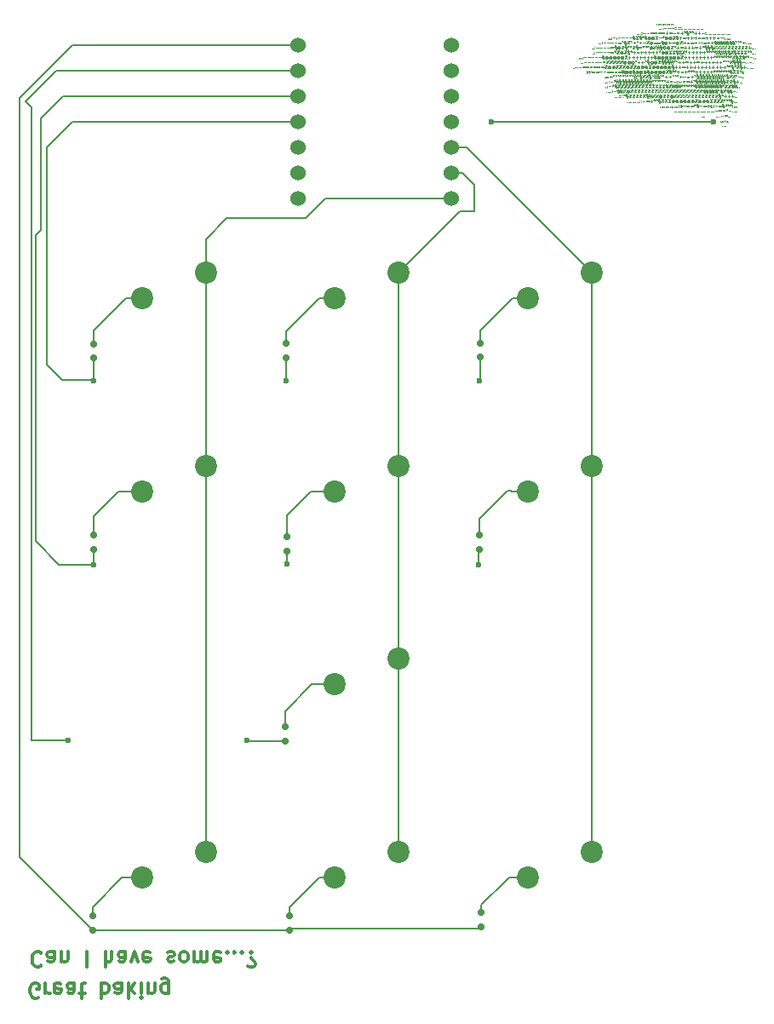
<source format=gbr>
%TF.GenerationSoftware,KiCad,Pcbnew,9.0.6*%
%TF.CreationDate,2025-12-08T11:04:57+13:00*%
%TF.ProjectId,hacropad,68616372-6f70-4616-942e-6b696361645f,rev?*%
%TF.SameCoordinates,Original*%
%TF.FileFunction,Copper,L2,Bot*%
%TF.FilePolarity,Positive*%
%FSLAX46Y46*%
G04 Gerber Fmt 4.6, Leading zero omitted, Abs format (unit mm)*
G04 Created by KiCad (PCBNEW 9.0.6) date 2025-12-08 11:04:57*
%MOMM*%
%LPD*%
G01*
G04 APERTURE LIST*
G04 Aperture macros list*
%AMRoundRect*
0 Rectangle with rounded corners*
0 $1 Rounding radius*
0 $2 $3 $4 $5 $6 $7 $8 $9 X,Y pos of 4 corners*
0 Add a 4 corners polygon primitive as box body*
4,1,4,$2,$3,$4,$5,$6,$7,$8,$9,$2,$3,0*
0 Add four circle primitives for the rounded corners*
1,1,$1+$1,$2,$3*
1,1,$1+$1,$4,$5*
1,1,$1+$1,$6,$7*
1,1,$1+$1,$8,$9*
0 Add four rect primitives between the rounded corners*
20,1,$1+$1,$2,$3,$4,$5,0*
20,1,$1+$1,$4,$5,$6,$7,0*
20,1,$1+$1,$6,$7,$8,$9,0*
20,1,$1+$1,$8,$9,$2,$3,0*%
G04 Aperture macros list end*
%ADD10C,0.050000*%
%TA.AperFunction,NonConductor*%
%ADD11C,0.050000*%
%TD*%
%ADD12C,0.300000*%
%TA.AperFunction,NonConductor*%
%ADD13C,0.300000*%
%TD*%
%TA.AperFunction,ComponentPad*%
%ADD14C,2.200000*%
%TD*%
%TA.AperFunction,SMDPad,CuDef*%
%ADD15RoundRect,0.150000X-0.200000X0.150000X-0.200000X-0.150000X0.200000X-0.150000X0.200000X0.150000X0*%
%TD*%
%TA.AperFunction,ComponentPad*%
%ADD16C,1.524000*%
%TD*%
%TA.AperFunction,ViaPad*%
%ADD17C,0.600000*%
%TD*%
%TA.AperFunction,Conductor*%
%ADD18C,0.200000*%
%TD*%
G04 APERTURE END LIST*
D10*
D11*
X177067121Y-24389471D02*
X177052835Y-24403757D01*
X177052835Y-24403757D02*
X177067121Y-24418042D01*
X177067121Y-24418042D02*
X177081407Y-24403757D01*
X177081407Y-24403757D02*
X177067121Y-24389471D01*
X177067121Y-24389471D02*
X177067121Y-24418042D01*
X176924264Y-24389471D02*
X176909978Y-24403757D01*
X176909978Y-24403757D02*
X176924264Y-24418042D01*
X176924264Y-24418042D02*
X176938550Y-24403757D01*
X176938550Y-24403757D02*
X176924264Y-24389471D01*
X176924264Y-24389471D02*
X176924264Y-24418042D01*
X176781407Y-24389471D02*
X176767121Y-24403757D01*
X176767121Y-24403757D02*
X176781407Y-24418042D01*
X176781407Y-24418042D02*
X176795693Y-24403757D01*
X176795693Y-24403757D02*
X176781407Y-24389471D01*
X176781407Y-24389471D02*
X176781407Y-24418042D01*
X176638550Y-24389471D02*
X176624264Y-24403757D01*
X176624264Y-24403757D02*
X176638550Y-24418042D01*
X176638550Y-24418042D02*
X176652836Y-24403757D01*
X176652836Y-24403757D02*
X176638550Y-24389471D01*
X176638550Y-24389471D02*
X176638550Y-24418042D01*
X176495693Y-24389471D02*
X176481407Y-24403757D01*
X176481407Y-24403757D02*
X176495693Y-24418042D01*
X176495693Y-24418042D02*
X176509979Y-24403757D01*
X176509979Y-24403757D02*
X176495693Y-24389471D01*
X176495693Y-24389471D02*
X176495693Y-24418042D01*
X176352836Y-24389471D02*
X176338550Y-24403757D01*
X176338550Y-24403757D02*
X176352836Y-24418042D01*
X176352836Y-24418042D02*
X176367122Y-24403757D01*
X176367122Y-24403757D02*
X176352836Y-24389471D01*
X176352836Y-24389471D02*
X176352836Y-24418042D01*
X176209979Y-24389471D02*
X176195693Y-24403757D01*
X176195693Y-24403757D02*
X176209979Y-24418042D01*
X176209979Y-24418042D02*
X176224265Y-24403757D01*
X176224265Y-24403757D02*
X176209979Y-24389471D01*
X176209979Y-24389471D02*
X176209979Y-24418042D01*
X176067122Y-24389471D02*
X176052836Y-24403757D01*
X176052836Y-24403757D02*
X176067122Y-24418042D01*
X176067122Y-24418042D02*
X176081408Y-24403757D01*
X176081408Y-24403757D02*
X176067122Y-24389471D01*
X176067122Y-24389471D02*
X176067122Y-24418042D01*
X175924265Y-24389471D02*
X175909979Y-24403757D01*
X175909979Y-24403757D02*
X175924265Y-24418042D01*
X175924265Y-24418042D02*
X175938551Y-24403757D01*
X175938551Y-24403757D02*
X175924265Y-24389471D01*
X175924265Y-24389471D02*
X175924265Y-24418042D01*
X175781408Y-24389471D02*
X175767122Y-24403757D01*
X175767122Y-24403757D02*
X175781408Y-24418042D01*
X175781408Y-24418042D02*
X175795694Y-24403757D01*
X175795694Y-24403757D02*
X175781408Y-24389471D01*
X175781408Y-24389471D02*
X175781408Y-24418042D01*
X175638551Y-24389471D02*
X175624265Y-24403757D01*
X175624265Y-24403757D02*
X175638551Y-24418042D01*
X175638551Y-24418042D02*
X175652837Y-24403757D01*
X175652837Y-24403757D02*
X175638551Y-24389471D01*
X175638551Y-24389471D02*
X175638551Y-24418042D01*
X175495694Y-24389471D02*
X175481408Y-24403757D01*
X175481408Y-24403757D02*
X175495694Y-24418042D01*
X175495694Y-24418042D02*
X175509980Y-24403757D01*
X175509980Y-24403757D02*
X175495694Y-24389471D01*
X175495694Y-24389471D02*
X175495694Y-24418042D01*
X180038544Y-24872454D02*
X180024258Y-24886740D01*
X180024258Y-24886740D02*
X180038544Y-24901025D01*
X180038544Y-24901025D02*
X180052830Y-24886740D01*
X180052830Y-24886740D02*
X180038544Y-24872454D01*
X180038544Y-24872454D02*
X180038544Y-24901025D01*
X179895687Y-24872454D02*
X179881401Y-24886740D01*
X179881401Y-24886740D02*
X179895687Y-24901025D01*
X179895687Y-24901025D02*
X179909973Y-24886740D01*
X179909973Y-24886740D02*
X179895687Y-24872454D01*
X179895687Y-24872454D02*
X179895687Y-24901025D01*
X179752830Y-24872454D02*
X179738544Y-24886740D01*
X179738544Y-24886740D02*
X179752830Y-24901025D01*
X179752830Y-24901025D02*
X179767116Y-24886740D01*
X179767116Y-24886740D02*
X179752830Y-24872454D01*
X179752830Y-24872454D02*
X179752830Y-24901025D01*
X179609973Y-24872454D02*
X179595687Y-24886740D01*
X179595687Y-24886740D02*
X179609973Y-24901025D01*
X179609973Y-24901025D02*
X179624259Y-24886740D01*
X179624259Y-24886740D02*
X179609973Y-24872454D01*
X179609973Y-24872454D02*
X179609973Y-24901025D01*
X179467116Y-24872454D02*
X179452830Y-24886740D01*
X179452830Y-24886740D02*
X179467116Y-24901025D01*
X179467116Y-24901025D02*
X179481402Y-24886740D01*
X179481402Y-24886740D02*
X179467116Y-24872454D01*
X179467116Y-24872454D02*
X179467116Y-24901025D01*
X179324259Y-24872454D02*
X179309973Y-24886740D01*
X179309973Y-24886740D02*
X179324259Y-24901025D01*
X179324259Y-24901025D02*
X179338545Y-24886740D01*
X179338545Y-24886740D02*
X179324259Y-24872454D01*
X179324259Y-24872454D02*
X179324259Y-24901025D01*
X179181402Y-24872454D02*
X179167116Y-24886740D01*
X179167116Y-24886740D02*
X179181402Y-24901025D01*
X179181402Y-24901025D02*
X179195688Y-24886740D01*
X179195688Y-24886740D02*
X179181402Y-24872454D01*
X179181402Y-24872454D02*
X179181402Y-24901025D01*
X179038545Y-24872454D02*
X179024259Y-24886740D01*
X179024259Y-24886740D02*
X179038545Y-24901025D01*
X179038545Y-24901025D02*
X179052831Y-24886740D01*
X179052831Y-24886740D02*
X179038545Y-24872454D01*
X179038545Y-24872454D02*
X179038545Y-24901025D01*
X178895688Y-24872454D02*
X178881402Y-24886740D01*
X178881402Y-24886740D02*
X178895688Y-24901025D01*
X178895688Y-24901025D02*
X178909974Y-24886740D01*
X178909974Y-24886740D02*
X178895688Y-24872454D01*
X178895688Y-24872454D02*
X178895688Y-24901025D01*
X178752831Y-24872454D02*
X178738545Y-24886740D01*
X178738545Y-24886740D02*
X178752831Y-24901025D01*
X178752831Y-24901025D02*
X178767117Y-24886740D01*
X178767117Y-24886740D02*
X178752831Y-24872454D01*
X178752831Y-24872454D02*
X178752831Y-24901025D01*
X178609974Y-24872454D02*
X178595688Y-24886740D01*
X178595688Y-24886740D02*
X178609974Y-24901025D01*
X178609974Y-24901025D02*
X178624260Y-24886740D01*
X178624260Y-24886740D02*
X178609974Y-24872454D01*
X178609974Y-24872454D02*
X178609974Y-24901025D01*
X178467117Y-24872454D02*
X178452831Y-24886740D01*
X178452831Y-24886740D02*
X178467117Y-24901025D01*
X178467117Y-24901025D02*
X178481403Y-24886740D01*
X178481403Y-24886740D02*
X178467117Y-24872454D01*
X178467117Y-24872454D02*
X178467117Y-24901025D01*
X178324260Y-24872454D02*
X178309974Y-24886740D01*
X178309974Y-24886740D02*
X178324260Y-24901025D01*
X178324260Y-24901025D02*
X178338546Y-24886740D01*
X178338546Y-24886740D02*
X178324260Y-24872454D01*
X178324260Y-24872454D02*
X178324260Y-24901025D01*
X178181403Y-24872454D02*
X178167117Y-24886740D01*
X178167117Y-24886740D02*
X178181403Y-24901025D01*
X178181403Y-24901025D02*
X178195689Y-24886740D01*
X178195689Y-24886740D02*
X178181403Y-24872454D01*
X178181403Y-24872454D02*
X178181403Y-24901025D01*
X178038546Y-24872454D02*
X178024260Y-24886740D01*
X178024260Y-24886740D02*
X178038546Y-24901025D01*
X178038546Y-24901025D02*
X178052832Y-24886740D01*
X178052832Y-24886740D02*
X178038546Y-24872454D01*
X178038546Y-24872454D02*
X178038546Y-24901025D01*
X177895689Y-24872454D02*
X177881403Y-24886740D01*
X177881403Y-24886740D02*
X177895689Y-24901025D01*
X177895689Y-24901025D02*
X177909975Y-24886740D01*
X177909975Y-24886740D02*
X177895689Y-24872454D01*
X177895689Y-24872454D02*
X177895689Y-24901025D01*
X177895689Y-24715311D02*
X177881403Y-24729597D01*
X177881403Y-24729597D02*
X177895689Y-24743882D01*
X177895689Y-24743882D02*
X177909975Y-24729597D01*
X177909975Y-24729597D02*
X177895689Y-24715311D01*
X177895689Y-24715311D02*
X177895689Y-24743882D01*
X177752832Y-24872454D02*
X177738546Y-24886740D01*
X177738546Y-24886740D02*
X177752832Y-24901025D01*
X177752832Y-24901025D02*
X177767118Y-24886740D01*
X177767118Y-24886740D02*
X177752832Y-24872454D01*
X177752832Y-24872454D02*
X177752832Y-24901025D01*
X177752832Y-24715311D02*
X177738546Y-24729597D01*
X177738546Y-24729597D02*
X177752832Y-24743882D01*
X177752832Y-24743882D02*
X177767118Y-24729597D01*
X177767118Y-24729597D02*
X177752832Y-24715311D01*
X177752832Y-24715311D02*
X177752832Y-24743882D01*
X177609975Y-24872454D02*
X177595689Y-24886740D01*
X177595689Y-24886740D02*
X177609975Y-24901025D01*
X177609975Y-24901025D02*
X177624261Y-24886740D01*
X177624261Y-24886740D02*
X177609975Y-24872454D01*
X177609975Y-24872454D02*
X177609975Y-24901025D01*
X177609975Y-24715311D02*
X177595689Y-24729597D01*
X177595689Y-24729597D02*
X177609975Y-24743882D01*
X177609975Y-24743882D02*
X177624261Y-24729597D01*
X177624261Y-24729597D02*
X177609975Y-24715311D01*
X177609975Y-24715311D02*
X177609975Y-24743882D01*
X177467118Y-24872454D02*
X177452832Y-24886740D01*
X177452832Y-24886740D02*
X177467118Y-24901025D01*
X177467118Y-24901025D02*
X177481404Y-24886740D01*
X177481404Y-24886740D02*
X177467118Y-24872454D01*
X177467118Y-24872454D02*
X177467118Y-24901025D01*
X177467118Y-24715311D02*
X177452832Y-24729597D01*
X177452832Y-24729597D02*
X177467118Y-24743882D01*
X177467118Y-24743882D02*
X177481404Y-24729597D01*
X177481404Y-24729597D02*
X177467118Y-24715311D01*
X177467118Y-24715311D02*
X177467118Y-24743882D01*
X177324261Y-24872454D02*
X177309975Y-24886740D01*
X177309975Y-24886740D02*
X177324261Y-24901025D01*
X177324261Y-24901025D02*
X177338547Y-24886740D01*
X177338547Y-24886740D02*
X177324261Y-24872454D01*
X177324261Y-24872454D02*
X177324261Y-24901025D01*
X177324261Y-24715311D02*
X177309975Y-24729597D01*
X177309975Y-24729597D02*
X177324261Y-24743882D01*
X177324261Y-24743882D02*
X177338547Y-24729597D01*
X177338547Y-24729597D02*
X177324261Y-24715311D01*
X177324261Y-24715311D02*
X177324261Y-24743882D01*
X177181404Y-24786740D02*
X176952833Y-24786740D01*
X176809975Y-24786740D02*
X176581404Y-24786740D01*
X176438546Y-24786740D02*
X176209975Y-24786740D01*
X176067117Y-24872454D02*
X176052831Y-24886740D01*
X176052831Y-24886740D02*
X176067117Y-24901025D01*
X176067117Y-24901025D02*
X176081403Y-24886740D01*
X176081403Y-24886740D02*
X176067117Y-24872454D01*
X176067117Y-24872454D02*
X176067117Y-24901025D01*
X175924260Y-24872454D02*
X175909974Y-24886740D01*
X175909974Y-24886740D02*
X175924260Y-24901025D01*
X175924260Y-24901025D02*
X175938546Y-24886740D01*
X175938546Y-24886740D02*
X175924260Y-24872454D01*
X175924260Y-24872454D02*
X175924260Y-24901025D01*
X175781403Y-24872454D02*
X175767117Y-24886740D01*
X175767117Y-24886740D02*
X175781403Y-24901025D01*
X175781403Y-24901025D02*
X175795689Y-24886740D01*
X175795689Y-24886740D02*
X175781403Y-24872454D01*
X175781403Y-24872454D02*
X175781403Y-24901025D01*
X182781396Y-25355437D02*
X182767110Y-25369723D01*
X182767110Y-25369723D02*
X182781396Y-25384008D01*
X182781396Y-25384008D02*
X182795682Y-25369723D01*
X182795682Y-25369723D02*
X182781396Y-25355437D01*
X182781396Y-25355437D02*
X182781396Y-25384008D01*
X182638539Y-25355437D02*
X182624253Y-25369723D01*
X182624253Y-25369723D02*
X182638539Y-25384008D01*
X182638539Y-25384008D02*
X182652825Y-25369723D01*
X182652825Y-25369723D02*
X182638539Y-25355437D01*
X182638539Y-25355437D02*
X182638539Y-25384008D01*
X182495682Y-25355437D02*
X182481396Y-25369723D01*
X182481396Y-25369723D02*
X182495682Y-25384008D01*
X182495682Y-25384008D02*
X182509968Y-25369723D01*
X182509968Y-25369723D02*
X182495682Y-25355437D01*
X182495682Y-25355437D02*
X182495682Y-25384008D01*
X182352825Y-25355437D02*
X182338539Y-25369723D01*
X182338539Y-25369723D02*
X182352825Y-25384008D01*
X182352825Y-25384008D02*
X182367111Y-25369723D01*
X182367111Y-25369723D02*
X182352825Y-25355437D01*
X182352825Y-25355437D02*
X182352825Y-25384008D01*
X182209968Y-25355437D02*
X182195682Y-25369723D01*
X182195682Y-25369723D02*
X182209968Y-25384008D01*
X182209968Y-25384008D02*
X182224254Y-25369723D01*
X182224254Y-25369723D02*
X182209968Y-25355437D01*
X182209968Y-25355437D02*
X182209968Y-25384008D01*
X182067111Y-25355437D02*
X182052825Y-25369723D01*
X182052825Y-25369723D02*
X182067111Y-25384008D01*
X182067111Y-25384008D02*
X182081397Y-25369723D01*
X182081397Y-25369723D02*
X182067111Y-25355437D01*
X182067111Y-25355437D02*
X182067111Y-25384008D01*
X181924254Y-25355437D02*
X181909968Y-25369723D01*
X181909968Y-25369723D02*
X181924254Y-25384008D01*
X181924254Y-25384008D02*
X181938540Y-25369723D01*
X181938540Y-25369723D02*
X181924254Y-25355437D01*
X181924254Y-25355437D02*
X181924254Y-25384008D01*
X181781397Y-25355437D02*
X181767111Y-25369723D01*
X181767111Y-25369723D02*
X181781397Y-25384008D01*
X181781397Y-25384008D02*
X181795683Y-25369723D01*
X181795683Y-25369723D02*
X181781397Y-25355437D01*
X181781397Y-25355437D02*
X181781397Y-25384008D01*
X181638540Y-25355437D02*
X181624254Y-25369723D01*
X181624254Y-25369723D02*
X181638540Y-25384008D01*
X181638540Y-25384008D02*
X181652826Y-25369723D01*
X181652826Y-25369723D02*
X181638540Y-25355437D01*
X181638540Y-25355437D02*
X181638540Y-25384008D01*
X181495683Y-25355437D02*
X181481397Y-25369723D01*
X181481397Y-25369723D02*
X181495683Y-25384008D01*
X181495683Y-25384008D02*
X181509969Y-25369723D01*
X181509969Y-25369723D02*
X181495683Y-25355437D01*
X181495683Y-25355437D02*
X181495683Y-25384008D01*
X181352826Y-25355437D02*
X181338540Y-25369723D01*
X181338540Y-25369723D02*
X181352826Y-25384008D01*
X181352826Y-25384008D02*
X181367112Y-25369723D01*
X181367112Y-25369723D02*
X181352826Y-25355437D01*
X181352826Y-25355437D02*
X181352826Y-25384008D01*
X181209969Y-25355437D02*
X181195683Y-25369723D01*
X181195683Y-25369723D02*
X181209969Y-25384008D01*
X181209969Y-25384008D02*
X181224255Y-25369723D01*
X181224255Y-25369723D02*
X181209969Y-25355437D01*
X181209969Y-25355437D02*
X181209969Y-25384008D01*
X181067112Y-25355437D02*
X181052826Y-25369723D01*
X181052826Y-25369723D02*
X181067112Y-25384008D01*
X181067112Y-25384008D02*
X181081398Y-25369723D01*
X181081398Y-25369723D02*
X181067112Y-25355437D01*
X181067112Y-25355437D02*
X181067112Y-25384008D01*
X180924255Y-25355437D02*
X180909969Y-25369723D01*
X180909969Y-25369723D02*
X180924255Y-25384008D01*
X180924255Y-25384008D02*
X180938541Y-25369723D01*
X180938541Y-25369723D02*
X180924255Y-25355437D01*
X180924255Y-25355437D02*
X180924255Y-25384008D01*
X180781398Y-25355437D02*
X180767112Y-25369723D01*
X180767112Y-25369723D02*
X180781398Y-25384008D01*
X180781398Y-25384008D02*
X180795684Y-25369723D01*
X180795684Y-25369723D02*
X180781398Y-25355437D01*
X180781398Y-25355437D02*
X180781398Y-25384008D01*
X180638541Y-25355437D02*
X180624255Y-25369723D01*
X180624255Y-25369723D02*
X180638541Y-25384008D01*
X180638541Y-25384008D02*
X180652827Y-25369723D01*
X180652827Y-25369723D02*
X180638541Y-25355437D01*
X180638541Y-25355437D02*
X180638541Y-25384008D01*
X180495684Y-25355437D02*
X180481398Y-25369723D01*
X180481398Y-25369723D02*
X180495684Y-25384008D01*
X180495684Y-25384008D02*
X180509970Y-25369723D01*
X180509970Y-25369723D02*
X180495684Y-25355437D01*
X180495684Y-25355437D02*
X180495684Y-25384008D01*
X180352827Y-25355437D02*
X180338541Y-25369723D01*
X180338541Y-25369723D02*
X180352827Y-25384008D01*
X180352827Y-25384008D02*
X180367113Y-25369723D01*
X180367113Y-25369723D02*
X180352827Y-25355437D01*
X180352827Y-25355437D02*
X180352827Y-25384008D01*
X180352827Y-25198294D02*
X180338541Y-25212580D01*
X180338541Y-25212580D02*
X180352827Y-25226865D01*
X180352827Y-25226865D02*
X180367113Y-25212580D01*
X180367113Y-25212580D02*
X180352827Y-25198294D01*
X180352827Y-25198294D02*
X180352827Y-25226865D01*
X180209970Y-25269723D02*
X179981399Y-25269723D01*
X179838541Y-25269723D02*
X179609970Y-25269723D01*
X179724255Y-25384008D02*
X179724255Y-25155437D01*
X179467112Y-25269723D02*
X179238541Y-25269723D01*
X179352826Y-25384008D02*
X179352826Y-25155437D01*
X179052826Y-25084008D02*
X179052826Y-25155437D01*
X179124254Y-25126865D02*
X179052826Y-25155437D01*
X179052826Y-25155437D02*
X178981397Y-25126865D01*
X179095683Y-25212580D02*
X179052826Y-25155437D01*
X179052826Y-25155437D02*
X179009969Y-25212580D01*
X178824255Y-25084008D02*
X178824255Y-25155437D01*
X178895683Y-25126865D02*
X178824255Y-25155437D01*
X178824255Y-25155437D02*
X178752826Y-25126865D01*
X178867112Y-25212580D02*
X178824255Y-25155437D01*
X178824255Y-25155437D02*
X178781398Y-25212580D01*
X178652827Y-25184008D02*
X178438541Y-25184008D01*
X178567112Y-25055437D02*
X178652827Y-25441151D01*
X178467112Y-25312580D02*
X178681398Y-25312580D01*
X178552827Y-25441151D02*
X178467112Y-25055437D01*
X178295684Y-25084008D02*
X178295684Y-25155437D01*
X178367112Y-25126865D02*
X178295684Y-25155437D01*
X178295684Y-25155437D02*
X178224255Y-25126865D01*
X178338541Y-25212580D02*
X178295684Y-25155437D01*
X178295684Y-25155437D02*
X178252827Y-25212580D01*
X178109970Y-25269723D02*
X177881399Y-25269723D01*
X177995684Y-25384008D02*
X177995684Y-25155437D01*
X177738541Y-25226865D02*
X177509970Y-25226865D01*
X177509970Y-25312580D02*
X177738541Y-25312580D01*
X177367112Y-25269723D02*
X177138541Y-25269723D01*
X176995683Y-25226865D02*
X176767112Y-25226865D01*
X176767112Y-25312580D02*
X176995683Y-25312580D01*
X176624254Y-25269723D02*
X176395683Y-25269723D01*
X176509968Y-25384008D02*
X176509968Y-25155437D01*
X176252825Y-25226865D02*
X176024254Y-25226865D01*
X176024254Y-25312580D02*
X176252825Y-25312580D01*
X175881396Y-25226865D02*
X175652825Y-25226865D01*
X175652825Y-25312580D02*
X175881396Y-25312580D01*
X175509967Y-25226865D02*
X175281396Y-25226865D01*
X175281396Y-25312580D02*
X175509967Y-25312580D01*
X175138538Y-25226865D02*
X174909967Y-25226865D01*
X174909967Y-25312580D02*
X175138538Y-25312580D01*
X174767109Y-25269723D02*
X174538538Y-25269723D01*
X174395680Y-25269723D02*
X174167109Y-25269723D01*
X174024251Y-25355437D02*
X174009965Y-25369723D01*
X174009965Y-25369723D02*
X174024251Y-25384008D01*
X174024251Y-25384008D02*
X174038537Y-25369723D01*
X174038537Y-25369723D02*
X174024251Y-25355437D01*
X174024251Y-25355437D02*
X174024251Y-25384008D01*
X174024251Y-25198294D02*
X174009965Y-25212580D01*
X174009965Y-25212580D02*
X174024251Y-25226865D01*
X174024251Y-25226865D02*
X174038537Y-25212580D01*
X174038537Y-25212580D02*
X174024251Y-25198294D01*
X174024251Y-25198294D02*
X174024251Y-25226865D01*
X173881394Y-25355437D02*
X173867108Y-25369723D01*
X173867108Y-25369723D02*
X173881394Y-25384008D01*
X173881394Y-25384008D02*
X173895680Y-25369723D01*
X173895680Y-25369723D02*
X173881394Y-25355437D01*
X173881394Y-25355437D02*
X173881394Y-25384008D01*
X173738537Y-25355437D02*
X173724251Y-25369723D01*
X173724251Y-25369723D02*
X173738537Y-25384008D01*
X173738537Y-25384008D02*
X173752823Y-25369723D01*
X173752823Y-25369723D02*
X173738537Y-25355437D01*
X173738537Y-25355437D02*
X173738537Y-25384008D01*
X173595680Y-25355437D02*
X173581394Y-25369723D01*
X173581394Y-25369723D02*
X173595680Y-25384008D01*
X173595680Y-25384008D02*
X173609966Y-25369723D01*
X173609966Y-25369723D02*
X173595680Y-25355437D01*
X173595680Y-25355437D02*
X173595680Y-25384008D01*
X182781396Y-25838420D02*
X182767110Y-25852706D01*
X182767110Y-25852706D02*
X182781396Y-25866991D01*
X182781396Y-25866991D02*
X182795682Y-25852706D01*
X182795682Y-25852706D02*
X182781396Y-25838420D01*
X182781396Y-25838420D02*
X182781396Y-25866991D01*
X182638539Y-25838420D02*
X182624253Y-25852706D01*
X182624253Y-25852706D02*
X182638539Y-25866991D01*
X182638539Y-25866991D02*
X182652825Y-25852706D01*
X182652825Y-25852706D02*
X182638539Y-25838420D01*
X182638539Y-25838420D02*
X182638539Y-25866991D01*
X182495682Y-25838420D02*
X182481396Y-25852706D01*
X182481396Y-25852706D02*
X182495682Y-25866991D01*
X182495682Y-25866991D02*
X182509968Y-25852706D01*
X182509968Y-25852706D02*
X182495682Y-25838420D01*
X182495682Y-25838420D02*
X182495682Y-25866991D01*
X182352825Y-25838420D02*
X182338539Y-25852706D01*
X182338539Y-25852706D02*
X182352825Y-25866991D01*
X182352825Y-25866991D02*
X182367111Y-25852706D01*
X182367111Y-25852706D02*
X182352825Y-25838420D01*
X182352825Y-25838420D02*
X182352825Y-25866991D01*
X182209968Y-25838420D02*
X182195682Y-25852706D01*
X182195682Y-25852706D02*
X182209968Y-25866991D01*
X182209968Y-25866991D02*
X182224254Y-25852706D01*
X182224254Y-25852706D02*
X182209968Y-25838420D01*
X182209968Y-25838420D02*
X182209968Y-25866991D01*
X182209968Y-25681277D02*
X182195682Y-25695563D01*
X182195682Y-25695563D02*
X182209968Y-25709848D01*
X182209968Y-25709848D02*
X182224254Y-25695563D01*
X182224254Y-25695563D02*
X182209968Y-25681277D01*
X182209968Y-25681277D02*
X182209968Y-25709848D01*
X182067111Y-25752706D02*
X181838540Y-25752706D01*
X181695682Y-25709848D02*
X181467111Y-25709848D01*
X181467111Y-25795563D02*
X181695682Y-25795563D01*
X181324253Y-25752706D02*
X181095682Y-25752706D01*
X181209967Y-25866991D02*
X181209967Y-25638420D01*
X180952824Y-25752706D02*
X180724253Y-25752706D01*
X180838538Y-25866991D02*
X180838538Y-25638420D01*
X180581395Y-25752706D02*
X180352824Y-25752706D01*
X180467109Y-25866991D02*
X180467109Y-25638420D01*
X180209966Y-25709848D02*
X179981395Y-25709848D01*
X179981395Y-25795563D02*
X180209966Y-25795563D01*
X179838537Y-25709848D02*
X179609966Y-25709848D01*
X179609966Y-25795563D02*
X179838537Y-25795563D01*
X179467108Y-25752706D02*
X179238537Y-25752706D01*
X179352822Y-25866991D02*
X179352822Y-25638420D01*
X179095679Y-25752706D02*
X178867108Y-25752706D01*
X178981393Y-25866991D02*
X178981393Y-25638420D01*
X178724250Y-25752706D02*
X178495679Y-25752706D01*
X178609964Y-25866991D02*
X178609964Y-25638420D01*
X178352821Y-25709848D02*
X178124250Y-25709848D01*
X178124250Y-25795563D02*
X178352821Y-25795563D01*
X177981392Y-25752706D02*
X177752821Y-25752706D01*
X177867106Y-25866991D02*
X177867106Y-25638420D01*
X177624249Y-25666991D02*
X177409963Y-25666991D01*
X177538534Y-25538420D02*
X177624249Y-25924134D01*
X177438534Y-25795563D02*
X177652820Y-25795563D01*
X177524249Y-25924134D02*
X177438534Y-25538420D01*
X177324249Y-25866991D02*
X177095677Y-25566991D01*
X177281392Y-25566991D02*
X177252820Y-25581277D01*
X177252820Y-25581277D02*
X177238534Y-25609848D01*
X177238534Y-25609848D02*
X177252820Y-25638420D01*
X177252820Y-25638420D02*
X177281392Y-25652706D01*
X177281392Y-25652706D02*
X177309963Y-25638420D01*
X177309963Y-25638420D02*
X177324249Y-25609848D01*
X177324249Y-25609848D02*
X177309963Y-25581277D01*
X177309963Y-25581277D02*
X177281392Y-25566991D01*
X177109963Y-25852706D02*
X177095677Y-25824134D01*
X177095677Y-25824134D02*
X177109963Y-25795563D01*
X177109963Y-25795563D02*
X177138534Y-25781277D01*
X177138534Y-25781277D02*
X177167106Y-25795563D01*
X177167106Y-25795563D02*
X177181392Y-25824134D01*
X177181392Y-25824134D02*
X177167106Y-25852706D01*
X177167106Y-25852706D02*
X177138534Y-25866991D01*
X177138534Y-25866991D02*
X177109963Y-25852706D01*
X176781392Y-25724134D02*
X176795677Y-25709848D01*
X176795677Y-25709848D02*
X176824249Y-25695563D01*
X176824249Y-25695563D02*
X176852820Y-25695563D01*
X176852820Y-25695563D02*
X176881392Y-25709848D01*
X176881392Y-25709848D02*
X176895677Y-25724134D01*
X176895677Y-25724134D02*
X176909963Y-25752706D01*
X176909963Y-25752706D02*
X176909963Y-25781277D01*
X176909963Y-25781277D02*
X176895677Y-25809848D01*
X176895677Y-25809848D02*
X176881392Y-25824134D01*
X176881392Y-25824134D02*
X176852820Y-25838420D01*
X176852820Y-25838420D02*
X176824249Y-25838420D01*
X176824249Y-25838420D02*
X176795677Y-25824134D01*
X176795677Y-25824134D02*
X176781392Y-25809848D01*
X176781392Y-25695563D02*
X176781392Y-25809848D01*
X176781392Y-25809848D02*
X176767106Y-25824134D01*
X176767106Y-25824134D02*
X176752820Y-25824134D01*
X176752820Y-25824134D02*
X176724249Y-25809848D01*
X176724249Y-25809848D02*
X176709963Y-25781277D01*
X176709963Y-25781277D02*
X176709963Y-25709848D01*
X176709963Y-25709848D02*
X176738535Y-25666991D01*
X176738535Y-25666991D02*
X176781392Y-25638420D01*
X176781392Y-25638420D02*
X176838535Y-25624134D01*
X176838535Y-25624134D02*
X176895677Y-25638420D01*
X176895677Y-25638420D02*
X176938535Y-25666991D01*
X176938535Y-25666991D02*
X176967106Y-25709848D01*
X176967106Y-25709848D02*
X176981392Y-25766991D01*
X176981392Y-25766991D02*
X176967106Y-25824134D01*
X176967106Y-25824134D02*
X176938535Y-25866991D01*
X176938535Y-25866991D02*
X176895677Y-25895563D01*
X176895677Y-25895563D02*
X176838535Y-25909848D01*
X176838535Y-25909848D02*
X176781392Y-25895563D01*
X176781392Y-25895563D02*
X176738535Y-25866991D01*
X176395678Y-25724134D02*
X176409963Y-25709848D01*
X176409963Y-25709848D02*
X176438535Y-25695563D01*
X176438535Y-25695563D02*
X176467106Y-25695563D01*
X176467106Y-25695563D02*
X176495678Y-25709848D01*
X176495678Y-25709848D02*
X176509963Y-25724134D01*
X176509963Y-25724134D02*
X176524249Y-25752706D01*
X176524249Y-25752706D02*
X176524249Y-25781277D01*
X176524249Y-25781277D02*
X176509963Y-25809848D01*
X176509963Y-25809848D02*
X176495678Y-25824134D01*
X176495678Y-25824134D02*
X176467106Y-25838420D01*
X176467106Y-25838420D02*
X176438535Y-25838420D01*
X176438535Y-25838420D02*
X176409963Y-25824134D01*
X176409963Y-25824134D02*
X176395678Y-25809848D01*
X176395678Y-25695563D02*
X176395678Y-25809848D01*
X176395678Y-25809848D02*
X176381392Y-25824134D01*
X176381392Y-25824134D02*
X176367106Y-25824134D01*
X176367106Y-25824134D02*
X176338535Y-25809848D01*
X176338535Y-25809848D02*
X176324249Y-25781277D01*
X176324249Y-25781277D02*
X176324249Y-25709848D01*
X176324249Y-25709848D02*
X176352821Y-25666991D01*
X176352821Y-25666991D02*
X176395678Y-25638420D01*
X176395678Y-25638420D02*
X176452821Y-25624134D01*
X176452821Y-25624134D02*
X176509963Y-25638420D01*
X176509963Y-25638420D02*
X176552821Y-25666991D01*
X176552821Y-25666991D02*
X176581392Y-25709848D01*
X176581392Y-25709848D02*
X176595678Y-25766991D01*
X176595678Y-25766991D02*
X176581392Y-25824134D01*
X176581392Y-25824134D02*
X176552821Y-25866991D01*
X176552821Y-25866991D02*
X176509963Y-25895563D01*
X176509963Y-25895563D02*
X176452821Y-25909848D01*
X176452821Y-25909848D02*
X176395678Y-25895563D01*
X176395678Y-25895563D02*
X176352821Y-25866991D01*
X176152821Y-25566991D02*
X176152821Y-25638420D01*
X176224249Y-25609848D02*
X176152821Y-25638420D01*
X176152821Y-25638420D02*
X176081392Y-25609848D01*
X176195678Y-25695563D02*
X176152821Y-25638420D01*
X176152821Y-25638420D02*
X176109964Y-25695563D01*
X175967107Y-25752706D02*
X175738536Y-25752706D01*
X175609964Y-25866991D02*
X175381392Y-25566991D01*
X175567107Y-25566991D02*
X175538535Y-25581277D01*
X175538535Y-25581277D02*
X175524249Y-25609848D01*
X175524249Y-25609848D02*
X175538535Y-25638420D01*
X175538535Y-25638420D02*
X175567107Y-25652706D01*
X175567107Y-25652706D02*
X175595678Y-25638420D01*
X175595678Y-25638420D02*
X175609964Y-25609848D01*
X175609964Y-25609848D02*
X175595678Y-25581277D01*
X175595678Y-25581277D02*
X175567107Y-25566991D01*
X175395678Y-25852706D02*
X175381392Y-25824134D01*
X175381392Y-25824134D02*
X175395678Y-25795563D01*
X175395678Y-25795563D02*
X175424249Y-25781277D01*
X175424249Y-25781277D02*
X175452821Y-25795563D01*
X175452821Y-25795563D02*
X175467107Y-25824134D01*
X175467107Y-25824134D02*
X175452821Y-25852706D01*
X175452821Y-25852706D02*
X175424249Y-25866991D01*
X175424249Y-25866991D02*
X175395678Y-25852706D01*
X175067107Y-25724134D02*
X175081392Y-25709848D01*
X175081392Y-25709848D02*
X175109964Y-25695563D01*
X175109964Y-25695563D02*
X175138535Y-25695563D01*
X175138535Y-25695563D02*
X175167107Y-25709848D01*
X175167107Y-25709848D02*
X175181392Y-25724134D01*
X175181392Y-25724134D02*
X175195678Y-25752706D01*
X175195678Y-25752706D02*
X175195678Y-25781277D01*
X175195678Y-25781277D02*
X175181392Y-25809848D01*
X175181392Y-25809848D02*
X175167107Y-25824134D01*
X175167107Y-25824134D02*
X175138535Y-25838420D01*
X175138535Y-25838420D02*
X175109964Y-25838420D01*
X175109964Y-25838420D02*
X175081392Y-25824134D01*
X175081392Y-25824134D02*
X175067107Y-25809848D01*
X175067107Y-25695563D02*
X175067107Y-25809848D01*
X175067107Y-25809848D02*
X175052821Y-25824134D01*
X175052821Y-25824134D02*
X175038535Y-25824134D01*
X175038535Y-25824134D02*
X175009964Y-25809848D01*
X175009964Y-25809848D02*
X174995678Y-25781277D01*
X174995678Y-25781277D02*
X174995678Y-25709848D01*
X174995678Y-25709848D02*
X175024250Y-25666991D01*
X175024250Y-25666991D02*
X175067107Y-25638420D01*
X175067107Y-25638420D02*
X175124250Y-25624134D01*
X175124250Y-25624134D02*
X175181392Y-25638420D01*
X175181392Y-25638420D02*
X175224250Y-25666991D01*
X175224250Y-25666991D02*
X175252821Y-25709848D01*
X175252821Y-25709848D02*
X175267107Y-25766991D01*
X175267107Y-25766991D02*
X175252821Y-25824134D01*
X175252821Y-25824134D02*
X175224250Y-25866991D01*
X175224250Y-25866991D02*
X175181392Y-25895563D01*
X175181392Y-25895563D02*
X175124250Y-25909848D01*
X175124250Y-25909848D02*
X175067107Y-25895563D01*
X175067107Y-25895563D02*
X175024250Y-25866991D01*
X174681393Y-25724134D02*
X174695678Y-25709848D01*
X174695678Y-25709848D02*
X174724250Y-25695563D01*
X174724250Y-25695563D02*
X174752821Y-25695563D01*
X174752821Y-25695563D02*
X174781393Y-25709848D01*
X174781393Y-25709848D02*
X174795678Y-25724134D01*
X174795678Y-25724134D02*
X174809964Y-25752706D01*
X174809964Y-25752706D02*
X174809964Y-25781277D01*
X174809964Y-25781277D02*
X174795678Y-25809848D01*
X174795678Y-25809848D02*
X174781393Y-25824134D01*
X174781393Y-25824134D02*
X174752821Y-25838420D01*
X174752821Y-25838420D02*
X174724250Y-25838420D01*
X174724250Y-25838420D02*
X174695678Y-25824134D01*
X174695678Y-25824134D02*
X174681393Y-25809848D01*
X174681393Y-25695563D02*
X174681393Y-25809848D01*
X174681393Y-25809848D02*
X174667107Y-25824134D01*
X174667107Y-25824134D02*
X174652821Y-25824134D01*
X174652821Y-25824134D02*
X174624250Y-25809848D01*
X174624250Y-25809848D02*
X174609964Y-25781277D01*
X174609964Y-25781277D02*
X174609964Y-25709848D01*
X174609964Y-25709848D02*
X174638536Y-25666991D01*
X174638536Y-25666991D02*
X174681393Y-25638420D01*
X174681393Y-25638420D02*
X174738536Y-25624134D01*
X174738536Y-25624134D02*
X174795678Y-25638420D01*
X174795678Y-25638420D02*
X174838536Y-25666991D01*
X174838536Y-25666991D02*
X174867107Y-25709848D01*
X174867107Y-25709848D02*
X174881393Y-25766991D01*
X174881393Y-25766991D02*
X174867107Y-25824134D01*
X174867107Y-25824134D02*
X174838536Y-25866991D01*
X174838536Y-25866991D02*
X174795678Y-25895563D01*
X174795678Y-25895563D02*
X174738536Y-25909848D01*
X174738536Y-25909848D02*
X174681393Y-25895563D01*
X174681393Y-25895563D02*
X174638536Y-25866991D01*
X174495679Y-25666991D02*
X174281393Y-25666991D01*
X174409964Y-25538420D02*
X174495679Y-25924134D01*
X174309964Y-25795563D02*
X174524250Y-25795563D01*
X174395679Y-25924134D02*
X174309964Y-25538420D01*
X174138536Y-25566991D02*
X174138536Y-25638420D01*
X174209964Y-25609848D02*
X174138536Y-25638420D01*
X174138536Y-25638420D02*
X174067107Y-25609848D01*
X174181393Y-25695563D02*
X174138536Y-25638420D01*
X174138536Y-25638420D02*
X174095679Y-25695563D01*
X173967108Y-25666991D02*
X173752822Y-25666991D01*
X173881393Y-25538420D02*
X173967108Y-25924134D01*
X173781393Y-25795563D02*
X173995679Y-25795563D01*
X173867108Y-25924134D02*
X173781393Y-25538420D01*
X173667108Y-25866991D02*
X173438536Y-25566991D01*
X173624251Y-25566991D02*
X173595679Y-25581277D01*
X173595679Y-25581277D02*
X173581393Y-25609848D01*
X173581393Y-25609848D02*
X173595679Y-25638420D01*
X173595679Y-25638420D02*
X173624251Y-25652706D01*
X173624251Y-25652706D02*
X173652822Y-25638420D01*
X173652822Y-25638420D02*
X173667108Y-25609848D01*
X173667108Y-25609848D02*
X173652822Y-25581277D01*
X173652822Y-25581277D02*
X173624251Y-25566991D01*
X173452822Y-25852706D02*
X173438536Y-25824134D01*
X173438536Y-25824134D02*
X173452822Y-25795563D01*
X173452822Y-25795563D02*
X173481393Y-25781277D01*
X173481393Y-25781277D02*
X173509965Y-25795563D01*
X173509965Y-25795563D02*
X173524251Y-25824134D01*
X173524251Y-25824134D02*
X173509965Y-25852706D01*
X173509965Y-25852706D02*
X173481393Y-25866991D01*
X173481393Y-25866991D02*
X173452822Y-25852706D01*
X173324251Y-25666991D02*
X173109965Y-25666991D01*
X173238536Y-25538420D02*
X173324251Y-25924134D01*
X173138536Y-25795563D02*
X173352822Y-25795563D01*
X173224251Y-25924134D02*
X173138536Y-25538420D01*
X173009965Y-25752706D02*
X172781394Y-25752706D01*
X172638536Y-25752706D02*
X172409965Y-25752706D01*
X172267107Y-25752706D02*
X172038536Y-25752706D01*
X171895678Y-25752706D02*
X171667107Y-25752706D01*
X171524249Y-25838420D02*
X171509963Y-25852706D01*
X171509963Y-25852706D02*
X171524249Y-25866991D01*
X171524249Y-25866991D02*
X171538535Y-25852706D01*
X171538535Y-25852706D02*
X171524249Y-25838420D01*
X171524249Y-25838420D02*
X171524249Y-25866991D01*
X171524249Y-25681277D02*
X171509963Y-25695563D01*
X171509963Y-25695563D02*
X171524249Y-25709848D01*
X171524249Y-25709848D02*
X171538535Y-25695563D01*
X171538535Y-25695563D02*
X171524249Y-25681277D01*
X171524249Y-25681277D02*
X171524249Y-25709848D01*
X171381392Y-25752706D02*
X171152821Y-25752706D01*
X171009963Y-25838420D02*
X170995677Y-25852706D01*
X170995677Y-25852706D02*
X171009963Y-25866991D01*
X171009963Y-25866991D02*
X171024249Y-25852706D01*
X171024249Y-25852706D02*
X171009963Y-25838420D01*
X171009963Y-25838420D02*
X171009963Y-25866991D01*
X171009963Y-25681277D02*
X170995677Y-25695563D01*
X170995677Y-25695563D02*
X171009963Y-25709848D01*
X171009963Y-25709848D02*
X171024249Y-25695563D01*
X171024249Y-25695563D02*
X171009963Y-25681277D01*
X171009963Y-25681277D02*
X171009963Y-25709848D01*
X170867106Y-25838420D02*
X170852820Y-25852706D01*
X170852820Y-25852706D02*
X170867106Y-25866991D01*
X170867106Y-25866991D02*
X170881392Y-25852706D01*
X170881392Y-25852706D02*
X170867106Y-25838420D01*
X170867106Y-25838420D02*
X170867106Y-25866991D01*
X170724249Y-25838420D02*
X170709963Y-25852706D01*
X170709963Y-25852706D02*
X170724249Y-25866991D01*
X170724249Y-25866991D02*
X170738535Y-25852706D01*
X170738535Y-25852706D02*
X170724249Y-25838420D01*
X170724249Y-25838420D02*
X170724249Y-25866991D01*
X184838535Y-26321403D02*
X184824249Y-26335689D01*
X184824249Y-26335689D02*
X184838535Y-26349974D01*
X184838535Y-26349974D02*
X184852821Y-26335689D01*
X184852821Y-26335689D02*
X184838535Y-26321403D01*
X184838535Y-26321403D02*
X184838535Y-26349974D01*
X184695678Y-26321403D02*
X184681392Y-26335689D01*
X184681392Y-26335689D02*
X184695678Y-26349974D01*
X184695678Y-26349974D02*
X184709964Y-26335689D01*
X184709964Y-26335689D02*
X184695678Y-26321403D01*
X184695678Y-26321403D02*
X184695678Y-26349974D01*
X184552821Y-26321403D02*
X184538535Y-26335689D01*
X184538535Y-26335689D02*
X184552821Y-26349974D01*
X184552821Y-26349974D02*
X184567107Y-26335689D01*
X184567107Y-26335689D02*
X184552821Y-26321403D01*
X184552821Y-26321403D02*
X184552821Y-26349974D01*
X184409964Y-26321403D02*
X184395678Y-26335689D01*
X184395678Y-26335689D02*
X184409964Y-26349974D01*
X184409964Y-26349974D02*
X184424250Y-26335689D01*
X184424250Y-26335689D02*
X184409964Y-26321403D01*
X184409964Y-26321403D02*
X184409964Y-26349974D01*
X184267107Y-26235689D02*
X184038536Y-26235689D01*
X184152821Y-26349974D02*
X184152821Y-26121403D01*
X183852821Y-26049974D02*
X183852821Y-26121403D01*
X183924249Y-26092831D02*
X183852821Y-26121403D01*
X183852821Y-26121403D02*
X183781392Y-26092831D01*
X183895678Y-26178546D02*
X183852821Y-26121403D01*
X183852821Y-26121403D02*
X183809964Y-26178546D01*
X183624250Y-26049974D02*
X183624250Y-26121403D01*
X183695678Y-26092831D02*
X183624250Y-26121403D01*
X183624250Y-26121403D02*
X183552821Y-26092831D01*
X183667107Y-26178546D02*
X183624250Y-26121403D01*
X183624250Y-26121403D02*
X183581393Y-26178546D01*
X183395679Y-26049974D02*
X183395679Y-26121403D01*
X183467107Y-26092831D02*
X183395679Y-26121403D01*
X183395679Y-26121403D02*
X183324250Y-26092831D01*
X183438536Y-26178546D02*
X183395679Y-26121403D01*
X183395679Y-26121403D02*
X183352822Y-26178546D01*
X183224251Y-26149974D02*
X183009965Y-26149974D01*
X183138536Y-26021403D02*
X183224251Y-26407117D01*
X183038536Y-26278546D02*
X183252822Y-26278546D01*
X183124251Y-26407117D02*
X183038536Y-26021403D01*
X182924251Y-26149974D02*
X182709965Y-26149974D01*
X182838536Y-26021403D02*
X182924251Y-26407117D01*
X182738536Y-26278546D02*
X182952822Y-26278546D01*
X182824251Y-26407117D02*
X182738536Y-26021403D01*
X182624251Y-26149974D02*
X182409965Y-26149974D01*
X182538536Y-26021403D02*
X182624251Y-26407117D01*
X182438536Y-26278546D02*
X182652822Y-26278546D01*
X182524251Y-26407117D02*
X182438536Y-26021403D01*
X182324251Y-26149974D02*
X182109965Y-26149974D01*
X182238536Y-26021403D02*
X182324251Y-26407117D01*
X182138536Y-26278546D02*
X182352822Y-26278546D01*
X182224251Y-26407117D02*
X182138536Y-26021403D01*
X182024251Y-26149974D02*
X181809965Y-26149974D01*
X181938536Y-26021403D02*
X182024251Y-26407117D01*
X181838536Y-26278546D02*
X182052822Y-26278546D01*
X181924251Y-26407117D02*
X181838536Y-26021403D01*
X181724251Y-26149974D02*
X181509965Y-26149974D01*
X181638536Y-26021403D02*
X181724251Y-26407117D01*
X181538536Y-26278546D02*
X181752822Y-26278546D01*
X181624251Y-26407117D02*
X181538536Y-26021403D01*
X181424251Y-26149974D02*
X181209965Y-26149974D01*
X181338536Y-26021403D02*
X181424251Y-26407117D01*
X181238536Y-26278546D02*
X181452822Y-26278546D01*
X181324251Y-26407117D02*
X181238536Y-26021403D01*
X181109965Y-26235689D02*
X180881394Y-26235689D01*
X180995679Y-26349974D02*
X180995679Y-26121403D01*
X180738536Y-26235689D02*
X180509965Y-26235689D01*
X180624250Y-26349974D02*
X180624250Y-26121403D01*
X180367107Y-26192831D02*
X180138536Y-26192831D01*
X180138536Y-26278546D02*
X180367107Y-26278546D01*
X179995678Y-26321403D02*
X179981392Y-26335689D01*
X179981392Y-26335689D02*
X179995678Y-26349974D01*
X179995678Y-26349974D02*
X180009964Y-26335689D01*
X180009964Y-26335689D02*
X179995678Y-26321403D01*
X179995678Y-26321403D02*
X179995678Y-26349974D01*
X179995678Y-26164260D02*
X179981392Y-26178546D01*
X179981392Y-26178546D02*
X179995678Y-26192831D01*
X179995678Y-26192831D02*
X180009964Y-26178546D01*
X180009964Y-26178546D02*
X179995678Y-26164260D01*
X179995678Y-26164260D02*
X179995678Y-26192831D01*
X179852821Y-26235689D02*
X179624250Y-26235689D01*
X179481392Y-26235689D02*
X179252821Y-26235689D01*
X179367106Y-26349974D02*
X179367106Y-26121403D01*
X179109963Y-26192831D02*
X178881392Y-26192831D01*
X178881392Y-26278546D02*
X179109963Y-26278546D01*
X178738534Y-26192831D02*
X178509963Y-26192831D01*
X178509963Y-26278546D02*
X178738534Y-26278546D01*
X178367105Y-26235689D02*
X178138534Y-26235689D01*
X178252819Y-26349974D02*
X178252819Y-26121403D01*
X178009962Y-26349974D02*
X177781390Y-26049974D01*
X177967105Y-26049974D02*
X177938533Y-26064260D01*
X177938533Y-26064260D02*
X177924247Y-26092831D01*
X177924247Y-26092831D02*
X177938533Y-26121403D01*
X177938533Y-26121403D02*
X177967105Y-26135689D01*
X177967105Y-26135689D02*
X177995676Y-26121403D01*
X177995676Y-26121403D02*
X178009962Y-26092831D01*
X178009962Y-26092831D02*
X177995676Y-26064260D01*
X177995676Y-26064260D02*
X177967105Y-26049974D01*
X177795676Y-26335689D02*
X177781390Y-26307117D01*
X177781390Y-26307117D02*
X177795676Y-26278546D01*
X177795676Y-26278546D02*
X177824247Y-26264260D01*
X177824247Y-26264260D02*
X177852819Y-26278546D01*
X177852819Y-26278546D02*
X177867105Y-26307117D01*
X177867105Y-26307117D02*
X177852819Y-26335689D01*
X177852819Y-26335689D02*
X177824247Y-26349974D01*
X177824247Y-26349974D02*
X177795676Y-26335689D01*
X177467105Y-26207117D02*
X177481390Y-26192831D01*
X177481390Y-26192831D02*
X177509962Y-26178546D01*
X177509962Y-26178546D02*
X177538533Y-26178546D01*
X177538533Y-26178546D02*
X177567105Y-26192831D01*
X177567105Y-26192831D02*
X177581390Y-26207117D01*
X177581390Y-26207117D02*
X177595676Y-26235689D01*
X177595676Y-26235689D02*
X177595676Y-26264260D01*
X177595676Y-26264260D02*
X177581390Y-26292831D01*
X177581390Y-26292831D02*
X177567105Y-26307117D01*
X177567105Y-26307117D02*
X177538533Y-26321403D01*
X177538533Y-26321403D02*
X177509962Y-26321403D01*
X177509962Y-26321403D02*
X177481390Y-26307117D01*
X177481390Y-26307117D02*
X177467105Y-26292831D01*
X177467105Y-26178546D02*
X177467105Y-26292831D01*
X177467105Y-26292831D02*
X177452819Y-26307117D01*
X177452819Y-26307117D02*
X177438533Y-26307117D01*
X177438533Y-26307117D02*
X177409962Y-26292831D01*
X177409962Y-26292831D02*
X177395676Y-26264260D01*
X177395676Y-26264260D02*
X177395676Y-26192831D01*
X177395676Y-26192831D02*
X177424248Y-26149974D01*
X177424248Y-26149974D02*
X177467105Y-26121403D01*
X177467105Y-26121403D02*
X177524248Y-26107117D01*
X177524248Y-26107117D02*
X177581390Y-26121403D01*
X177581390Y-26121403D02*
X177624248Y-26149974D01*
X177624248Y-26149974D02*
X177652819Y-26192831D01*
X177652819Y-26192831D02*
X177667105Y-26249974D01*
X177667105Y-26249974D02*
X177652819Y-26307117D01*
X177652819Y-26307117D02*
X177624248Y-26349974D01*
X177624248Y-26349974D02*
X177581390Y-26378546D01*
X177581390Y-26378546D02*
X177524248Y-26392831D01*
X177524248Y-26392831D02*
X177467105Y-26378546D01*
X177467105Y-26378546D02*
X177424248Y-26349974D01*
X177267105Y-26235689D02*
X177038534Y-26235689D01*
X177152819Y-26349974D02*
X177152819Y-26121403D01*
X176895676Y-26235689D02*
X176667105Y-26235689D01*
X176781390Y-26349974D02*
X176781390Y-26121403D01*
X176338533Y-26207117D02*
X176352818Y-26192831D01*
X176352818Y-26192831D02*
X176381390Y-26178546D01*
X176381390Y-26178546D02*
X176409961Y-26178546D01*
X176409961Y-26178546D02*
X176438533Y-26192831D01*
X176438533Y-26192831D02*
X176452818Y-26207117D01*
X176452818Y-26207117D02*
X176467104Y-26235689D01*
X176467104Y-26235689D02*
X176467104Y-26264260D01*
X176467104Y-26264260D02*
X176452818Y-26292831D01*
X176452818Y-26292831D02*
X176438533Y-26307117D01*
X176438533Y-26307117D02*
X176409961Y-26321403D01*
X176409961Y-26321403D02*
X176381390Y-26321403D01*
X176381390Y-26321403D02*
X176352818Y-26307117D01*
X176352818Y-26307117D02*
X176338533Y-26292831D01*
X176338533Y-26178546D02*
X176338533Y-26292831D01*
X176338533Y-26292831D02*
X176324247Y-26307117D01*
X176324247Y-26307117D02*
X176309961Y-26307117D01*
X176309961Y-26307117D02*
X176281390Y-26292831D01*
X176281390Y-26292831D02*
X176267104Y-26264260D01*
X176267104Y-26264260D02*
X176267104Y-26192831D01*
X176267104Y-26192831D02*
X176295676Y-26149974D01*
X176295676Y-26149974D02*
X176338533Y-26121403D01*
X176338533Y-26121403D02*
X176395676Y-26107117D01*
X176395676Y-26107117D02*
X176452818Y-26121403D01*
X176452818Y-26121403D02*
X176495676Y-26149974D01*
X176495676Y-26149974D02*
X176524247Y-26192831D01*
X176524247Y-26192831D02*
X176538533Y-26249974D01*
X176538533Y-26249974D02*
X176524247Y-26307117D01*
X176524247Y-26307117D02*
X176495676Y-26349974D01*
X176495676Y-26349974D02*
X176452818Y-26378546D01*
X176452818Y-26378546D02*
X176395676Y-26392831D01*
X176395676Y-26392831D02*
X176338533Y-26378546D01*
X176338533Y-26378546D02*
X176295676Y-26349974D01*
X176152819Y-26149974D02*
X175938533Y-26149974D01*
X176067104Y-26021403D02*
X176152819Y-26407117D01*
X175967104Y-26278546D02*
X176181390Y-26278546D01*
X176052819Y-26407117D02*
X175967104Y-26021403D01*
X175838533Y-26192831D02*
X175609962Y-26192831D01*
X175609962Y-26278546D02*
X175838533Y-26278546D01*
X175467104Y-26192831D02*
X175238533Y-26192831D01*
X175238533Y-26278546D02*
X175467104Y-26278546D01*
X174909961Y-26207117D02*
X174924246Y-26192831D01*
X174924246Y-26192831D02*
X174952818Y-26178546D01*
X174952818Y-26178546D02*
X174981389Y-26178546D01*
X174981389Y-26178546D02*
X175009961Y-26192831D01*
X175009961Y-26192831D02*
X175024246Y-26207117D01*
X175024246Y-26207117D02*
X175038532Y-26235689D01*
X175038532Y-26235689D02*
X175038532Y-26264260D01*
X175038532Y-26264260D02*
X175024246Y-26292831D01*
X175024246Y-26292831D02*
X175009961Y-26307117D01*
X175009961Y-26307117D02*
X174981389Y-26321403D01*
X174981389Y-26321403D02*
X174952818Y-26321403D01*
X174952818Y-26321403D02*
X174924246Y-26307117D01*
X174924246Y-26307117D02*
X174909961Y-26292831D01*
X174909961Y-26178546D02*
X174909961Y-26292831D01*
X174909961Y-26292831D02*
X174895675Y-26307117D01*
X174895675Y-26307117D02*
X174881389Y-26307117D01*
X174881389Y-26307117D02*
X174852818Y-26292831D01*
X174852818Y-26292831D02*
X174838532Y-26264260D01*
X174838532Y-26264260D02*
X174838532Y-26192831D01*
X174838532Y-26192831D02*
X174867104Y-26149974D01*
X174867104Y-26149974D02*
X174909961Y-26121403D01*
X174909961Y-26121403D02*
X174967104Y-26107117D01*
X174967104Y-26107117D02*
X175024246Y-26121403D01*
X175024246Y-26121403D02*
X175067104Y-26149974D01*
X175067104Y-26149974D02*
X175095675Y-26192831D01*
X175095675Y-26192831D02*
X175109961Y-26249974D01*
X175109961Y-26249974D02*
X175095675Y-26307117D01*
X175095675Y-26307117D02*
X175067104Y-26349974D01*
X175067104Y-26349974D02*
X175024246Y-26378546D01*
X175024246Y-26378546D02*
X174967104Y-26392831D01*
X174967104Y-26392831D02*
X174909961Y-26378546D01*
X174909961Y-26378546D02*
X174867104Y-26349974D01*
X174724247Y-26349974D02*
X174495675Y-26049974D01*
X174681390Y-26049974D02*
X174652818Y-26064260D01*
X174652818Y-26064260D02*
X174638532Y-26092831D01*
X174638532Y-26092831D02*
X174652818Y-26121403D01*
X174652818Y-26121403D02*
X174681390Y-26135689D01*
X174681390Y-26135689D02*
X174709961Y-26121403D01*
X174709961Y-26121403D02*
X174724247Y-26092831D01*
X174724247Y-26092831D02*
X174709961Y-26064260D01*
X174709961Y-26064260D02*
X174681390Y-26049974D01*
X174509961Y-26335689D02*
X174495675Y-26307117D01*
X174495675Y-26307117D02*
X174509961Y-26278546D01*
X174509961Y-26278546D02*
X174538532Y-26264260D01*
X174538532Y-26264260D02*
X174567104Y-26278546D01*
X174567104Y-26278546D02*
X174581390Y-26307117D01*
X174581390Y-26307117D02*
X174567104Y-26335689D01*
X174567104Y-26335689D02*
X174538532Y-26349974D01*
X174538532Y-26349974D02*
X174509961Y-26335689D01*
X174367104Y-26235689D02*
X174138533Y-26235689D01*
X173995675Y-26235689D02*
X173767104Y-26235689D01*
X173881389Y-26349974D02*
X173881389Y-26121403D01*
X173581389Y-26049974D02*
X173581389Y-26121403D01*
X173652817Y-26092831D02*
X173581389Y-26121403D01*
X173581389Y-26121403D02*
X173509960Y-26092831D01*
X173624246Y-26178546D02*
X173581389Y-26121403D01*
X173581389Y-26121403D02*
X173538532Y-26178546D01*
X173395675Y-26235689D02*
X173167104Y-26235689D01*
X173281389Y-26349974D02*
X173281389Y-26121403D01*
X172981389Y-26049974D02*
X172981389Y-26121403D01*
X173052817Y-26092831D02*
X172981389Y-26121403D01*
X172981389Y-26121403D02*
X172909960Y-26092831D01*
X173024246Y-26178546D02*
X172981389Y-26121403D01*
X172981389Y-26121403D02*
X172938532Y-26178546D01*
X172809961Y-26349974D02*
X172581389Y-26049974D01*
X172767104Y-26049974D02*
X172738532Y-26064260D01*
X172738532Y-26064260D02*
X172724246Y-26092831D01*
X172724246Y-26092831D02*
X172738532Y-26121403D01*
X172738532Y-26121403D02*
X172767104Y-26135689D01*
X172767104Y-26135689D02*
X172795675Y-26121403D01*
X172795675Y-26121403D02*
X172809961Y-26092831D01*
X172809961Y-26092831D02*
X172795675Y-26064260D01*
X172795675Y-26064260D02*
X172767104Y-26049974D01*
X172595675Y-26335689D02*
X172581389Y-26307117D01*
X172581389Y-26307117D02*
X172595675Y-26278546D01*
X172595675Y-26278546D02*
X172624246Y-26264260D01*
X172624246Y-26264260D02*
X172652818Y-26278546D01*
X172652818Y-26278546D02*
X172667104Y-26307117D01*
X172667104Y-26307117D02*
X172652818Y-26335689D01*
X172652818Y-26335689D02*
X172624246Y-26349974D01*
X172624246Y-26349974D02*
X172595675Y-26335689D01*
X172467104Y-26149974D02*
X172252818Y-26149974D01*
X172381389Y-26021403D02*
X172467104Y-26407117D01*
X172281389Y-26278546D02*
X172495675Y-26278546D01*
X172367104Y-26407117D02*
X172281389Y-26021403D01*
X172109961Y-26049974D02*
X172109961Y-26121403D01*
X172181389Y-26092831D02*
X172109961Y-26121403D01*
X172109961Y-26121403D02*
X172038532Y-26092831D01*
X172152818Y-26178546D02*
X172109961Y-26121403D01*
X172109961Y-26121403D02*
X172067104Y-26178546D01*
X171924247Y-26192831D02*
X171695676Y-26192831D01*
X171695676Y-26278546D02*
X171924247Y-26278546D01*
X171552818Y-26235689D02*
X171324247Y-26235689D01*
X171181389Y-26235689D02*
X170952818Y-26235689D01*
X170809960Y-26235689D02*
X170581389Y-26235689D01*
X170438531Y-26235689D02*
X170209960Y-26235689D01*
X170067102Y-26321403D02*
X170052816Y-26335689D01*
X170052816Y-26335689D02*
X170067102Y-26349974D01*
X170067102Y-26349974D02*
X170081388Y-26335689D01*
X170081388Y-26335689D02*
X170067102Y-26321403D01*
X170067102Y-26321403D02*
X170067102Y-26349974D01*
X170067102Y-26164260D02*
X170052816Y-26178546D01*
X170052816Y-26178546D02*
X170067102Y-26192831D01*
X170067102Y-26192831D02*
X170081388Y-26178546D01*
X170081388Y-26178546D02*
X170067102Y-26164260D01*
X170067102Y-26164260D02*
X170067102Y-26192831D01*
X169924245Y-26321403D02*
X169909959Y-26335689D01*
X169909959Y-26335689D02*
X169924245Y-26349974D01*
X169924245Y-26349974D02*
X169938531Y-26335689D01*
X169938531Y-26335689D02*
X169924245Y-26321403D01*
X169924245Y-26321403D02*
X169924245Y-26349974D01*
X169781388Y-26321403D02*
X169767102Y-26335689D01*
X169767102Y-26335689D02*
X169781388Y-26349974D01*
X169781388Y-26349974D02*
X169795674Y-26335689D01*
X169795674Y-26335689D02*
X169781388Y-26321403D01*
X169781388Y-26321403D02*
X169781388Y-26349974D01*
X185295677Y-26804386D02*
X185281391Y-26818672D01*
X185281391Y-26818672D02*
X185295677Y-26832957D01*
X185295677Y-26832957D02*
X185309963Y-26818672D01*
X185309963Y-26818672D02*
X185295677Y-26804386D01*
X185295677Y-26804386D02*
X185295677Y-26832957D01*
X185152820Y-26804386D02*
X185138534Y-26818672D01*
X185138534Y-26818672D02*
X185152820Y-26832957D01*
X185152820Y-26832957D02*
X185167106Y-26818672D01*
X185167106Y-26818672D02*
X185152820Y-26804386D01*
X185152820Y-26804386D02*
X185152820Y-26832957D01*
X185009963Y-26804386D02*
X184995677Y-26818672D01*
X184995677Y-26818672D02*
X185009963Y-26832957D01*
X185009963Y-26832957D02*
X185024249Y-26818672D01*
X185024249Y-26818672D02*
X185009963Y-26804386D01*
X185009963Y-26804386D02*
X185009963Y-26832957D01*
X184867106Y-26718672D02*
X184638535Y-26718672D01*
X184752820Y-26832957D02*
X184752820Y-26604386D01*
X184509963Y-26832957D02*
X184281391Y-26532957D01*
X184467106Y-26532957D02*
X184438534Y-26547243D01*
X184438534Y-26547243D02*
X184424248Y-26575814D01*
X184424248Y-26575814D02*
X184438534Y-26604386D01*
X184438534Y-26604386D02*
X184467106Y-26618672D01*
X184467106Y-26618672D02*
X184495677Y-26604386D01*
X184495677Y-26604386D02*
X184509963Y-26575814D01*
X184509963Y-26575814D02*
X184495677Y-26547243D01*
X184495677Y-26547243D02*
X184467106Y-26532957D01*
X184295677Y-26818672D02*
X184281391Y-26790100D01*
X184281391Y-26790100D02*
X184295677Y-26761529D01*
X184295677Y-26761529D02*
X184324248Y-26747243D01*
X184324248Y-26747243D02*
X184352820Y-26761529D01*
X184352820Y-26761529D02*
X184367106Y-26790100D01*
X184367106Y-26790100D02*
X184352820Y-26818672D01*
X184352820Y-26818672D02*
X184324248Y-26832957D01*
X184324248Y-26832957D02*
X184295677Y-26818672D01*
X184167106Y-26832957D02*
X183938534Y-26532957D01*
X184124249Y-26532957D02*
X184095677Y-26547243D01*
X184095677Y-26547243D02*
X184081391Y-26575814D01*
X184081391Y-26575814D02*
X184095677Y-26604386D01*
X184095677Y-26604386D02*
X184124249Y-26618672D01*
X184124249Y-26618672D02*
X184152820Y-26604386D01*
X184152820Y-26604386D02*
X184167106Y-26575814D01*
X184167106Y-26575814D02*
X184152820Y-26547243D01*
X184152820Y-26547243D02*
X184124249Y-26532957D01*
X183952820Y-26818672D02*
X183938534Y-26790100D01*
X183938534Y-26790100D02*
X183952820Y-26761529D01*
X183952820Y-26761529D02*
X183981391Y-26747243D01*
X183981391Y-26747243D02*
X184009963Y-26761529D01*
X184009963Y-26761529D02*
X184024249Y-26790100D01*
X184024249Y-26790100D02*
X184009963Y-26818672D01*
X184009963Y-26818672D02*
X183981391Y-26832957D01*
X183981391Y-26832957D02*
X183952820Y-26818672D01*
X183824249Y-26832957D02*
X183595677Y-26532957D01*
X183781392Y-26532957D02*
X183752820Y-26547243D01*
X183752820Y-26547243D02*
X183738534Y-26575814D01*
X183738534Y-26575814D02*
X183752820Y-26604386D01*
X183752820Y-26604386D02*
X183781392Y-26618672D01*
X183781392Y-26618672D02*
X183809963Y-26604386D01*
X183809963Y-26604386D02*
X183824249Y-26575814D01*
X183824249Y-26575814D02*
X183809963Y-26547243D01*
X183809963Y-26547243D02*
X183781392Y-26532957D01*
X183609963Y-26818672D02*
X183595677Y-26790100D01*
X183595677Y-26790100D02*
X183609963Y-26761529D01*
X183609963Y-26761529D02*
X183638534Y-26747243D01*
X183638534Y-26747243D02*
X183667106Y-26761529D01*
X183667106Y-26761529D02*
X183681392Y-26790100D01*
X183681392Y-26790100D02*
X183667106Y-26818672D01*
X183667106Y-26818672D02*
X183638534Y-26832957D01*
X183638534Y-26832957D02*
X183609963Y-26818672D01*
X183481392Y-26832957D02*
X183252820Y-26532957D01*
X183438535Y-26532957D02*
X183409963Y-26547243D01*
X183409963Y-26547243D02*
X183395677Y-26575814D01*
X183395677Y-26575814D02*
X183409963Y-26604386D01*
X183409963Y-26604386D02*
X183438535Y-26618672D01*
X183438535Y-26618672D02*
X183467106Y-26604386D01*
X183467106Y-26604386D02*
X183481392Y-26575814D01*
X183481392Y-26575814D02*
X183467106Y-26547243D01*
X183467106Y-26547243D02*
X183438535Y-26532957D01*
X183267106Y-26818672D02*
X183252820Y-26790100D01*
X183252820Y-26790100D02*
X183267106Y-26761529D01*
X183267106Y-26761529D02*
X183295677Y-26747243D01*
X183295677Y-26747243D02*
X183324249Y-26761529D01*
X183324249Y-26761529D02*
X183338535Y-26790100D01*
X183338535Y-26790100D02*
X183324249Y-26818672D01*
X183324249Y-26818672D02*
X183295677Y-26832957D01*
X183295677Y-26832957D02*
X183267106Y-26818672D01*
X183138535Y-26832957D02*
X182909963Y-26532957D01*
X183095678Y-26532957D02*
X183067106Y-26547243D01*
X183067106Y-26547243D02*
X183052820Y-26575814D01*
X183052820Y-26575814D02*
X183067106Y-26604386D01*
X183067106Y-26604386D02*
X183095678Y-26618672D01*
X183095678Y-26618672D02*
X183124249Y-26604386D01*
X183124249Y-26604386D02*
X183138535Y-26575814D01*
X183138535Y-26575814D02*
X183124249Y-26547243D01*
X183124249Y-26547243D02*
X183095678Y-26532957D01*
X182924249Y-26818672D02*
X182909963Y-26790100D01*
X182909963Y-26790100D02*
X182924249Y-26761529D01*
X182924249Y-26761529D02*
X182952820Y-26747243D01*
X182952820Y-26747243D02*
X182981392Y-26761529D01*
X182981392Y-26761529D02*
X182995678Y-26790100D01*
X182995678Y-26790100D02*
X182981392Y-26818672D01*
X182981392Y-26818672D02*
X182952820Y-26832957D01*
X182952820Y-26832957D02*
X182924249Y-26818672D01*
X182795678Y-26832957D02*
X182567106Y-26532957D01*
X182752821Y-26532957D02*
X182724249Y-26547243D01*
X182724249Y-26547243D02*
X182709963Y-26575814D01*
X182709963Y-26575814D02*
X182724249Y-26604386D01*
X182724249Y-26604386D02*
X182752821Y-26618672D01*
X182752821Y-26618672D02*
X182781392Y-26604386D01*
X182781392Y-26604386D02*
X182795678Y-26575814D01*
X182795678Y-26575814D02*
X182781392Y-26547243D01*
X182781392Y-26547243D02*
X182752821Y-26532957D01*
X182581392Y-26818672D02*
X182567106Y-26790100D01*
X182567106Y-26790100D02*
X182581392Y-26761529D01*
X182581392Y-26761529D02*
X182609963Y-26747243D01*
X182609963Y-26747243D02*
X182638535Y-26761529D01*
X182638535Y-26761529D02*
X182652821Y-26790100D01*
X182652821Y-26790100D02*
X182638535Y-26818672D01*
X182638535Y-26818672D02*
X182609963Y-26832957D01*
X182609963Y-26832957D02*
X182581392Y-26818672D01*
X182452821Y-26832957D02*
X182224249Y-26532957D01*
X182409964Y-26532957D02*
X182381392Y-26547243D01*
X182381392Y-26547243D02*
X182367106Y-26575814D01*
X182367106Y-26575814D02*
X182381392Y-26604386D01*
X182381392Y-26604386D02*
X182409964Y-26618672D01*
X182409964Y-26618672D02*
X182438535Y-26604386D01*
X182438535Y-26604386D02*
X182452821Y-26575814D01*
X182452821Y-26575814D02*
X182438535Y-26547243D01*
X182438535Y-26547243D02*
X182409964Y-26532957D01*
X182238535Y-26818672D02*
X182224249Y-26790100D01*
X182224249Y-26790100D02*
X182238535Y-26761529D01*
X182238535Y-26761529D02*
X182267106Y-26747243D01*
X182267106Y-26747243D02*
X182295678Y-26761529D01*
X182295678Y-26761529D02*
X182309964Y-26790100D01*
X182309964Y-26790100D02*
X182295678Y-26818672D01*
X182295678Y-26818672D02*
X182267106Y-26832957D01*
X182267106Y-26832957D02*
X182238535Y-26818672D01*
X182109964Y-26832957D02*
X181881392Y-26532957D01*
X182067107Y-26532957D02*
X182038535Y-26547243D01*
X182038535Y-26547243D02*
X182024249Y-26575814D01*
X182024249Y-26575814D02*
X182038535Y-26604386D01*
X182038535Y-26604386D02*
X182067107Y-26618672D01*
X182067107Y-26618672D02*
X182095678Y-26604386D01*
X182095678Y-26604386D02*
X182109964Y-26575814D01*
X182109964Y-26575814D02*
X182095678Y-26547243D01*
X182095678Y-26547243D02*
X182067107Y-26532957D01*
X181895678Y-26818672D02*
X181881392Y-26790100D01*
X181881392Y-26790100D02*
X181895678Y-26761529D01*
X181895678Y-26761529D02*
X181924249Y-26747243D01*
X181924249Y-26747243D02*
X181952821Y-26761529D01*
X181952821Y-26761529D02*
X181967107Y-26790100D01*
X181967107Y-26790100D02*
X181952821Y-26818672D01*
X181952821Y-26818672D02*
X181924249Y-26832957D01*
X181924249Y-26832957D02*
X181895678Y-26818672D01*
X181767107Y-26832957D02*
X181538535Y-26532957D01*
X181724250Y-26532957D02*
X181695678Y-26547243D01*
X181695678Y-26547243D02*
X181681392Y-26575814D01*
X181681392Y-26575814D02*
X181695678Y-26604386D01*
X181695678Y-26604386D02*
X181724250Y-26618672D01*
X181724250Y-26618672D02*
X181752821Y-26604386D01*
X181752821Y-26604386D02*
X181767107Y-26575814D01*
X181767107Y-26575814D02*
X181752821Y-26547243D01*
X181752821Y-26547243D02*
X181724250Y-26532957D01*
X181552821Y-26818672D02*
X181538535Y-26790100D01*
X181538535Y-26790100D02*
X181552821Y-26761529D01*
X181552821Y-26761529D02*
X181581392Y-26747243D01*
X181581392Y-26747243D02*
X181609964Y-26761529D01*
X181609964Y-26761529D02*
X181624250Y-26790100D01*
X181624250Y-26790100D02*
X181609964Y-26818672D01*
X181609964Y-26818672D02*
X181581392Y-26832957D01*
X181581392Y-26832957D02*
X181552821Y-26818672D01*
X181424250Y-26832957D02*
X181195678Y-26532957D01*
X181381393Y-26532957D02*
X181352821Y-26547243D01*
X181352821Y-26547243D02*
X181338535Y-26575814D01*
X181338535Y-26575814D02*
X181352821Y-26604386D01*
X181352821Y-26604386D02*
X181381393Y-26618672D01*
X181381393Y-26618672D02*
X181409964Y-26604386D01*
X181409964Y-26604386D02*
X181424250Y-26575814D01*
X181424250Y-26575814D02*
X181409964Y-26547243D01*
X181409964Y-26547243D02*
X181381393Y-26532957D01*
X181209964Y-26818672D02*
X181195678Y-26790100D01*
X181195678Y-26790100D02*
X181209964Y-26761529D01*
X181209964Y-26761529D02*
X181238535Y-26747243D01*
X181238535Y-26747243D02*
X181267107Y-26761529D01*
X181267107Y-26761529D02*
X181281393Y-26790100D01*
X181281393Y-26790100D02*
X181267107Y-26818672D01*
X181267107Y-26818672D02*
X181238535Y-26832957D01*
X181238535Y-26832957D02*
X181209964Y-26818672D01*
X181081393Y-26632957D02*
X180867107Y-26632957D01*
X180995678Y-26504386D02*
X181081393Y-26890100D01*
X180895678Y-26761529D02*
X181109964Y-26761529D01*
X180981393Y-26890100D02*
X180895678Y-26504386D01*
X180781393Y-26632957D02*
X180567107Y-26632957D01*
X180695678Y-26504386D02*
X180781393Y-26890100D01*
X180595678Y-26761529D02*
X180809964Y-26761529D01*
X180681393Y-26890100D02*
X180595678Y-26504386D01*
X180481393Y-26632957D02*
X180267107Y-26632957D01*
X180395678Y-26504386D02*
X180481393Y-26890100D01*
X180295678Y-26761529D02*
X180509964Y-26761529D01*
X180381393Y-26890100D02*
X180295678Y-26504386D01*
X180124250Y-26532957D02*
X180124250Y-26604386D01*
X180195678Y-26575814D02*
X180124250Y-26604386D01*
X180124250Y-26604386D02*
X180052821Y-26575814D01*
X180167107Y-26661529D02*
X180124250Y-26604386D01*
X180124250Y-26604386D02*
X180081393Y-26661529D01*
X179938536Y-26718672D02*
X179709965Y-26718672D01*
X179824250Y-26832957D02*
X179824250Y-26604386D01*
X179567107Y-26675814D02*
X179338536Y-26675814D01*
X179338536Y-26761529D02*
X179567107Y-26761529D01*
X179195678Y-26718672D02*
X178967107Y-26718672D01*
X179081392Y-26832957D02*
X179081392Y-26604386D01*
X178824249Y-26718672D02*
X178595678Y-26718672D01*
X178709963Y-26832957D02*
X178709963Y-26604386D01*
X178452820Y-26718672D02*
X178224249Y-26718672D01*
X178338534Y-26832957D02*
X178338534Y-26604386D01*
X178081391Y-26675814D02*
X177852820Y-26675814D01*
X177852820Y-26761529D02*
X178081391Y-26761529D01*
X177709962Y-26718672D02*
X177481391Y-26718672D01*
X177595676Y-26832957D02*
X177595676Y-26604386D01*
X177295676Y-26532957D02*
X177295676Y-26604386D01*
X177367104Y-26575814D02*
X177295676Y-26604386D01*
X177295676Y-26604386D02*
X177224247Y-26575814D01*
X177338533Y-26661529D02*
X177295676Y-26604386D01*
X177295676Y-26604386D02*
X177252819Y-26661529D01*
X177124248Y-26832957D02*
X176895676Y-26532957D01*
X177081391Y-26532957D02*
X177052819Y-26547243D01*
X177052819Y-26547243D02*
X177038533Y-26575814D01*
X177038533Y-26575814D02*
X177052819Y-26604386D01*
X177052819Y-26604386D02*
X177081391Y-26618672D01*
X177081391Y-26618672D02*
X177109962Y-26604386D01*
X177109962Y-26604386D02*
X177124248Y-26575814D01*
X177124248Y-26575814D02*
X177109962Y-26547243D01*
X177109962Y-26547243D02*
X177081391Y-26532957D01*
X176909962Y-26818672D02*
X176895676Y-26790100D01*
X176895676Y-26790100D02*
X176909962Y-26761529D01*
X176909962Y-26761529D02*
X176938533Y-26747243D01*
X176938533Y-26747243D02*
X176967105Y-26761529D01*
X176967105Y-26761529D02*
X176981391Y-26790100D01*
X176981391Y-26790100D02*
X176967105Y-26818672D01*
X176967105Y-26818672D02*
X176938533Y-26832957D01*
X176938533Y-26832957D02*
X176909962Y-26818672D01*
X176581391Y-26690100D02*
X176595676Y-26675814D01*
X176595676Y-26675814D02*
X176624248Y-26661529D01*
X176624248Y-26661529D02*
X176652819Y-26661529D01*
X176652819Y-26661529D02*
X176681391Y-26675814D01*
X176681391Y-26675814D02*
X176695676Y-26690100D01*
X176695676Y-26690100D02*
X176709962Y-26718672D01*
X176709962Y-26718672D02*
X176709962Y-26747243D01*
X176709962Y-26747243D02*
X176695676Y-26775814D01*
X176695676Y-26775814D02*
X176681391Y-26790100D01*
X176681391Y-26790100D02*
X176652819Y-26804386D01*
X176652819Y-26804386D02*
X176624248Y-26804386D01*
X176624248Y-26804386D02*
X176595676Y-26790100D01*
X176595676Y-26790100D02*
X176581391Y-26775814D01*
X176581391Y-26661529D02*
X176581391Y-26775814D01*
X176581391Y-26775814D02*
X176567105Y-26790100D01*
X176567105Y-26790100D02*
X176552819Y-26790100D01*
X176552819Y-26790100D02*
X176524248Y-26775814D01*
X176524248Y-26775814D02*
X176509962Y-26747243D01*
X176509962Y-26747243D02*
X176509962Y-26675814D01*
X176509962Y-26675814D02*
X176538534Y-26632957D01*
X176538534Y-26632957D02*
X176581391Y-26604386D01*
X176581391Y-26604386D02*
X176638534Y-26590100D01*
X176638534Y-26590100D02*
X176695676Y-26604386D01*
X176695676Y-26604386D02*
X176738534Y-26632957D01*
X176738534Y-26632957D02*
X176767105Y-26675814D01*
X176767105Y-26675814D02*
X176781391Y-26732957D01*
X176781391Y-26732957D02*
X176767105Y-26790100D01*
X176767105Y-26790100D02*
X176738534Y-26832957D01*
X176738534Y-26832957D02*
X176695676Y-26861529D01*
X176695676Y-26861529D02*
X176638534Y-26875814D01*
X176638534Y-26875814D02*
X176581391Y-26861529D01*
X176581391Y-26861529D02*
X176538534Y-26832957D01*
X176195677Y-26690100D02*
X176209962Y-26675814D01*
X176209962Y-26675814D02*
X176238534Y-26661529D01*
X176238534Y-26661529D02*
X176267105Y-26661529D01*
X176267105Y-26661529D02*
X176295677Y-26675814D01*
X176295677Y-26675814D02*
X176309962Y-26690100D01*
X176309962Y-26690100D02*
X176324248Y-26718672D01*
X176324248Y-26718672D02*
X176324248Y-26747243D01*
X176324248Y-26747243D02*
X176309962Y-26775814D01*
X176309962Y-26775814D02*
X176295677Y-26790100D01*
X176295677Y-26790100D02*
X176267105Y-26804386D01*
X176267105Y-26804386D02*
X176238534Y-26804386D01*
X176238534Y-26804386D02*
X176209962Y-26790100D01*
X176209962Y-26790100D02*
X176195677Y-26775814D01*
X176195677Y-26661529D02*
X176195677Y-26775814D01*
X176195677Y-26775814D02*
X176181391Y-26790100D01*
X176181391Y-26790100D02*
X176167105Y-26790100D01*
X176167105Y-26790100D02*
X176138534Y-26775814D01*
X176138534Y-26775814D02*
X176124248Y-26747243D01*
X176124248Y-26747243D02*
X176124248Y-26675814D01*
X176124248Y-26675814D02*
X176152820Y-26632957D01*
X176152820Y-26632957D02*
X176195677Y-26604386D01*
X176195677Y-26604386D02*
X176252820Y-26590100D01*
X176252820Y-26590100D02*
X176309962Y-26604386D01*
X176309962Y-26604386D02*
X176352820Y-26632957D01*
X176352820Y-26632957D02*
X176381391Y-26675814D01*
X176381391Y-26675814D02*
X176395677Y-26732957D01*
X176395677Y-26732957D02*
X176381391Y-26790100D01*
X176381391Y-26790100D02*
X176352820Y-26832957D01*
X176352820Y-26832957D02*
X176309962Y-26861529D01*
X176309962Y-26861529D02*
X176252820Y-26875814D01*
X176252820Y-26875814D02*
X176195677Y-26861529D01*
X176195677Y-26861529D02*
X176152820Y-26832957D01*
X176009963Y-26632957D02*
X175795677Y-26632957D01*
X175924248Y-26504386D02*
X176009963Y-26890100D01*
X175824248Y-26761529D02*
X176038534Y-26761529D01*
X175909963Y-26890100D02*
X175824248Y-26504386D01*
X175709963Y-26632957D02*
X175495677Y-26632957D01*
X175624248Y-26504386D02*
X175709963Y-26890100D01*
X175524248Y-26761529D02*
X175738534Y-26761529D01*
X175609963Y-26890100D02*
X175524248Y-26504386D01*
X175409963Y-26832957D02*
X175181391Y-26532957D01*
X175367106Y-26532957D02*
X175338534Y-26547243D01*
X175338534Y-26547243D02*
X175324248Y-26575814D01*
X175324248Y-26575814D02*
X175338534Y-26604386D01*
X175338534Y-26604386D02*
X175367106Y-26618672D01*
X175367106Y-26618672D02*
X175395677Y-26604386D01*
X175395677Y-26604386D02*
X175409963Y-26575814D01*
X175409963Y-26575814D02*
X175395677Y-26547243D01*
X175395677Y-26547243D02*
X175367106Y-26532957D01*
X175195677Y-26818672D02*
X175181391Y-26790100D01*
X175181391Y-26790100D02*
X175195677Y-26761529D01*
X175195677Y-26761529D02*
X175224248Y-26747243D01*
X175224248Y-26747243D02*
X175252820Y-26761529D01*
X175252820Y-26761529D02*
X175267106Y-26790100D01*
X175267106Y-26790100D02*
X175252820Y-26818672D01*
X175252820Y-26818672D02*
X175224248Y-26832957D01*
X175224248Y-26832957D02*
X175195677Y-26818672D01*
X174867106Y-26690100D02*
X174881391Y-26675814D01*
X174881391Y-26675814D02*
X174909963Y-26661529D01*
X174909963Y-26661529D02*
X174938534Y-26661529D01*
X174938534Y-26661529D02*
X174967106Y-26675814D01*
X174967106Y-26675814D02*
X174981391Y-26690100D01*
X174981391Y-26690100D02*
X174995677Y-26718672D01*
X174995677Y-26718672D02*
X174995677Y-26747243D01*
X174995677Y-26747243D02*
X174981391Y-26775814D01*
X174981391Y-26775814D02*
X174967106Y-26790100D01*
X174967106Y-26790100D02*
X174938534Y-26804386D01*
X174938534Y-26804386D02*
X174909963Y-26804386D01*
X174909963Y-26804386D02*
X174881391Y-26790100D01*
X174881391Y-26790100D02*
X174867106Y-26775814D01*
X174867106Y-26661529D02*
X174867106Y-26775814D01*
X174867106Y-26775814D02*
X174852820Y-26790100D01*
X174852820Y-26790100D02*
X174838534Y-26790100D01*
X174838534Y-26790100D02*
X174809963Y-26775814D01*
X174809963Y-26775814D02*
X174795677Y-26747243D01*
X174795677Y-26747243D02*
X174795677Y-26675814D01*
X174795677Y-26675814D02*
X174824249Y-26632957D01*
X174824249Y-26632957D02*
X174867106Y-26604386D01*
X174867106Y-26604386D02*
X174924249Y-26590100D01*
X174924249Y-26590100D02*
X174981391Y-26604386D01*
X174981391Y-26604386D02*
X175024249Y-26632957D01*
X175024249Y-26632957D02*
X175052820Y-26675814D01*
X175052820Y-26675814D02*
X175067106Y-26732957D01*
X175067106Y-26732957D02*
X175052820Y-26790100D01*
X175052820Y-26790100D02*
X175024249Y-26832957D01*
X175024249Y-26832957D02*
X174981391Y-26861529D01*
X174981391Y-26861529D02*
X174924249Y-26875814D01*
X174924249Y-26875814D02*
X174867106Y-26861529D01*
X174867106Y-26861529D02*
X174824249Y-26832957D01*
X174624249Y-26532957D02*
X174624249Y-26604386D01*
X174695677Y-26575814D02*
X174624249Y-26604386D01*
X174624249Y-26604386D02*
X174552820Y-26575814D01*
X174667106Y-26661529D02*
X174624249Y-26604386D01*
X174624249Y-26604386D02*
X174581392Y-26661529D01*
X174395678Y-26532957D02*
X174395678Y-26604386D01*
X174467106Y-26575814D02*
X174395678Y-26604386D01*
X174395678Y-26604386D02*
X174324249Y-26575814D01*
X174438535Y-26661529D02*
X174395678Y-26604386D01*
X174395678Y-26604386D02*
X174352821Y-26661529D01*
X174167107Y-26532957D02*
X174167107Y-26604386D01*
X174238535Y-26575814D02*
X174167107Y-26604386D01*
X174167107Y-26604386D02*
X174095678Y-26575814D01*
X174209964Y-26661529D02*
X174167107Y-26604386D01*
X174167107Y-26604386D02*
X174124250Y-26661529D01*
X173981393Y-26675814D02*
X173752822Y-26675814D01*
X173752822Y-26761529D02*
X173981393Y-26761529D01*
X173624250Y-26632957D02*
X173409964Y-26632957D01*
X173538535Y-26504386D02*
X173624250Y-26890100D01*
X173438535Y-26761529D02*
X173652821Y-26761529D01*
X173524250Y-26890100D02*
X173438535Y-26504386D01*
X173324250Y-26832957D02*
X173095678Y-26532957D01*
X173281393Y-26532957D02*
X173252821Y-26547243D01*
X173252821Y-26547243D02*
X173238535Y-26575814D01*
X173238535Y-26575814D02*
X173252821Y-26604386D01*
X173252821Y-26604386D02*
X173281393Y-26618672D01*
X173281393Y-26618672D02*
X173309964Y-26604386D01*
X173309964Y-26604386D02*
X173324250Y-26575814D01*
X173324250Y-26575814D02*
X173309964Y-26547243D01*
X173309964Y-26547243D02*
X173281393Y-26532957D01*
X173109964Y-26818672D02*
X173095678Y-26790100D01*
X173095678Y-26790100D02*
X173109964Y-26761529D01*
X173109964Y-26761529D02*
X173138535Y-26747243D01*
X173138535Y-26747243D02*
X173167107Y-26761529D01*
X173167107Y-26761529D02*
X173181393Y-26790100D01*
X173181393Y-26790100D02*
X173167107Y-26818672D01*
X173167107Y-26818672D02*
X173138535Y-26832957D01*
X173138535Y-26832957D02*
X173109964Y-26818672D01*
X172924250Y-26532957D02*
X172924250Y-26604386D01*
X172995678Y-26575814D02*
X172924250Y-26604386D01*
X172924250Y-26604386D02*
X172852821Y-26575814D01*
X172967107Y-26661529D02*
X172924250Y-26604386D01*
X172924250Y-26604386D02*
X172881393Y-26661529D01*
X172695679Y-26532957D02*
X172695679Y-26604386D01*
X172767107Y-26575814D02*
X172695679Y-26604386D01*
X172695679Y-26604386D02*
X172624250Y-26575814D01*
X172738536Y-26661529D02*
X172695679Y-26604386D01*
X172695679Y-26604386D02*
X172652822Y-26661529D01*
X172524251Y-26632957D02*
X172309965Y-26632957D01*
X172438536Y-26504386D02*
X172524251Y-26890100D01*
X172338536Y-26761529D02*
X172552822Y-26761529D01*
X172424251Y-26890100D02*
X172338536Y-26504386D01*
X172224251Y-26832957D02*
X171995679Y-26532957D01*
X172181394Y-26532957D02*
X172152822Y-26547243D01*
X172152822Y-26547243D02*
X172138536Y-26575814D01*
X172138536Y-26575814D02*
X172152822Y-26604386D01*
X172152822Y-26604386D02*
X172181394Y-26618672D01*
X172181394Y-26618672D02*
X172209965Y-26604386D01*
X172209965Y-26604386D02*
X172224251Y-26575814D01*
X172224251Y-26575814D02*
X172209965Y-26547243D01*
X172209965Y-26547243D02*
X172181394Y-26532957D01*
X172009965Y-26818672D02*
X171995679Y-26790100D01*
X171995679Y-26790100D02*
X172009965Y-26761529D01*
X172009965Y-26761529D02*
X172038536Y-26747243D01*
X172038536Y-26747243D02*
X172067108Y-26761529D01*
X172067108Y-26761529D02*
X172081394Y-26790100D01*
X172081394Y-26790100D02*
X172067108Y-26818672D01*
X172067108Y-26818672D02*
X172038536Y-26832957D01*
X172038536Y-26832957D02*
X172009965Y-26818672D01*
X171681394Y-26690100D02*
X171695679Y-26675814D01*
X171695679Y-26675814D02*
X171724251Y-26661529D01*
X171724251Y-26661529D02*
X171752822Y-26661529D01*
X171752822Y-26661529D02*
X171781394Y-26675814D01*
X171781394Y-26675814D02*
X171795679Y-26690100D01*
X171795679Y-26690100D02*
X171809965Y-26718672D01*
X171809965Y-26718672D02*
X171809965Y-26747243D01*
X171809965Y-26747243D02*
X171795679Y-26775814D01*
X171795679Y-26775814D02*
X171781394Y-26790100D01*
X171781394Y-26790100D02*
X171752822Y-26804386D01*
X171752822Y-26804386D02*
X171724251Y-26804386D01*
X171724251Y-26804386D02*
X171695679Y-26790100D01*
X171695679Y-26790100D02*
X171681394Y-26775814D01*
X171681394Y-26661529D02*
X171681394Y-26775814D01*
X171681394Y-26775814D02*
X171667108Y-26790100D01*
X171667108Y-26790100D02*
X171652822Y-26790100D01*
X171652822Y-26790100D02*
X171624251Y-26775814D01*
X171624251Y-26775814D02*
X171609965Y-26747243D01*
X171609965Y-26747243D02*
X171609965Y-26675814D01*
X171609965Y-26675814D02*
X171638537Y-26632957D01*
X171638537Y-26632957D02*
X171681394Y-26604386D01*
X171681394Y-26604386D02*
X171738537Y-26590100D01*
X171738537Y-26590100D02*
X171795679Y-26604386D01*
X171795679Y-26604386D02*
X171838537Y-26632957D01*
X171838537Y-26632957D02*
X171867108Y-26675814D01*
X171867108Y-26675814D02*
X171881394Y-26732957D01*
X171881394Y-26732957D02*
X171867108Y-26790100D01*
X171867108Y-26790100D02*
X171838537Y-26832957D01*
X171838537Y-26832957D02*
X171795679Y-26861529D01*
X171795679Y-26861529D02*
X171738537Y-26875814D01*
X171738537Y-26875814D02*
X171681394Y-26861529D01*
X171681394Y-26861529D02*
X171638537Y-26832957D01*
X171495680Y-26632957D02*
X171281394Y-26632957D01*
X171409965Y-26504386D02*
X171495680Y-26890100D01*
X171309965Y-26761529D02*
X171524251Y-26761529D01*
X171395680Y-26890100D02*
X171309965Y-26504386D01*
X171181394Y-26675814D02*
X170952823Y-26675814D01*
X170952823Y-26761529D02*
X171181394Y-26761529D01*
X170809965Y-26718672D02*
X170581394Y-26718672D01*
X170438536Y-26718672D02*
X170209965Y-26718672D01*
X170067107Y-26718672D02*
X169838536Y-26718672D01*
X169695678Y-26718672D02*
X169467107Y-26718672D01*
X169324249Y-26804386D02*
X169309963Y-26818672D01*
X169309963Y-26818672D02*
X169324249Y-26832957D01*
X169324249Y-26832957D02*
X169338535Y-26818672D01*
X169338535Y-26818672D02*
X169324249Y-26804386D01*
X169324249Y-26804386D02*
X169324249Y-26832957D01*
X169324249Y-26647243D02*
X169309963Y-26661529D01*
X169309963Y-26661529D02*
X169324249Y-26675814D01*
X169324249Y-26675814D02*
X169338535Y-26661529D01*
X169338535Y-26661529D02*
X169324249Y-26647243D01*
X169324249Y-26647243D02*
X169324249Y-26675814D01*
X169181392Y-26804386D02*
X169167106Y-26818672D01*
X169167106Y-26818672D02*
X169181392Y-26832957D01*
X169181392Y-26832957D02*
X169195678Y-26818672D01*
X169195678Y-26818672D02*
X169181392Y-26804386D01*
X169181392Y-26804386D02*
X169181392Y-26832957D01*
X169038535Y-26804386D02*
X169024249Y-26818672D01*
X169024249Y-26818672D02*
X169038535Y-26832957D01*
X169038535Y-26832957D02*
X169052821Y-26818672D01*
X169052821Y-26818672D02*
X169038535Y-26804386D01*
X169038535Y-26804386D02*
X169038535Y-26832957D01*
X185295677Y-27287369D02*
X185281391Y-27301655D01*
X185281391Y-27301655D02*
X185295677Y-27315940D01*
X185295677Y-27315940D02*
X185309963Y-27301655D01*
X185309963Y-27301655D02*
X185295677Y-27287369D01*
X185295677Y-27287369D02*
X185295677Y-27315940D01*
X185152820Y-27287369D02*
X185138534Y-27301655D01*
X185138534Y-27301655D02*
X185152820Y-27315940D01*
X185152820Y-27315940D02*
X185167106Y-27301655D01*
X185167106Y-27301655D02*
X185152820Y-27287369D01*
X185152820Y-27287369D02*
X185152820Y-27315940D01*
X185009963Y-27287369D02*
X184995677Y-27301655D01*
X184995677Y-27301655D02*
X185009963Y-27315940D01*
X185009963Y-27315940D02*
X185024249Y-27301655D01*
X185024249Y-27301655D02*
X185009963Y-27287369D01*
X185009963Y-27287369D02*
X185009963Y-27315940D01*
X184824249Y-27015940D02*
X184824249Y-27087369D01*
X184895677Y-27058797D02*
X184824249Y-27087369D01*
X184824249Y-27087369D02*
X184752820Y-27058797D01*
X184867106Y-27144512D02*
X184824249Y-27087369D01*
X184824249Y-27087369D02*
X184781392Y-27144512D01*
X184595678Y-27015940D02*
X184595678Y-27087369D01*
X184667106Y-27058797D02*
X184595678Y-27087369D01*
X184595678Y-27087369D02*
X184524249Y-27058797D01*
X184638535Y-27144512D02*
X184595678Y-27087369D01*
X184595678Y-27087369D02*
X184552821Y-27144512D01*
X184424250Y-27315940D02*
X184195678Y-27015940D01*
X184381393Y-27015940D02*
X184352821Y-27030226D01*
X184352821Y-27030226D02*
X184338535Y-27058797D01*
X184338535Y-27058797D02*
X184352821Y-27087369D01*
X184352821Y-27087369D02*
X184381393Y-27101655D01*
X184381393Y-27101655D02*
X184409964Y-27087369D01*
X184409964Y-27087369D02*
X184424250Y-27058797D01*
X184424250Y-27058797D02*
X184409964Y-27030226D01*
X184409964Y-27030226D02*
X184381393Y-27015940D01*
X184209964Y-27301655D02*
X184195678Y-27273083D01*
X184195678Y-27273083D02*
X184209964Y-27244512D01*
X184209964Y-27244512D02*
X184238535Y-27230226D01*
X184238535Y-27230226D02*
X184267107Y-27244512D01*
X184267107Y-27244512D02*
X184281393Y-27273083D01*
X184281393Y-27273083D02*
X184267107Y-27301655D01*
X184267107Y-27301655D02*
X184238535Y-27315940D01*
X184238535Y-27315940D02*
X184209964Y-27301655D01*
X184081393Y-27315940D02*
X183852821Y-27015940D01*
X184038536Y-27015940D02*
X184009964Y-27030226D01*
X184009964Y-27030226D02*
X183995678Y-27058797D01*
X183995678Y-27058797D02*
X184009964Y-27087369D01*
X184009964Y-27087369D02*
X184038536Y-27101655D01*
X184038536Y-27101655D02*
X184067107Y-27087369D01*
X184067107Y-27087369D02*
X184081393Y-27058797D01*
X184081393Y-27058797D02*
X184067107Y-27030226D01*
X184067107Y-27030226D02*
X184038536Y-27015940D01*
X183867107Y-27301655D02*
X183852821Y-27273083D01*
X183852821Y-27273083D02*
X183867107Y-27244512D01*
X183867107Y-27244512D02*
X183895678Y-27230226D01*
X183895678Y-27230226D02*
X183924250Y-27244512D01*
X183924250Y-27244512D02*
X183938536Y-27273083D01*
X183938536Y-27273083D02*
X183924250Y-27301655D01*
X183924250Y-27301655D02*
X183895678Y-27315940D01*
X183895678Y-27315940D02*
X183867107Y-27301655D01*
X183738536Y-27315940D02*
X183509964Y-27015940D01*
X183695679Y-27015940D02*
X183667107Y-27030226D01*
X183667107Y-27030226D02*
X183652821Y-27058797D01*
X183652821Y-27058797D02*
X183667107Y-27087369D01*
X183667107Y-27087369D02*
X183695679Y-27101655D01*
X183695679Y-27101655D02*
X183724250Y-27087369D01*
X183724250Y-27087369D02*
X183738536Y-27058797D01*
X183738536Y-27058797D02*
X183724250Y-27030226D01*
X183724250Y-27030226D02*
X183695679Y-27015940D01*
X183524250Y-27301655D02*
X183509964Y-27273083D01*
X183509964Y-27273083D02*
X183524250Y-27244512D01*
X183524250Y-27244512D02*
X183552821Y-27230226D01*
X183552821Y-27230226D02*
X183581393Y-27244512D01*
X183581393Y-27244512D02*
X183595679Y-27273083D01*
X183595679Y-27273083D02*
X183581393Y-27301655D01*
X183581393Y-27301655D02*
X183552821Y-27315940D01*
X183552821Y-27315940D02*
X183524250Y-27301655D01*
X183395679Y-27115940D02*
X183181393Y-27115940D01*
X183309964Y-26987369D02*
X183395679Y-27373083D01*
X183209964Y-27244512D02*
X183424250Y-27244512D01*
X183295679Y-27373083D02*
X183209964Y-26987369D01*
X183095679Y-27315940D02*
X182867107Y-27015940D01*
X183052822Y-27015940D02*
X183024250Y-27030226D01*
X183024250Y-27030226D02*
X183009964Y-27058797D01*
X183009964Y-27058797D02*
X183024250Y-27087369D01*
X183024250Y-27087369D02*
X183052822Y-27101655D01*
X183052822Y-27101655D02*
X183081393Y-27087369D01*
X183081393Y-27087369D02*
X183095679Y-27058797D01*
X183095679Y-27058797D02*
X183081393Y-27030226D01*
X183081393Y-27030226D02*
X183052822Y-27015940D01*
X182881393Y-27301655D02*
X182867107Y-27273083D01*
X182867107Y-27273083D02*
X182881393Y-27244512D01*
X182881393Y-27244512D02*
X182909964Y-27230226D01*
X182909964Y-27230226D02*
X182938536Y-27244512D01*
X182938536Y-27244512D02*
X182952822Y-27273083D01*
X182952822Y-27273083D02*
X182938536Y-27301655D01*
X182938536Y-27301655D02*
X182909964Y-27315940D01*
X182909964Y-27315940D02*
X182881393Y-27301655D01*
X182752822Y-27115940D02*
X182538536Y-27115940D01*
X182667107Y-26987369D02*
X182752822Y-27373083D01*
X182567107Y-27244512D02*
X182781393Y-27244512D01*
X182652822Y-27373083D02*
X182567107Y-26987369D01*
X182452822Y-27115940D02*
X182238536Y-27115940D01*
X182367107Y-26987369D02*
X182452822Y-27373083D01*
X182267107Y-27244512D02*
X182481393Y-27244512D01*
X182352822Y-27373083D02*
X182267107Y-26987369D01*
X182152822Y-27115940D02*
X181938536Y-27115940D01*
X182067107Y-26987369D02*
X182152822Y-27373083D01*
X181967107Y-27244512D02*
X182181393Y-27244512D01*
X182052822Y-27373083D02*
X181967107Y-26987369D01*
X181852822Y-27115940D02*
X181638536Y-27115940D01*
X181767107Y-26987369D02*
X181852822Y-27373083D01*
X181667107Y-27244512D02*
X181881393Y-27244512D01*
X181752822Y-27373083D02*
X181667107Y-26987369D01*
X181552822Y-27115940D02*
X181338536Y-27115940D01*
X181467107Y-26987369D02*
X181552822Y-27373083D01*
X181367107Y-27244512D02*
X181581393Y-27244512D01*
X181452822Y-27373083D02*
X181367107Y-26987369D01*
X181195679Y-27015940D02*
X181195679Y-27087369D01*
X181267107Y-27058797D02*
X181195679Y-27087369D01*
X181195679Y-27087369D02*
X181124250Y-27058797D01*
X181238536Y-27144512D02*
X181195679Y-27087369D01*
X181195679Y-27087369D02*
X181152822Y-27144512D01*
X180967108Y-27015940D02*
X180967108Y-27087369D01*
X181038536Y-27058797D02*
X180967108Y-27087369D01*
X180967108Y-27087369D02*
X180895679Y-27058797D01*
X181009965Y-27144512D02*
X180967108Y-27087369D01*
X180967108Y-27087369D02*
X180924251Y-27144512D01*
X180738537Y-27015940D02*
X180738537Y-27087369D01*
X180809965Y-27058797D02*
X180738537Y-27087369D01*
X180738537Y-27087369D02*
X180667108Y-27058797D01*
X180781394Y-27144512D02*
X180738537Y-27087369D01*
X180738537Y-27087369D02*
X180695680Y-27144512D01*
X180509966Y-27015940D02*
X180509966Y-27087369D01*
X180581394Y-27058797D02*
X180509966Y-27087369D01*
X180509966Y-27087369D02*
X180438537Y-27058797D01*
X180552823Y-27144512D02*
X180509966Y-27087369D01*
X180509966Y-27087369D02*
X180467109Y-27144512D01*
X180324252Y-27201655D02*
X180095681Y-27201655D01*
X180209966Y-27315940D02*
X180209966Y-27087369D01*
X179952823Y-27201655D02*
X179724252Y-27201655D01*
X179838537Y-27315940D02*
X179838537Y-27087369D01*
X179581394Y-27201655D02*
X179352823Y-27201655D01*
X179467108Y-27315940D02*
X179467108Y-27087369D01*
X179209965Y-27201655D02*
X178981394Y-27201655D01*
X179095679Y-27315940D02*
X179095679Y-27087369D01*
X178838536Y-27201655D02*
X178609965Y-27201655D01*
X178724250Y-27315940D02*
X178724250Y-27087369D01*
X178424250Y-27015940D02*
X178424250Y-27087369D01*
X178495678Y-27058797D02*
X178424250Y-27087369D01*
X178424250Y-27087369D02*
X178352821Y-27058797D01*
X178467107Y-27144512D02*
X178424250Y-27087369D01*
X178424250Y-27087369D02*
X178381393Y-27144512D01*
X178252822Y-27315940D02*
X178024250Y-27015940D01*
X178209965Y-27015940D02*
X178181393Y-27030226D01*
X178181393Y-27030226D02*
X178167107Y-27058797D01*
X178167107Y-27058797D02*
X178181393Y-27087369D01*
X178181393Y-27087369D02*
X178209965Y-27101655D01*
X178209965Y-27101655D02*
X178238536Y-27087369D01*
X178238536Y-27087369D02*
X178252822Y-27058797D01*
X178252822Y-27058797D02*
X178238536Y-27030226D01*
X178238536Y-27030226D02*
X178209965Y-27015940D01*
X178038536Y-27301655D02*
X178024250Y-27273083D01*
X178024250Y-27273083D02*
X178038536Y-27244512D01*
X178038536Y-27244512D02*
X178067107Y-27230226D01*
X178067107Y-27230226D02*
X178095679Y-27244512D01*
X178095679Y-27244512D02*
X178109965Y-27273083D01*
X178109965Y-27273083D02*
X178095679Y-27301655D01*
X178095679Y-27301655D02*
X178067107Y-27315940D01*
X178067107Y-27315940D02*
X178038536Y-27301655D01*
X177909965Y-27115940D02*
X177695679Y-27115940D01*
X177824250Y-26987369D02*
X177909965Y-27373083D01*
X177724250Y-27244512D02*
X177938536Y-27244512D01*
X177809965Y-27373083D02*
X177724250Y-26987369D01*
X177609965Y-27115940D02*
X177395679Y-27115940D01*
X177524250Y-26987369D02*
X177609965Y-27373083D01*
X177424250Y-27244512D02*
X177638536Y-27244512D01*
X177509965Y-27373083D02*
X177424250Y-26987369D01*
X177309965Y-27315940D02*
X177081393Y-27015940D01*
X177267108Y-27015940D02*
X177238536Y-27030226D01*
X177238536Y-27030226D02*
X177224250Y-27058797D01*
X177224250Y-27058797D02*
X177238536Y-27087369D01*
X177238536Y-27087369D02*
X177267108Y-27101655D01*
X177267108Y-27101655D02*
X177295679Y-27087369D01*
X177295679Y-27087369D02*
X177309965Y-27058797D01*
X177309965Y-27058797D02*
X177295679Y-27030226D01*
X177295679Y-27030226D02*
X177267108Y-27015940D01*
X177095679Y-27301655D02*
X177081393Y-27273083D01*
X177081393Y-27273083D02*
X177095679Y-27244512D01*
X177095679Y-27244512D02*
X177124250Y-27230226D01*
X177124250Y-27230226D02*
X177152822Y-27244512D01*
X177152822Y-27244512D02*
X177167108Y-27273083D01*
X177167108Y-27273083D02*
X177152822Y-27301655D01*
X177152822Y-27301655D02*
X177124250Y-27315940D01*
X177124250Y-27315940D02*
X177095679Y-27301655D01*
X176967108Y-27315940D02*
X176738536Y-27015940D01*
X176924251Y-27015940D02*
X176895679Y-27030226D01*
X176895679Y-27030226D02*
X176881393Y-27058797D01*
X176881393Y-27058797D02*
X176895679Y-27087369D01*
X176895679Y-27087369D02*
X176924251Y-27101655D01*
X176924251Y-27101655D02*
X176952822Y-27087369D01*
X176952822Y-27087369D02*
X176967108Y-27058797D01*
X176967108Y-27058797D02*
X176952822Y-27030226D01*
X176952822Y-27030226D02*
X176924251Y-27015940D01*
X176752822Y-27301655D02*
X176738536Y-27273083D01*
X176738536Y-27273083D02*
X176752822Y-27244512D01*
X176752822Y-27244512D02*
X176781393Y-27230226D01*
X176781393Y-27230226D02*
X176809965Y-27244512D01*
X176809965Y-27244512D02*
X176824251Y-27273083D01*
X176824251Y-27273083D02*
X176809965Y-27301655D01*
X176809965Y-27301655D02*
X176781393Y-27315940D01*
X176781393Y-27315940D02*
X176752822Y-27301655D01*
X176424251Y-27173083D02*
X176438536Y-27158797D01*
X176438536Y-27158797D02*
X176467108Y-27144512D01*
X176467108Y-27144512D02*
X176495679Y-27144512D01*
X176495679Y-27144512D02*
X176524251Y-27158797D01*
X176524251Y-27158797D02*
X176538536Y-27173083D01*
X176538536Y-27173083D02*
X176552822Y-27201655D01*
X176552822Y-27201655D02*
X176552822Y-27230226D01*
X176552822Y-27230226D02*
X176538536Y-27258797D01*
X176538536Y-27258797D02*
X176524251Y-27273083D01*
X176524251Y-27273083D02*
X176495679Y-27287369D01*
X176495679Y-27287369D02*
X176467108Y-27287369D01*
X176467108Y-27287369D02*
X176438536Y-27273083D01*
X176438536Y-27273083D02*
X176424251Y-27258797D01*
X176424251Y-27144512D02*
X176424251Y-27258797D01*
X176424251Y-27258797D02*
X176409965Y-27273083D01*
X176409965Y-27273083D02*
X176395679Y-27273083D01*
X176395679Y-27273083D02*
X176367108Y-27258797D01*
X176367108Y-27258797D02*
X176352822Y-27230226D01*
X176352822Y-27230226D02*
X176352822Y-27158797D01*
X176352822Y-27158797D02*
X176381394Y-27115940D01*
X176381394Y-27115940D02*
X176424251Y-27087369D01*
X176424251Y-27087369D02*
X176481394Y-27073083D01*
X176481394Y-27073083D02*
X176538536Y-27087369D01*
X176538536Y-27087369D02*
X176581394Y-27115940D01*
X176581394Y-27115940D02*
X176609965Y-27158797D01*
X176609965Y-27158797D02*
X176624251Y-27215940D01*
X176624251Y-27215940D02*
X176609965Y-27273083D01*
X176609965Y-27273083D02*
X176581394Y-27315940D01*
X176581394Y-27315940D02*
X176538536Y-27344512D01*
X176538536Y-27344512D02*
X176481394Y-27358797D01*
X176481394Y-27358797D02*
X176424251Y-27344512D01*
X176424251Y-27344512D02*
X176381394Y-27315940D01*
X176038537Y-27173083D02*
X176052822Y-27158797D01*
X176052822Y-27158797D02*
X176081394Y-27144512D01*
X176081394Y-27144512D02*
X176109965Y-27144512D01*
X176109965Y-27144512D02*
X176138537Y-27158797D01*
X176138537Y-27158797D02*
X176152822Y-27173083D01*
X176152822Y-27173083D02*
X176167108Y-27201655D01*
X176167108Y-27201655D02*
X176167108Y-27230226D01*
X176167108Y-27230226D02*
X176152822Y-27258797D01*
X176152822Y-27258797D02*
X176138537Y-27273083D01*
X176138537Y-27273083D02*
X176109965Y-27287369D01*
X176109965Y-27287369D02*
X176081394Y-27287369D01*
X176081394Y-27287369D02*
X176052822Y-27273083D01*
X176052822Y-27273083D02*
X176038537Y-27258797D01*
X176038537Y-27144512D02*
X176038537Y-27258797D01*
X176038537Y-27258797D02*
X176024251Y-27273083D01*
X176024251Y-27273083D02*
X176009965Y-27273083D01*
X176009965Y-27273083D02*
X175981394Y-27258797D01*
X175981394Y-27258797D02*
X175967108Y-27230226D01*
X175967108Y-27230226D02*
X175967108Y-27158797D01*
X175967108Y-27158797D02*
X175995680Y-27115940D01*
X175995680Y-27115940D02*
X176038537Y-27087369D01*
X176038537Y-27087369D02*
X176095680Y-27073083D01*
X176095680Y-27073083D02*
X176152822Y-27087369D01*
X176152822Y-27087369D02*
X176195680Y-27115940D01*
X176195680Y-27115940D02*
X176224251Y-27158797D01*
X176224251Y-27158797D02*
X176238537Y-27215940D01*
X176238537Y-27215940D02*
X176224251Y-27273083D01*
X176224251Y-27273083D02*
X176195680Y-27315940D01*
X176195680Y-27315940D02*
X176152822Y-27344512D01*
X176152822Y-27344512D02*
X176095680Y-27358797D01*
X176095680Y-27358797D02*
X176038537Y-27344512D01*
X176038537Y-27344512D02*
X175995680Y-27315940D01*
X175795680Y-27015940D02*
X175795680Y-27087369D01*
X175867108Y-27058797D02*
X175795680Y-27087369D01*
X175795680Y-27087369D02*
X175724251Y-27058797D01*
X175838537Y-27144512D02*
X175795680Y-27087369D01*
X175795680Y-27087369D02*
X175752823Y-27144512D01*
X175609966Y-27201655D02*
X175381395Y-27201655D01*
X175495680Y-27315940D02*
X175495680Y-27087369D01*
X175238537Y-27201655D02*
X175009966Y-27201655D01*
X175124251Y-27315940D02*
X175124251Y-27087369D01*
X174867108Y-27201655D02*
X174638537Y-27201655D01*
X174752822Y-27315940D02*
X174752822Y-27087369D01*
X174495679Y-27201655D02*
X174267108Y-27201655D01*
X174381393Y-27315940D02*
X174381393Y-27087369D01*
X174124250Y-27201655D02*
X173895679Y-27201655D01*
X174009964Y-27315940D02*
X174009964Y-27087369D01*
X173752821Y-27158797D02*
X173524250Y-27158797D01*
X173524250Y-27244512D02*
X173752821Y-27244512D01*
X173381392Y-27201655D02*
X173152821Y-27201655D01*
X173267106Y-27315940D02*
X173267106Y-27087369D01*
X172967106Y-27015940D02*
X172967106Y-27087369D01*
X173038534Y-27058797D02*
X172967106Y-27087369D01*
X172967106Y-27087369D02*
X172895677Y-27058797D01*
X173009963Y-27144512D02*
X172967106Y-27087369D01*
X172967106Y-27087369D02*
X172924249Y-27144512D01*
X172795678Y-27115940D02*
X172581392Y-27115940D01*
X172709963Y-26987369D02*
X172795678Y-27373083D01*
X172609963Y-27244512D02*
X172824249Y-27244512D01*
X172695678Y-27373083D02*
X172609963Y-26987369D01*
X172495678Y-27315940D02*
X172267106Y-27015940D01*
X172452821Y-27015940D02*
X172424249Y-27030226D01*
X172424249Y-27030226D02*
X172409963Y-27058797D01*
X172409963Y-27058797D02*
X172424249Y-27087369D01*
X172424249Y-27087369D02*
X172452821Y-27101655D01*
X172452821Y-27101655D02*
X172481392Y-27087369D01*
X172481392Y-27087369D02*
X172495678Y-27058797D01*
X172495678Y-27058797D02*
X172481392Y-27030226D01*
X172481392Y-27030226D02*
X172452821Y-27015940D01*
X172281392Y-27301655D02*
X172267106Y-27273083D01*
X172267106Y-27273083D02*
X172281392Y-27244512D01*
X172281392Y-27244512D02*
X172309963Y-27230226D01*
X172309963Y-27230226D02*
X172338535Y-27244512D01*
X172338535Y-27244512D02*
X172352821Y-27273083D01*
X172352821Y-27273083D02*
X172338535Y-27301655D01*
X172338535Y-27301655D02*
X172309963Y-27315940D01*
X172309963Y-27315940D02*
X172281392Y-27301655D01*
X171952821Y-27173083D02*
X171967106Y-27158797D01*
X171967106Y-27158797D02*
X171995678Y-27144512D01*
X171995678Y-27144512D02*
X172024249Y-27144512D01*
X172024249Y-27144512D02*
X172052821Y-27158797D01*
X172052821Y-27158797D02*
X172067106Y-27173083D01*
X172067106Y-27173083D02*
X172081392Y-27201655D01*
X172081392Y-27201655D02*
X172081392Y-27230226D01*
X172081392Y-27230226D02*
X172067106Y-27258797D01*
X172067106Y-27258797D02*
X172052821Y-27273083D01*
X172052821Y-27273083D02*
X172024249Y-27287369D01*
X172024249Y-27287369D02*
X171995678Y-27287369D01*
X171995678Y-27287369D02*
X171967106Y-27273083D01*
X171967106Y-27273083D02*
X171952821Y-27258797D01*
X171952821Y-27144512D02*
X171952821Y-27258797D01*
X171952821Y-27258797D02*
X171938535Y-27273083D01*
X171938535Y-27273083D02*
X171924249Y-27273083D01*
X171924249Y-27273083D02*
X171895678Y-27258797D01*
X171895678Y-27258797D02*
X171881392Y-27230226D01*
X171881392Y-27230226D02*
X171881392Y-27158797D01*
X171881392Y-27158797D02*
X171909964Y-27115940D01*
X171909964Y-27115940D02*
X171952821Y-27087369D01*
X171952821Y-27087369D02*
X172009964Y-27073083D01*
X172009964Y-27073083D02*
X172067106Y-27087369D01*
X172067106Y-27087369D02*
X172109964Y-27115940D01*
X172109964Y-27115940D02*
X172138535Y-27158797D01*
X172138535Y-27158797D02*
X172152821Y-27215940D01*
X172152821Y-27215940D02*
X172138535Y-27273083D01*
X172138535Y-27273083D02*
X172109964Y-27315940D01*
X172109964Y-27315940D02*
X172067106Y-27344512D01*
X172067106Y-27344512D02*
X172009964Y-27358797D01*
X172009964Y-27358797D02*
X171952821Y-27344512D01*
X171952821Y-27344512D02*
X171909964Y-27315940D01*
X171767107Y-27315940D02*
X171538535Y-27015940D01*
X171724250Y-27015940D02*
X171695678Y-27030226D01*
X171695678Y-27030226D02*
X171681392Y-27058797D01*
X171681392Y-27058797D02*
X171695678Y-27087369D01*
X171695678Y-27087369D02*
X171724250Y-27101655D01*
X171724250Y-27101655D02*
X171752821Y-27087369D01*
X171752821Y-27087369D02*
X171767107Y-27058797D01*
X171767107Y-27058797D02*
X171752821Y-27030226D01*
X171752821Y-27030226D02*
X171724250Y-27015940D01*
X171552821Y-27301655D02*
X171538535Y-27273083D01*
X171538535Y-27273083D02*
X171552821Y-27244512D01*
X171552821Y-27244512D02*
X171581392Y-27230226D01*
X171581392Y-27230226D02*
X171609964Y-27244512D01*
X171609964Y-27244512D02*
X171624250Y-27273083D01*
X171624250Y-27273083D02*
X171609964Y-27301655D01*
X171609964Y-27301655D02*
X171581392Y-27315940D01*
X171581392Y-27315940D02*
X171552821Y-27301655D01*
X171367107Y-27015940D02*
X171367107Y-27087369D01*
X171438535Y-27058797D02*
X171367107Y-27087369D01*
X171367107Y-27087369D02*
X171295678Y-27058797D01*
X171409964Y-27144512D02*
X171367107Y-27087369D01*
X171367107Y-27087369D02*
X171324250Y-27144512D01*
X171181393Y-27158797D02*
X170952822Y-27158797D01*
X170952822Y-27244512D02*
X171181393Y-27244512D01*
X170809964Y-27201655D02*
X170581393Y-27201655D01*
X170438535Y-27201655D02*
X170209964Y-27201655D01*
X170067106Y-27201655D02*
X169838535Y-27201655D01*
X169695677Y-27201655D02*
X169467106Y-27201655D01*
X169324248Y-27287369D02*
X169309962Y-27301655D01*
X169309962Y-27301655D02*
X169324248Y-27315940D01*
X169324248Y-27315940D02*
X169338534Y-27301655D01*
X169338534Y-27301655D02*
X169324248Y-27287369D01*
X169324248Y-27287369D02*
X169324248Y-27315940D01*
X169324248Y-27130226D02*
X169309962Y-27144512D01*
X169309962Y-27144512D02*
X169324248Y-27158797D01*
X169324248Y-27158797D02*
X169338534Y-27144512D01*
X169338534Y-27144512D02*
X169324248Y-27130226D01*
X169324248Y-27130226D02*
X169324248Y-27158797D01*
X169181391Y-27287369D02*
X169167105Y-27301655D01*
X169167105Y-27301655D02*
X169181391Y-27315940D01*
X169181391Y-27315940D02*
X169195677Y-27301655D01*
X169195677Y-27301655D02*
X169181391Y-27287369D01*
X169181391Y-27287369D02*
X169181391Y-27315940D01*
X185295677Y-27770352D02*
X185281391Y-27784638D01*
X185281391Y-27784638D02*
X185295677Y-27798923D01*
X185295677Y-27798923D02*
X185309963Y-27784638D01*
X185309963Y-27784638D02*
X185295677Y-27770352D01*
X185295677Y-27770352D02*
X185295677Y-27798923D01*
X185152820Y-27770352D02*
X185138534Y-27784638D01*
X185138534Y-27784638D02*
X185152820Y-27798923D01*
X185152820Y-27798923D02*
X185167106Y-27784638D01*
X185167106Y-27784638D02*
X185152820Y-27770352D01*
X185152820Y-27770352D02*
X185152820Y-27798923D01*
X185009963Y-27684638D02*
X184781392Y-27684638D01*
X184595677Y-27498923D02*
X184595677Y-27570352D01*
X184667105Y-27541780D02*
X184595677Y-27570352D01*
X184595677Y-27570352D02*
X184524248Y-27541780D01*
X184638534Y-27627495D02*
X184595677Y-27570352D01*
X184595677Y-27570352D02*
X184552820Y-27627495D01*
X184367106Y-27498923D02*
X184367106Y-27570352D01*
X184438534Y-27541780D02*
X184367106Y-27570352D01*
X184367106Y-27570352D02*
X184295677Y-27541780D01*
X184409963Y-27627495D02*
X184367106Y-27570352D01*
X184367106Y-27570352D02*
X184324249Y-27627495D01*
X184195678Y-27598923D02*
X183981392Y-27598923D01*
X184109963Y-27470352D02*
X184195678Y-27856066D01*
X184009963Y-27727495D02*
X184224249Y-27727495D01*
X184095678Y-27856066D02*
X184009963Y-27470352D01*
X183895678Y-27798923D02*
X183667106Y-27498923D01*
X183852821Y-27498923D02*
X183824249Y-27513209D01*
X183824249Y-27513209D02*
X183809963Y-27541780D01*
X183809963Y-27541780D02*
X183824249Y-27570352D01*
X183824249Y-27570352D02*
X183852821Y-27584638D01*
X183852821Y-27584638D02*
X183881392Y-27570352D01*
X183881392Y-27570352D02*
X183895678Y-27541780D01*
X183895678Y-27541780D02*
X183881392Y-27513209D01*
X183881392Y-27513209D02*
X183852821Y-27498923D01*
X183681392Y-27784638D02*
X183667106Y-27756066D01*
X183667106Y-27756066D02*
X183681392Y-27727495D01*
X183681392Y-27727495D02*
X183709963Y-27713209D01*
X183709963Y-27713209D02*
X183738535Y-27727495D01*
X183738535Y-27727495D02*
X183752821Y-27756066D01*
X183752821Y-27756066D02*
X183738535Y-27784638D01*
X183738535Y-27784638D02*
X183709963Y-27798923D01*
X183709963Y-27798923D02*
X183681392Y-27784638D01*
X183552821Y-27598923D02*
X183338535Y-27598923D01*
X183467106Y-27470352D02*
X183552821Y-27856066D01*
X183367106Y-27727495D02*
X183581392Y-27727495D01*
X183452821Y-27856066D02*
X183367106Y-27470352D01*
X183252821Y-27798923D02*
X183024249Y-27498923D01*
X183209964Y-27498923D02*
X183181392Y-27513209D01*
X183181392Y-27513209D02*
X183167106Y-27541780D01*
X183167106Y-27541780D02*
X183181392Y-27570352D01*
X183181392Y-27570352D02*
X183209964Y-27584638D01*
X183209964Y-27584638D02*
X183238535Y-27570352D01*
X183238535Y-27570352D02*
X183252821Y-27541780D01*
X183252821Y-27541780D02*
X183238535Y-27513209D01*
X183238535Y-27513209D02*
X183209964Y-27498923D01*
X183038535Y-27784638D02*
X183024249Y-27756066D01*
X183024249Y-27756066D02*
X183038535Y-27727495D01*
X183038535Y-27727495D02*
X183067106Y-27713209D01*
X183067106Y-27713209D02*
X183095678Y-27727495D01*
X183095678Y-27727495D02*
X183109964Y-27756066D01*
X183109964Y-27756066D02*
X183095678Y-27784638D01*
X183095678Y-27784638D02*
X183067106Y-27798923D01*
X183067106Y-27798923D02*
X183038535Y-27784638D01*
X182852821Y-27498923D02*
X182852821Y-27570352D01*
X182924249Y-27541780D02*
X182852821Y-27570352D01*
X182852821Y-27570352D02*
X182781392Y-27541780D01*
X182895678Y-27627495D02*
X182852821Y-27570352D01*
X182852821Y-27570352D02*
X182809964Y-27627495D01*
X182624250Y-27498923D02*
X182624250Y-27570352D01*
X182695678Y-27541780D02*
X182624250Y-27570352D01*
X182624250Y-27570352D02*
X182552821Y-27541780D01*
X182667107Y-27627495D02*
X182624250Y-27570352D01*
X182624250Y-27570352D02*
X182581393Y-27627495D01*
X182395679Y-27498923D02*
X182395679Y-27570352D01*
X182467107Y-27541780D02*
X182395679Y-27570352D01*
X182395679Y-27570352D02*
X182324250Y-27541780D01*
X182438536Y-27627495D02*
X182395679Y-27570352D01*
X182395679Y-27570352D02*
X182352822Y-27627495D01*
X182167108Y-27498923D02*
X182167108Y-27570352D01*
X182238536Y-27541780D02*
X182167108Y-27570352D01*
X182167108Y-27570352D02*
X182095679Y-27541780D01*
X182209965Y-27627495D02*
X182167108Y-27570352D01*
X182167108Y-27570352D02*
X182124251Y-27627495D01*
X181938537Y-27498923D02*
X181938537Y-27570352D01*
X182009965Y-27541780D02*
X181938537Y-27570352D01*
X181938537Y-27570352D02*
X181867108Y-27541780D01*
X181981394Y-27627495D02*
X181938537Y-27570352D01*
X181938537Y-27570352D02*
X181895680Y-27627495D01*
X181709966Y-27498923D02*
X181709966Y-27570352D01*
X181781394Y-27541780D02*
X181709966Y-27570352D01*
X181709966Y-27570352D02*
X181638537Y-27541780D01*
X181752823Y-27627495D02*
X181709966Y-27570352D01*
X181709966Y-27570352D02*
X181667109Y-27627495D01*
X181481395Y-27498923D02*
X181481395Y-27570352D01*
X181552823Y-27541780D02*
X181481395Y-27570352D01*
X181481395Y-27570352D02*
X181409966Y-27541780D01*
X181524252Y-27627495D02*
X181481395Y-27570352D01*
X181481395Y-27570352D02*
X181438538Y-27627495D01*
X181252824Y-27498923D02*
X181252824Y-27570352D01*
X181324252Y-27541780D02*
X181252824Y-27570352D01*
X181252824Y-27570352D02*
X181181395Y-27541780D01*
X181295681Y-27627495D02*
X181252824Y-27570352D01*
X181252824Y-27570352D02*
X181209967Y-27627495D01*
X181067110Y-27684638D02*
X180838539Y-27684638D01*
X180952824Y-27798923D02*
X180952824Y-27570352D01*
X180695681Y-27684638D02*
X180467110Y-27684638D01*
X180581395Y-27798923D02*
X180581395Y-27570352D01*
X180324252Y-27684638D02*
X180095681Y-27684638D01*
X180209966Y-27798923D02*
X180209966Y-27570352D01*
X179952823Y-27684638D02*
X179724252Y-27684638D01*
X179838537Y-27798923D02*
X179838537Y-27570352D01*
X179581394Y-27684638D02*
X179352823Y-27684638D01*
X179467108Y-27798923D02*
X179467108Y-27570352D01*
X179209965Y-27684638D02*
X178981394Y-27684638D01*
X179095679Y-27798923D02*
X179095679Y-27570352D01*
X178838536Y-27684638D02*
X178609965Y-27684638D01*
X178724250Y-27798923D02*
X178724250Y-27570352D01*
X178467107Y-27684638D02*
X178238536Y-27684638D01*
X178352821Y-27798923D02*
X178352821Y-27570352D01*
X178109964Y-27798923D02*
X177881392Y-27498923D01*
X178067107Y-27498923D02*
X178038535Y-27513209D01*
X178038535Y-27513209D02*
X178024249Y-27541780D01*
X178024249Y-27541780D02*
X178038535Y-27570352D01*
X178038535Y-27570352D02*
X178067107Y-27584638D01*
X178067107Y-27584638D02*
X178095678Y-27570352D01*
X178095678Y-27570352D02*
X178109964Y-27541780D01*
X178109964Y-27541780D02*
X178095678Y-27513209D01*
X178095678Y-27513209D02*
X178067107Y-27498923D01*
X177895678Y-27784638D02*
X177881392Y-27756066D01*
X177881392Y-27756066D02*
X177895678Y-27727495D01*
X177895678Y-27727495D02*
X177924249Y-27713209D01*
X177924249Y-27713209D02*
X177952821Y-27727495D01*
X177952821Y-27727495D02*
X177967107Y-27756066D01*
X177967107Y-27756066D02*
X177952821Y-27784638D01*
X177952821Y-27784638D02*
X177924249Y-27798923D01*
X177924249Y-27798923D02*
X177895678Y-27784638D01*
X177567107Y-27656066D02*
X177581392Y-27641780D01*
X177581392Y-27641780D02*
X177609964Y-27627495D01*
X177609964Y-27627495D02*
X177638535Y-27627495D01*
X177638535Y-27627495D02*
X177667107Y-27641780D01*
X177667107Y-27641780D02*
X177681392Y-27656066D01*
X177681392Y-27656066D02*
X177695678Y-27684638D01*
X177695678Y-27684638D02*
X177695678Y-27713209D01*
X177695678Y-27713209D02*
X177681392Y-27741780D01*
X177681392Y-27741780D02*
X177667107Y-27756066D01*
X177667107Y-27756066D02*
X177638535Y-27770352D01*
X177638535Y-27770352D02*
X177609964Y-27770352D01*
X177609964Y-27770352D02*
X177581392Y-27756066D01*
X177581392Y-27756066D02*
X177567107Y-27741780D01*
X177567107Y-27627495D02*
X177567107Y-27741780D01*
X177567107Y-27741780D02*
X177552821Y-27756066D01*
X177552821Y-27756066D02*
X177538535Y-27756066D01*
X177538535Y-27756066D02*
X177509964Y-27741780D01*
X177509964Y-27741780D02*
X177495678Y-27713209D01*
X177495678Y-27713209D02*
X177495678Y-27641780D01*
X177495678Y-27641780D02*
X177524250Y-27598923D01*
X177524250Y-27598923D02*
X177567107Y-27570352D01*
X177567107Y-27570352D02*
X177624250Y-27556066D01*
X177624250Y-27556066D02*
X177681392Y-27570352D01*
X177681392Y-27570352D02*
X177724250Y-27598923D01*
X177724250Y-27598923D02*
X177752821Y-27641780D01*
X177752821Y-27641780D02*
X177767107Y-27698923D01*
X177767107Y-27698923D02*
X177752821Y-27756066D01*
X177752821Y-27756066D02*
X177724250Y-27798923D01*
X177724250Y-27798923D02*
X177681392Y-27827495D01*
X177681392Y-27827495D02*
X177624250Y-27841780D01*
X177624250Y-27841780D02*
X177567107Y-27827495D01*
X177567107Y-27827495D02*
X177524250Y-27798923D01*
X177181393Y-27656066D02*
X177195678Y-27641780D01*
X177195678Y-27641780D02*
X177224250Y-27627495D01*
X177224250Y-27627495D02*
X177252821Y-27627495D01*
X177252821Y-27627495D02*
X177281393Y-27641780D01*
X177281393Y-27641780D02*
X177295678Y-27656066D01*
X177295678Y-27656066D02*
X177309964Y-27684638D01*
X177309964Y-27684638D02*
X177309964Y-27713209D01*
X177309964Y-27713209D02*
X177295678Y-27741780D01*
X177295678Y-27741780D02*
X177281393Y-27756066D01*
X177281393Y-27756066D02*
X177252821Y-27770352D01*
X177252821Y-27770352D02*
X177224250Y-27770352D01*
X177224250Y-27770352D02*
X177195678Y-27756066D01*
X177195678Y-27756066D02*
X177181393Y-27741780D01*
X177181393Y-27627495D02*
X177181393Y-27741780D01*
X177181393Y-27741780D02*
X177167107Y-27756066D01*
X177167107Y-27756066D02*
X177152821Y-27756066D01*
X177152821Y-27756066D02*
X177124250Y-27741780D01*
X177124250Y-27741780D02*
X177109964Y-27713209D01*
X177109964Y-27713209D02*
X177109964Y-27641780D01*
X177109964Y-27641780D02*
X177138536Y-27598923D01*
X177138536Y-27598923D02*
X177181393Y-27570352D01*
X177181393Y-27570352D02*
X177238536Y-27556066D01*
X177238536Y-27556066D02*
X177295678Y-27570352D01*
X177295678Y-27570352D02*
X177338536Y-27598923D01*
X177338536Y-27598923D02*
X177367107Y-27641780D01*
X177367107Y-27641780D02*
X177381393Y-27698923D01*
X177381393Y-27698923D02*
X177367107Y-27756066D01*
X177367107Y-27756066D02*
X177338536Y-27798923D01*
X177338536Y-27798923D02*
X177295678Y-27827495D01*
X177295678Y-27827495D02*
X177238536Y-27841780D01*
X177238536Y-27841780D02*
X177181393Y-27827495D01*
X177181393Y-27827495D02*
X177138536Y-27798923D01*
X176795679Y-27656066D02*
X176809964Y-27641780D01*
X176809964Y-27641780D02*
X176838536Y-27627495D01*
X176838536Y-27627495D02*
X176867107Y-27627495D01*
X176867107Y-27627495D02*
X176895679Y-27641780D01*
X176895679Y-27641780D02*
X176909964Y-27656066D01*
X176909964Y-27656066D02*
X176924250Y-27684638D01*
X176924250Y-27684638D02*
X176924250Y-27713209D01*
X176924250Y-27713209D02*
X176909964Y-27741780D01*
X176909964Y-27741780D02*
X176895679Y-27756066D01*
X176895679Y-27756066D02*
X176867107Y-27770352D01*
X176867107Y-27770352D02*
X176838536Y-27770352D01*
X176838536Y-27770352D02*
X176809964Y-27756066D01*
X176809964Y-27756066D02*
X176795679Y-27741780D01*
X176795679Y-27627495D02*
X176795679Y-27741780D01*
X176795679Y-27741780D02*
X176781393Y-27756066D01*
X176781393Y-27756066D02*
X176767107Y-27756066D01*
X176767107Y-27756066D02*
X176738536Y-27741780D01*
X176738536Y-27741780D02*
X176724250Y-27713209D01*
X176724250Y-27713209D02*
X176724250Y-27641780D01*
X176724250Y-27641780D02*
X176752822Y-27598923D01*
X176752822Y-27598923D02*
X176795679Y-27570352D01*
X176795679Y-27570352D02*
X176852822Y-27556066D01*
X176852822Y-27556066D02*
X176909964Y-27570352D01*
X176909964Y-27570352D02*
X176952822Y-27598923D01*
X176952822Y-27598923D02*
X176981393Y-27641780D01*
X176981393Y-27641780D02*
X176995679Y-27698923D01*
X176995679Y-27698923D02*
X176981393Y-27756066D01*
X176981393Y-27756066D02*
X176952822Y-27798923D01*
X176952822Y-27798923D02*
X176909964Y-27827495D01*
X176909964Y-27827495D02*
X176852822Y-27841780D01*
X176852822Y-27841780D02*
X176795679Y-27827495D01*
X176795679Y-27827495D02*
X176752822Y-27798923D01*
X176409965Y-27656066D02*
X176424250Y-27641780D01*
X176424250Y-27641780D02*
X176452822Y-27627495D01*
X176452822Y-27627495D02*
X176481393Y-27627495D01*
X176481393Y-27627495D02*
X176509965Y-27641780D01*
X176509965Y-27641780D02*
X176524250Y-27656066D01*
X176524250Y-27656066D02*
X176538536Y-27684638D01*
X176538536Y-27684638D02*
X176538536Y-27713209D01*
X176538536Y-27713209D02*
X176524250Y-27741780D01*
X176524250Y-27741780D02*
X176509965Y-27756066D01*
X176509965Y-27756066D02*
X176481393Y-27770352D01*
X176481393Y-27770352D02*
X176452822Y-27770352D01*
X176452822Y-27770352D02*
X176424250Y-27756066D01*
X176424250Y-27756066D02*
X176409965Y-27741780D01*
X176409965Y-27627495D02*
X176409965Y-27741780D01*
X176409965Y-27741780D02*
X176395679Y-27756066D01*
X176395679Y-27756066D02*
X176381393Y-27756066D01*
X176381393Y-27756066D02*
X176352822Y-27741780D01*
X176352822Y-27741780D02*
X176338536Y-27713209D01*
X176338536Y-27713209D02*
X176338536Y-27641780D01*
X176338536Y-27641780D02*
X176367108Y-27598923D01*
X176367108Y-27598923D02*
X176409965Y-27570352D01*
X176409965Y-27570352D02*
X176467108Y-27556066D01*
X176467108Y-27556066D02*
X176524250Y-27570352D01*
X176524250Y-27570352D02*
X176567108Y-27598923D01*
X176567108Y-27598923D02*
X176595679Y-27641780D01*
X176595679Y-27641780D02*
X176609965Y-27698923D01*
X176609965Y-27698923D02*
X176595679Y-27756066D01*
X176595679Y-27756066D02*
X176567108Y-27798923D01*
X176567108Y-27798923D02*
X176524250Y-27827495D01*
X176524250Y-27827495D02*
X176467108Y-27841780D01*
X176467108Y-27841780D02*
X176409965Y-27827495D01*
X176409965Y-27827495D02*
X176367108Y-27798923D01*
X176024251Y-27656066D02*
X176038536Y-27641780D01*
X176038536Y-27641780D02*
X176067108Y-27627495D01*
X176067108Y-27627495D02*
X176095679Y-27627495D01*
X176095679Y-27627495D02*
X176124251Y-27641780D01*
X176124251Y-27641780D02*
X176138536Y-27656066D01*
X176138536Y-27656066D02*
X176152822Y-27684638D01*
X176152822Y-27684638D02*
X176152822Y-27713209D01*
X176152822Y-27713209D02*
X176138536Y-27741780D01*
X176138536Y-27741780D02*
X176124251Y-27756066D01*
X176124251Y-27756066D02*
X176095679Y-27770352D01*
X176095679Y-27770352D02*
X176067108Y-27770352D01*
X176067108Y-27770352D02*
X176038536Y-27756066D01*
X176038536Y-27756066D02*
X176024251Y-27741780D01*
X176024251Y-27627495D02*
X176024251Y-27741780D01*
X176024251Y-27741780D02*
X176009965Y-27756066D01*
X176009965Y-27756066D02*
X175995679Y-27756066D01*
X175995679Y-27756066D02*
X175967108Y-27741780D01*
X175967108Y-27741780D02*
X175952822Y-27713209D01*
X175952822Y-27713209D02*
X175952822Y-27641780D01*
X175952822Y-27641780D02*
X175981394Y-27598923D01*
X175981394Y-27598923D02*
X176024251Y-27570352D01*
X176024251Y-27570352D02*
X176081394Y-27556066D01*
X176081394Y-27556066D02*
X176138536Y-27570352D01*
X176138536Y-27570352D02*
X176181394Y-27598923D01*
X176181394Y-27598923D02*
X176209965Y-27641780D01*
X176209965Y-27641780D02*
X176224251Y-27698923D01*
X176224251Y-27698923D02*
X176209965Y-27756066D01*
X176209965Y-27756066D02*
X176181394Y-27798923D01*
X176181394Y-27798923D02*
X176138536Y-27827495D01*
X176138536Y-27827495D02*
X176081394Y-27841780D01*
X176081394Y-27841780D02*
X176024251Y-27827495D01*
X176024251Y-27827495D02*
X175981394Y-27798923D01*
X175638537Y-27656066D02*
X175652822Y-27641780D01*
X175652822Y-27641780D02*
X175681394Y-27627495D01*
X175681394Y-27627495D02*
X175709965Y-27627495D01*
X175709965Y-27627495D02*
X175738537Y-27641780D01*
X175738537Y-27641780D02*
X175752822Y-27656066D01*
X175752822Y-27656066D02*
X175767108Y-27684638D01*
X175767108Y-27684638D02*
X175767108Y-27713209D01*
X175767108Y-27713209D02*
X175752822Y-27741780D01*
X175752822Y-27741780D02*
X175738537Y-27756066D01*
X175738537Y-27756066D02*
X175709965Y-27770352D01*
X175709965Y-27770352D02*
X175681394Y-27770352D01*
X175681394Y-27770352D02*
X175652822Y-27756066D01*
X175652822Y-27756066D02*
X175638537Y-27741780D01*
X175638537Y-27627495D02*
X175638537Y-27741780D01*
X175638537Y-27741780D02*
X175624251Y-27756066D01*
X175624251Y-27756066D02*
X175609965Y-27756066D01*
X175609965Y-27756066D02*
X175581394Y-27741780D01*
X175581394Y-27741780D02*
X175567108Y-27713209D01*
X175567108Y-27713209D02*
X175567108Y-27641780D01*
X175567108Y-27641780D02*
X175595680Y-27598923D01*
X175595680Y-27598923D02*
X175638537Y-27570352D01*
X175638537Y-27570352D02*
X175695680Y-27556066D01*
X175695680Y-27556066D02*
X175752822Y-27570352D01*
X175752822Y-27570352D02*
X175795680Y-27598923D01*
X175795680Y-27598923D02*
X175824251Y-27641780D01*
X175824251Y-27641780D02*
X175838537Y-27698923D01*
X175838537Y-27698923D02*
X175824251Y-27756066D01*
X175824251Y-27756066D02*
X175795680Y-27798923D01*
X175795680Y-27798923D02*
X175752822Y-27827495D01*
X175752822Y-27827495D02*
X175695680Y-27841780D01*
X175695680Y-27841780D02*
X175638537Y-27827495D01*
X175638537Y-27827495D02*
X175595680Y-27798923D01*
X175452823Y-27598923D02*
X175238537Y-27598923D01*
X175367108Y-27470352D02*
X175452823Y-27856066D01*
X175267108Y-27727495D02*
X175481394Y-27727495D01*
X175352823Y-27856066D02*
X175267108Y-27470352D01*
X175138537Y-27684638D02*
X174909966Y-27684638D01*
X175024251Y-27798923D02*
X175024251Y-27570352D01*
X174767108Y-27684638D02*
X174538537Y-27684638D01*
X174652822Y-27798923D02*
X174652822Y-27570352D01*
X174395679Y-27684638D02*
X174167108Y-27684638D01*
X174281393Y-27798923D02*
X174281393Y-27570352D01*
X174024250Y-27684638D02*
X173795679Y-27684638D01*
X173909964Y-27798923D02*
X173909964Y-27570352D01*
X173652821Y-27684638D02*
X173424250Y-27684638D01*
X173538535Y-27798923D02*
X173538535Y-27570352D01*
X173281392Y-27684638D02*
X173052821Y-27684638D01*
X173167106Y-27798923D02*
X173167106Y-27570352D01*
X172909963Y-27684638D02*
X172681392Y-27684638D01*
X172795677Y-27798923D02*
X172795677Y-27570352D01*
X172552820Y-27798923D02*
X172324248Y-27498923D01*
X172509963Y-27498923D02*
X172481391Y-27513209D01*
X172481391Y-27513209D02*
X172467105Y-27541780D01*
X172467105Y-27541780D02*
X172481391Y-27570352D01*
X172481391Y-27570352D02*
X172509963Y-27584638D01*
X172509963Y-27584638D02*
X172538534Y-27570352D01*
X172538534Y-27570352D02*
X172552820Y-27541780D01*
X172552820Y-27541780D02*
X172538534Y-27513209D01*
X172538534Y-27513209D02*
X172509963Y-27498923D01*
X172338534Y-27784638D02*
X172324248Y-27756066D01*
X172324248Y-27756066D02*
X172338534Y-27727495D01*
X172338534Y-27727495D02*
X172367105Y-27713209D01*
X172367105Y-27713209D02*
X172395677Y-27727495D01*
X172395677Y-27727495D02*
X172409963Y-27756066D01*
X172409963Y-27756066D02*
X172395677Y-27784638D01*
X172395677Y-27784638D02*
X172367105Y-27798923D01*
X172367105Y-27798923D02*
X172338534Y-27784638D01*
X172009963Y-27656066D02*
X172024248Y-27641780D01*
X172024248Y-27641780D02*
X172052820Y-27627495D01*
X172052820Y-27627495D02*
X172081391Y-27627495D01*
X172081391Y-27627495D02*
X172109963Y-27641780D01*
X172109963Y-27641780D02*
X172124248Y-27656066D01*
X172124248Y-27656066D02*
X172138534Y-27684638D01*
X172138534Y-27684638D02*
X172138534Y-27713209D01*
X172138534Y-27713209D02*
X172124248Y-27741780D01*
X172124248Y-27741780D02*
X172109963Y-27756066D01*
X172109963Y-27756066D02*
X172081391Y-27770352D01*
X172081391Y-27770352D02*
X172052820Y-27770352D01*
X172052820Y-27770352D02*
X172024248Y-27756066D01*
X172024248Y-27756066D02*
X172009963Y-27741780D01*
X172009963Y-27627495D02*
X172009963Y-27741780D01*
X172009963Y-27741780D02*
X171995677Y-27756066D01*
X171995677Y-27756066D02*
X171981391Y-27756066D01*
X171981391Y-27756066D02*
X171952820Y-27741780D01*
X171952820Y-27741780D02*
X171938534Y-27713209D01*
X171938534Y-27713209D02*
X171938534Y-27641780D01*
X171938534Y-27641780D02*
X171967106Y-27598923D01*
X171967106Y-27598923D02*
X172009963Y-27570352D01*
X172009963Y-27570352D02*
X172067106Y-27556066D01*
X172067106Y-27556066D02*
X172124248Y-27570352D01*
X172124248Y-27570352D02*
X172167106Y-27598923D01*
X172167106Y-27598923D02*
X172195677Y-27641780D01*
X172195677Y-27641780D02*
X172209963Y-27698923D01*
X172209963Y-27698923D02*
X172195677Y-27756066D01*
X172195677Y-27756066D02*
X172167106Y-27798923D01*
X172167106Y-27798923D02*
X172124248Y-27827495D01*
X172124248Y-27827495D02*
X172067106Y-27841780D01*
X172067106Y-27841780D02*
X172009963Y-27827495D01*
X172009963Y-27827495D02*
X171967106Y-27798923D01*
X171624249Y-27656066D02*
X171638534Y-27641780D01*
X171638534Y-27641780D02*
X171667106Y-27627495D01*
X171667106Y-27627495D02*
X171695677Y-27627495D01*
X171695677Y-27627495D02*
X171724249Y-27641780D01*
X171724249Y-27641780D02*
X171738534Y-27656066D01*
X171738534Y-27656066D02*
X171752820Y-27684638D01*
X171752820Y-27684638D02*
X171752820Y-27713209D01*
X171752820Y-27713209D02*
X171738534Y-27741780D01*
X171738534Y-27741780D02*
X171724249Y-27756066D01*
X171724249Y-27756066D02*
X171695677Y-27770352D01*
X171695677Y-27770352D02*
X171667106Y-27770352D01*
X171667106Y-27770352D02*
X171638534Y-27756066D01*
X171638534Y-27756066D02*
X171624249Y-27741780D01*
X171624249Y-27627495D02*
X171624249Y-27741780D01*
X171624249Y-27741780D02*
X171609963Y-27756066D01*
X171609963Y-27756066D02*
X171595677Y-27756066D01*
X171595677Y-27756066D02*
X171567106Y-27741780D01*
X171567106Y-27741780D02*
X171552820Y-27713209D01*
X171552820Y-27713209D02*
X171552820Y-27641780D01*
X171552820Y-27641780D02*
X171581392Y-27598923D01*
X171581392Y-27598923D02*
X171624249Y-27570352D01*
X171624249Y-27570352D02*
X171681392Y-27556066D01*
X171681392Y-27556066D02*
X171738534Y-27570352D01*
X171738534Y-27570352D02*
X171781392Y-27598923D01*
X171781392Y-27598923D02*
X171809963Y-27641780D01*
X171809963Y-27641780D02*
X171824249Y-27698923D01*
X171824249Y-27698923D02*
X171809963Y-27756066D01*
X171809963Y-27756066D02*
X171781392Y-27798923D01*
X171781392Y-27798923D02*
X171738534Y-27827495D01*
X171738534Y-27827495D02*
X171681392Y-27841780D01*
X171681392Y-27841780D02*
X171624249Y-27827495D01*
X171624249Y-27827495D02*
X171581392Y-27798923D01*
X171238535Y-27656066D02*
X171252820Y-27641780D01*
X171252820Y-27641780D02*
X171281392Y-27627495D01*
X171281392Y-27627495D02*
X171309963Y-27627495D01*
X171309963Y-27627495D02*
X171338535Y-27641780D01*
X171338535Y-27641780D02*
X171352820Y-27656066D01*
X171352820Y-27656066D02*
X171367106Y-27684638D01*
X171367106Y-27684638D02*
X171367106Y-27713209D01*
X171367106Y-27713209D02*
X171352820Y-27741780D01*
X171352820Y-27741780D02*
X171338535Y-27756066D01*
X171338535Y-27756066D02*
X171309963Y-27770352D01*
X171309963Y-27770352D02*
X171281392Y-27770352D01*
X171281392Y-27770352D02*
X171252820Y-27756066D01*
X171252820Y-27756066D02*
X171238535Y-27741780D01*
X171238535Y-27627495D02*
X171238535Y-27741780D01*
X171238535Y-27741780D02*
X171224249Y-27756066D01*
X171224249Y-27756066D02*
X171209963Y-27756066D01*
X171209963Y-27756066D02*
X171181392Y-27741780D01*
X171181392Y-27741780D02*
X171167106Y-27713209D01*
X171167106Y-27713209D02*
X171167106Y-27641780D01*
X171167106Y-27641780D02*
X171195678Y-27598923D01*
X171195678Y-27598923D02*
X171238535Y-27570352D01*
X171238535Y-27570352D02*
X171295678Y-27556066D01*
X171295678Y-27556066D02*
X171352820Y-27570352D01*
X171352820Y-27570352D02*
X171395678Y-27598923D01*
X171395678Y-27598923D02*
X171424249Y-27641780D01*
X171424249Y-27641780D02*
X171438535Y-27698923D01*
X171438535Y-27698923D02*
X171424249Y-27756066D01*
X171424249Y-27756066D02*
X171395678Y-27798923D01*
X171395678Y-27798923D02*
X171352820Y-27827495D01*
X171352820Y-27827495D02*
X171295678Y-27841780D01*
X171295678Y-27841780D02*
X171238535Y-27827495D01*
X171238535Y-27827495D02*
X171195678Y-27798923D01*
X170852821Y-27656066D02*
X170867106Y-27641780D01*
X170867106Y-27641780D02*
X170895678Y-27627495D01*
X170895678Y-27627495D02*
X170924249Y-27627495D01*
X170924249Y-27627495D02*
X170952821Y-27641780D01*
X170952821Y-27641780D02*
X170967106Y-27656066D01*
X170967106Y-27656066D02*
X170981392Y-27684638D01*
X170981392Y-27684638D02*
X170981392Y-27713209D01*
X170981392Y-27713209D02*
X170967106Y-27741780D01*
X170967106Y-27741780D02*
X170952821Y-27756066D01*
X170952821Y-27756066D02*
X170924249Y-27770352D01*
X170924249Y-27770352D02*
X170895678Y-27770352D01*
X170895678Y-27770352D02*
X170867106Y-27756066D01*
X170867106Y-27756066D02*
X170852821Y-27741780D01*
X170852821Y-27627495D02*
X170852821Y-27741780D01*
X170852821Y-27741780D02*
X170838535Y-27756066D01*
X170838535Y-27756066D02*
X170824249Y-27756066D01*
X170824249Y-27756066D02*
X170795678Y-27741780D01*
X170795678Y-27741780D02*
X170781392Y-27713209D01*
X170781392Y-27713209D02*
X170781392Y-27641780D01*
X170781392Y-27641780D02*
X170809964Y-27598923D01*
X170809964Y-27598923D02*
X170852821Y-27570352D01*
X170852821Y-27570352D02*
X170909964Y-27556066D01*
X170909964Y-27556066D02*
X170967106Y-27570352D01*
X170967106Y-27570352D02*
X171009964Y-27598923D01*
X171009964Y-27598923D02*
X171038535Y-27641780D01*
X171038535Y-27641780D02*
X171052821Y-27698923D01*
X171052821Y-27698923D02*
X171038535Y-27756066D01*
X171038535Y-27756066D02*
X171009964Y-27798923D01*
X171009964Y-27798923D02*
X170967106Y-27827495D01*
X170967106Y-27827495D02*
X170909964Y-27841780D01*
X170909964Y-27841780D02*
X170852821Y-27827495D01*
X170852821Y-27827495D02*
X170809964Y-27798923D01*
X170467107Y-27656066D02*
X170481392Y-27641780D01*
X170481392Y-27641780D02*
X170509964Y-27627495D01*
X170509964Y-27627495D02*
X170538535Y-27627495D01*
X170538535Y-27627495D02*
X170567107Y-27641780D01*
X170567107Y-27641780D02*
X170581392Y-27656066D01*
X170581392Y-27656066D02*
X170595678Y-27684638D01*
X170595678Y-27684638D02*
X170595678Y-27713209D01*
X170595678Y-27713209D02*
X170581392Y-27741780D01*
X170581392Y-27741780D02*
X170567107Y-27756066D01*
X170567107Y-27756066D02*
X170538535Y-27770352D01*
X170538535Y-27770352D02*
X170509964Y-27770352D01*
X170509964Y-27770352D02*
X170481392Y-27756066D01*
X170481392Y-27756066D02*
X170467107Y-27741780D01*
X170467107Y-27627495D02*
X170467107Y-27741780D01*
X170467107Y-27741780D02*
X170452821Y-27756066D01*
X170452821Y-27756066D02*
X170438535Y-27756066D01*
X170438535Y-27756066D02*
X170409964Y-27741780D01*
X170409964Y-27741780D02*
X170395678Y-27713209D01*
X170395678Y-27713209D02*
X170395678Y-27641780D01*
X170395678Y-27641780D02*
X170424250Y-27598923D01*
X170424250Y-27598923D02*
X170467107Y-27570352D01*
X170467107Y-27570352D02*
X170524250Y-27556066D01*
X170524250Y-27556066D02*
X170581392Y-27570352D01*
X170581392Y-27570352D02*
X170624250Y-27598923D01*
X170624250Y-27598923D02*
X170652821Y-27641780D01*
X170652821Y-27641780D02*
X170667107Y-27698923D01*
X170667107Y-27698923D02*
X170652821Y-27756066D01*
X170652821Y-27756066D02*
X170624250Y-27798923D01*
X170624250Y-27798923D02*
X170581392Y-27827495D01*
X170581392Y-27827495D02*
X170524250Y-27841780D01*
X170524250Y-27841780D02*
X170467107Y-27827495D01*
X170467107Y-27827495D02*
X170424250Y-27798923D01*
X170281393Y-27598923D02*
X170067107Y-27598923D01*
X170195678Y-27470352D02*
X170281393Y-27856066D01*
X170095678Y-27727495D02*
X170309964Y-27727495D01*
X170181393Y-27856066D02*
X170095678Y-27470352D01*
X169967107Y-27684638D02*
X169738536Y-27684638D01*
X169595678Y-27684638D02*
X169367107Y-27684638D01*
X169224249Y-27684638D02*
X168995678Y-27684638D01*
X168852820Y-27684638D02*
X168624249Y-27684638D01*
X168481391Y-27684638D02*
X168252820Y-27684638D01*
X168109962Y-27770352D02*
X168095676Y-27784638D01*
X168095676Y-27784638D02*
X168109962Y-27798923D01*
X168109962Y-27798923D02*
X168124248Y-27784638D01*
X168124248Y-27784638D02*
X168109962Y-27770352D01*
X168109962Y-27770352D02*
X168109962Y-27798923D01*
X167967105Y-27770352D02*
X167952819Y-27784638D01*
X167952819Y-27784638D02*
X167967105Y-27798923D01*
X167967105Y-27798923D02*
X167981391Y-27784638D01*
X167981391Y-27784638D02*
X167967105Y-27770352D01*
X167967105Y-27770352D02*
X167967105Y-27798923D01*
X167824248Y-27770352D02*
X167809962Y-27784638D01*
X167809962Y-27784638D02*
X167824248Y-27798923D01*
X167824248Y-27798923D02*
X167838534Y-27784638D01*
X167838534Y-27784638D02*
X167824248Y-27770352D01*
X167824248Y-27770352D02*
X167824248Y-27798923D01*
X185067106Y-28253335D02*
X185052820Y-28267621D01*
X185052820Y-28267621D02*
X185067106Y-28281906D01*
X185067106Y-28281906D02*
X185081392Y-28267621D01*
X185081392Y-28267621D02*
X185067106Y-28253335D01*
X185067106Y-28253335D02*
X185067106Y-28281906D01*
X184924249Y-28167621D02*
X184695678Y-28167621D01*
X184552820Y-28253335D02*
X184538534Y-28267621D01*
X184538534Y-28267621D02*
X184552820Y-28281906D01*
X184552820Y-28281906D02*
X184567106Y-28267621D01*
X184567106Y-28267621D02*
X184552820Y-28253335D01*
X184552820Y-28253335D02*
X184552820Y-28281906D01*
X184409963Y-28253335D02*
X184395677Y-28267621D01*
X184395677Y-28267621D02*
X184409963Y-28281906D01*
X184409963Y-28281906D02*
X184424249Y-28267621D01*
X184424249Y-28267621D02*
X184409963Y-28253335D01*
X184409963Y-28253335D02*
X184409963Y-28281906D01*
X184267106Y-28167621D02*
X184038535Y-28167621D01*
X183909963Y-28081906D02*
X183695677Y-28081906D01*
X183824248Y-27953335D02*
X183909963Y-28339049D01*
X183724248Y-28210478D02*
X183938534Y-28210478D01*
X183809963Y-28339049D02*
X183724248Y-27953335D01*
X183609963Y-28081906D02*
X183395677Y-28081906D01*
X183524248Y-27953335D02*
X183609963Y-28339049D01*
X183424248Y-28210478D02*
X183638534Y-28210478D01*
X183509963Y-28339049D02*
X183424248Y-27953335D01*
X183309963Y-28081906D02*
X183095677Y-28081906D01*
X183224248Y-27953335D02*
X183309963Y-28339049D01*
X183124248Y-28210478D02*
X183338534Y-28210478D01*
X183209963Y-28339049D02*
X183124248Y-27953335D01*
X183009963Y-28281906D02*
X182781391Y-27981906D01*
X182967106Y-27981906D02*
X182938534Y-27996192D01*
X182938534Y-27996192D02*
X182924248Y-28024763D01*
X182924248Y-28024763D02*
X182938534Y-28053335D01*
X182938534Y-28053335D02*
X182967106Y-28067621D01*
X182967106Y-28067621D02*
X182995677Y-28053335D01*
X182995677Y-28053335D02*
X183009963Y-28024763D01*
X183009963Y-28024763D02*
X182995677Y-27996192D01*
X182995677Y-27996192D02*
X182967106Y-27981906D01*
X182795677Y-28267621D02*
X182781391Y-28239049D01*
X182781391Y-28239049D02*
X182795677Y-28210478D01*
X182795677Y-28210478D02*
X182824248Y-28196192D01*
X182824248Y-28196192D02*
X182852820Y-28210478D01*
X182852820Y-28210478D02*
X182867106Y-28239049D01*
X182867106Y-28239049D02*
X182852820Y-28267621D01*
X182852820Y-28267621D02*
X182824248Y-28281906D01*
X182824248Y-28281906D02*
X182795677Y-28267621D01*
X182609963Y-27981906D02*
X182609963Y-28053335D01*
X182681391Y-28024763D02*
X182609963Y-28053335D01*
X182609963Y-28053335D02*
X182538534Y-28024763D01*
X182652820Y-28110478D02*
X182609963Y-28053335D01*
X182609963Y-28053335D02*
X182567106Y-28110478D01*
X182381392Y-27981906D02*
X182381392Y-28053335D01*
X182452820Y-28024763D02*
X182381392Y-28053335D01*
X182381392Y-28053335D02*
X182309963Y-28024763D01*
X182424249Y-28110478D02*
X182381392Y-28053335D01*
X182381392Y-28053335D02*
X182338535Y-28110478D01*
X182152821Y-27981906D02*
X182152821Y-28053335D01*
X182224249Y-28024763D02*
X182152821Y-28053335D01*
X182152821Y-28053335D02*
X182081392Y-28024763D01*
X182195678Y-28110478D02*
X182152821Y-28053335D01*
X182152821Y-28053335D02*
X182109964Y-28110478D01*
X181967107Y-28167621D02*
X181738536Y-28167621D01*
X181852821Y-28281906D02*
X181852821Y-28053335D01*
X181595678Y-28167621D02*
X181367107Y-28167621D01*
X181481392Y-28281906D02*
X181481392Y-28053335D01*
X181224249Y-28167621D02*
X180995678Y-28167621D01*
X181109963Y-28281906D02*
X181109963Y-28053335D01*
X180852820Y-28167621D02*
X180624249Y-28167621D01*
X180738534Y-28281906D02*
X180738534Y-28053335D01*
X180481391Y-28167621D02*
X180252820Y-28167621D01*
X180367105Y-28281906D02*
X180367105Y-28053335D01*
X180109962Y-28167621D02*
X179881391Y-28167621D01*
X179995676Y-28281906D02*
X179995676Y-28053335D01*
X179738533Y-28124763D02*
X179509962Y-28124763D01*
X179509962Y-28210478D02*
X179738533Y-28210478D01*
X179367104Y-28167621D02*
X179138533Y-28167621D01*
X179252818Y-28281906D02*
X179252818Y-28053335D01*
X178995675Y-28167621D02*
X178767104Y-28167621D01*
X178881389Y-28281906D02*
X178881389Y-28053335D01*
X178624246Y-28124763D02*
X178395675Y-28124763D01*
X178395675Y-28210478D02*
X178624246Y-28210478D01*
X178252817Y-28167621D02*
X178024246Y-28167621D01*
X178138531Y-28281906D02*
X178138531Y-28053335D01*
X177881388Y-28167621D02*
X177652817Y-28167621D01*
X177767102Y-28281906D02*
X177767102Y-28053335D01*
X177467102Y-27981906D02*
X177467102Y-28053335D01*
X177538530Y-28024763D02*
X177467102Y-28053335D01*
X177467102Y-28053335D02*
X177395673Y-28024763D01*
X177509959Y-28110478D02*
X177467102Y-28053335D01*
X177467102Y-28053335D02*
X177424245Y-28110478D01*
X177238531Y-27981906D02*
X177238531Y-28053335D01*
X177309959Y-28024763D02*
X177238531Y-28053335D01*
X177238531Y-28053335D02*
X177167102Y-28024763D01*
X177281388Y-28110478D02*
X177238531Y-28053335D01*
X177238531Y-28053335D02*
X177195674Y-28110478D01*
X177067103Y-28081906D02*
X176852817Y-28081906D01*
X176981388Y-27953335D02*
X177067103Y-28339049D01*
X176881388Y-28210478D02*
X177095674Y-28210478D01*
X176967103Y-28339049D02*
X176881388Y-27953335D01*
X176767103Y-28081906D02*
X176552817Y-28081906D01*
X176681388Y-27953335D02*
X176767103Y-28339049D01*
X176581388Y-28210478D02*
X176795674Y-28210478D01*
X176667103Y-28339049D02*
X176581388Y-27953335D01*
X176467103Y-28081906D02*
X176252817Y-28081906D01*
X176381388Y-27953335D02*
X176467103Y-28339049D01*
X176281388Y-28210478D02*
X176495674Y-28210478D01*
X176367103Y-28339049D02*
X176281388Y-27953335D01*
X176167103Y-28081906D02*
X175952817Y-28081906D01*
X176081388Y-27953335D02*
X176167103Y-28339049D01*
X175981388Y-28210478D02*
X176195674Y-28210478D01*
X176067103Y-28339049D02*
X175981388Y-27953335D01*
X175867103Y-28281906D02*
X175638531Y-27981906D01*
X175824246Y-27981906D02*
X175795674Y-27996192D01*
X175795674Y-27996192D02*
X175781388Y-28024763D01*
X175781388Y-28024763D02*
X175795674Y-28053335D01*
X175795674Y-28053335D02*
X175824246Y-28067621D01*
X175824246Y-28067621D02*
X175852817Y-28053335D01*
X175852817Y-28053335D02*
X175867103Y-28024763D01*
X175867103Y-28024763D02*
X175852817Y-27996192D01*
X175852817Y-27996192D02*
X175824246Y-27981906D01*
X175652817Y-28267621D02*
X175638531Y-28239049D01*
X175638531Y-28239049D02*
X175652817Y-28210478D01*
X175652817Y-28210478D02*
X175681388Y-28196192D01*
X175681388Y-28196192D02*
X175709960Y-28210478D01*
X175709960Y-28210478D02*
X175724246Y-28239049D01*
X175724246Y-28239049D02*
X175709960Y-28267621D01*
X175709960Y-28267621D02*
X175681388Y-28281906D01*
X175681388Y-28281906D02*
X175652817Y-28267621D01*
X175324246Y-28139049D02*
X175338531Y-28124763D01*
X175338531Y-28124763D02*
X175367103Y-28110478D01*
X175367103Y-28110478D02*
X175395674Y-28110478D01*
X175395674Y-28110478D02*
X175424246Y-28124763D01*
X175424246Y-28124763D02*
X175438531Y-28139049D01*
X175438531Y-28139049D02*
X175452817Y-28167621D01*
X175452817Y-28167621D02*
X175452817Y-28196192D01*
X175452817Y-28196192D02*
X175438531Y-28224763D01*
X175438531Y-28224763D02*
X175424246Y-28239049D01*
X175424246Y-28239049D02*
X175395674Y-28253335D01*
X175395674Y-28253335D02*
X175367103Y-28253335D01*
X175367103Y-28253335D02*
X175338531Y-28239049D01*
X175338531Y-28239049D02*
X175324246Y-28224763D01*
X175324246Y-28110478D02*
X175324246Y-28224763D01*
X175324246Y-28224763D02*
X175309960Y-28239049D01*
X175309960Y-28239049D02*
X175295674Y-28239049D01*
X175295674Y-28239049D02*
X175267103Y-28224763D01*
X175267103Y-28224763D02*
X175252817Y-28196192D01*
X175252817Y-28196192D02*
X175252817Y-28124763D01*
X175252817Y-28124763D02*
X175281389Y-28081906D01*
X175281389Y-28081906D02*
X175324246Y-28053335D01*
X175324246Y-28053335D02*
X175381389Y-28039049D01*
X175381389Y-28039049D02*
X175438531Y-28053335D01*
X175438531Y-28053335D02*
X175481389Y-28081906D01*
X175481389Y-28081906D02*
X175509960Y-28124763D01*
X175509960Y-28124763D02*
X175524246Y-28181906D01*
X175524246Y-28181906D02*
X175509960Y-28239049D01*
X175509960Y-28239049D02*
X175481389Y-28281906D01*
X175481389Y-28281906D02*
X175438531Y-28310478D01*
X175438531Y-28310478D02*
X175381389Y-28324763D01*
X175381389Y-28324763D02*
X175324246Y-28310478D01*
X175324246Y-28310478D02*
X175281389Y-28281906D01*
X174938532Y-28139049D02*
X174952817Y-28124763D01*
X174952817Y-28124763D02*
X174981389Y-28110478D01*
X174981389Y-28110478D02*
X175009960Y-28110478D01*
X175009960Y-28110478D02*
X175038532Y-28124763D01*
X175038532Y-28124763D02*
X175052817Y-28139049D01*
X175052817Y-28139049D02*
X175067103Y-28167621D01*
X175067103Y-28167621D02*
X175067103Y-28196192D01*
X175067103Y-28196192D02*
X175052817Y-28224763D01*
X175052817Y-28224763D02*
X175038532Y-28239049D01*
X175038532Y-28239049D02*
X175009960Y-28253335D01*
X175009960Y-28253335D02*
X174981389Y-28253335D01*
X174981389Y-28253335D02*
X174952817Y-28239049D01*
X174952817Y-28239049D02*
X174938532Y-28224763D01*
X174938532Y-28110478D02*
X174938532Y-28224763D01*
X174938532Y-28224763D02*
X174924246Y-28239049D01*
X174924246Y-28239049D02*
X174909960Y-28239049D01*
X174909960Y-28239049D02*
X174881389Y-28224763D01*
X174881389Y-28224763D02*
X174867103Y-28196192D01*
X174867103Y-28196192D02*
X174867103Y-28124763D01*
X174867103Y-28124763D02*
X174895675Y-28081906D01*
X174895675Y-28081906D02*
X174938532Y-28053335D01*
X174938532Y-28053335D02*
X174995675Y-28039049D01*
X174995675Y-28039049D02*
X175052817Y-28053335D01*
X175052817Y-28053335D02*
X175095675Y-28081906D01*
X175095675Y-28081906D02*
X175124246Y-28124763D01*
X175124246Y-28124763D02*
X175138532Y-28181906D01*
X175138532Y-28181906D02*
X175124246Y-28239049D01*
X175124246Y-28239049D02*
X175095675Y-28281906D01*
X175095675Y-28281906D02*
X175052817Y-28310478D01*
X175052817Y-28310478D02*
X174995675Y-28324763D01*
X174995675Y-28324763D02*
X174938532Y-28310478D01*
X174938532Y-28310478D02*
X174895675Y-28281906D01*
X174752818Y-28081906D02*
X174538532Y-28081906D01*
X174667103Y-27953335D02*
X174752818Y-28339049D01*
X174567103Y-28210478D02*
X174781389Y-28210478D01*
X174652818Y-28339049D02*
X174567103Y-27953335D01*
X174395675Y-27981906D02*
X174395675Y-28053335D01*
X174467103Y-28024763D02*
X174395675Y-28053335D01*
X174395675Y-28053335D02*
X174324246Y-28024763D01*
X174438532Y-28110478D02*
X174395675Y-28053335D01*
X174395675Y-28053335D02*
X174352818Y-28110478D01*
X174209961Y-28167621D02*
X173981390Y-28167621D01*
X174095675Y-28281906D02*
X174095675Y-28053335D01*
X173838532Y-28167621D02*
X173609961Y-28167621D01*
X173724246Y-28281906D02*
X173724246Y-28053335D01*
X173424246Y-27981906D02*
X173424246Y-28053335D01*
X173495674Y-28024763D02*
X173424246Y-28053335D01*
X173424246Y-28053335D02*
X173352817Y-28024763D01*
X173467103Y-28110478D02*
X173424246Y-28053335D01*
X173424246Y-28053335D02*
X173381389Y-28110478D01*
X173052818Y-28139049D02*
X173067103Y-28124763D01*
X173067103Y-28124763D02*
X173095675Y-28110478D01*
X173095675Y-28110478D02*
X173124246Y-28110478D01*
X173124246Y-28110478D02*
X173152818Y-28124763D01*
X173152818Y-28124763D02*
X173167103Y-28139049D01*
X173167103Y-28139049D02*
X173181389Y-28167621D01*
X173181389Y-28167621D02*
X173181389Y-28196192D01*
X173181389Y-28196192D02*
X173167103Y-28224763D01*
X173167103Y-28224763D02*
X173152818Y-28239049D01*
X173152818Y-28239049D02*
X173124246Y-28253335D01*
X173124246Y-28253335D02*
X173095675Y-28253335D01*
X173095675Y-28253335D02*
X173067103Y-28239049D01*
X173067103Y-28239049D02*
X173052818Y-28224763D01*
X173052818Y-28110478D02*
X173052818Y-28224763D01*
X173052818Y-28224763D02*
X173038532Y-28239049D01*
X173038532Y-28239049D02*
X173024246Y-28239049D01*
X173024246Y-28239049D02*
X172995675Y-28224763D01*
X172995675Y-28224763D02*
X172981389Y-28196192D01*
X172981389Y-28196192D02*
X172981389Y-28124763D01*
X172981389Y-28124763D02*
X173009961Y-28081906D01*
X173009961Y-28081906D02*
X173052818Y-28053335D01*
X173052818Y-28053335D02*
X173109961Y-28039049D01*
X173109961Y-28039049D02*
X173167103Y-28053335D01*
X173167103Y-28053335D02*
X173209961Y-28081906D01*
X173209961Y-28081906D02*
X173238532Y-28124763D01*
X173238532Y-28124763D02*
X173252818Y-28181906D01*
X173252818Y-28181906D02*
X173238532Y-28239049D01*
X173238532Y-28239049D02*
X173209961Y-28281906D01*
X173209961Y-28281906D02*
X173167103Y-28310478D01*
X173167103Y-28310478D02*
X173109961Y-28324763D01*
X173109961Y-28324763D02*
X173052818Y-28310478D01*
X173052818Y-28310478D02*
X173009961Y-28281906D01*
X172667104Y-28139049D02*
X172681389Y-28124763D01*
X172681389Y-28124763D02*
X172709961Y-28110478D01*
X172709961Y-28110478D02*
X172738532Y-28110478D01*
X172738532Y-28110478D02*
X172767104Y-28124763D01*
X172767104Y-28124763D02*
X172781389Y-28139049D01*
X172781389Y-28139049D02*
X172795675Y-28167621D01*
X172795675Y-28167621D02*
X172795675Y-28196192D01*
X172795675Y-28196192D02*
X172781389Y-28224763D01*
X172781389Y-28224763D02*
X172767104Y-28239049D01*
X172767104Y-28239049D02*
X172738532Y-28253335D01*
X172738532Y-28253335D02*
X172709961Y-28253335D01*
X172709961Y-28253335D02*
X172681389Y-28239049D01*
X172681389Y-28239049D02*
X172667104Y-28224763D01*
X172667104Y-28110478D02*
X172667104Y-28224763D01*
X172667104Y-28224763D02*
X172652818Y-28239049D01*
X172652818Y-28239049D02*
X172638532Y-28239049D01*
X172638532Y-28239049D02*
X172609961Y-28224763D01*
X172609961Y-28224763D02*
X172595675Y-28196192D01*
X172595675Y-28196192D02*
X172595675Y-28124763D01*
X172595675Y-28124763D02*
X172624247Y-28081906D01*
X172624247Y-28081906D02*
X172667104Y-28053335D01*
X172667104Y-28053335D02*
X172724247Y-28039049D01*
X172724247Y-28039049D02*
X172781389Y-28053335D01*
X172781389Y-28053335D02*
X172824247Y-28081906D01*
X172824247Y-28081906D02*
X172852818Y-28124763D01*
X172852818Y-28124763D02*
X172867104Y-28181906D01*
X172867104Y-28181906D02*
X172852818Y-28239049D01*
X172852818Y-28239049D02*
X172824247Y-28281906D01*
X172824247Y-28281906D02*
X172781389Y-28310478D01*
X172781389Y-28310478D02*
X172724247Y-28324763D01*
X172724247Y-28324763D02*
X172667104Y-28310478D01*
X172667104Y-28310478D02*
X172624247Y-28281906D01*
X172281390Y-28139049D02*
X172295675Y-28124763D01*
X172295675Y-28124763D02*
X172324247Y-28110478D01*
X172324247Y-28110478D02*
X172352818Y-28110478D01*
X172352818Y-28110478D02*
X172381390Y-28124763D01*
X172381390Y-28124763D02*
X172395675Y-28139049D01*
X172395675Y-28139049D02*
X172409961Y-28167621D01*
X172409961Y-28167621D02*
X172409961Y-28196192D01*
X172409961Y-28196192D02*
X172395675Y-28224763D01*
X172395675Y-28224763D02*
X172381390Y-28239049D01*
X172381390Y-28239049D02*
X172352818Y-28253335D01*
X172352818Y-28253335D02*
X172324247Y-28253335D01*
X172324247Y-28253335D02*
X172295675Y-28239049D01*
X172295675Y-28239049D02*
X172281390Y-28224763D01*
X172281390Y-28110478D02*
X172281390Y-28224763D01*
X172281390Y-28224763D02*
X172267104Y-28239049D01*
X172267104Y-28239049D02*
X172252818Y-28239049D01*
X172252818Y-28239049D02*
X172224247Y-28224763D01*
X172224247Y-28224763D02*
X172209961Y-28196192D01*
X172209961Y-28196192D02*
X172209961Y-28124763D01*
X172209961Y-28124763D02*
X172238533Y-28081906D01*
X172238533Y-28081906D02*
X172281390Y-28053335D01*
X172281390Y-28053335D02*
X172338533Y-28039049D01*
X172338533Y-28039049D02*
X172395675Y-28053335D01*
X172395675Y-28053335D02*
X172438533Y-28081906D01*
X172438533Y-28081906D02*
X172467104Y-28124763D01*
X172467104Y-28124763D02*
X172481390Y-28181906D01*
X172481390Y-28181906D02*
X172467104Y-28239049D01*
X172467104Y-28239049D02*
X172438533Y-28281906D01*
X172438533Y-28281906D02*
X172395675Y-28310478D01*
X172395675Y-28310478D02*
X172338533Y-28324763D01*
X172338533Y-28324763D02*
X172281390Y-28310478D01*
X172281390Y-28310478D02*
X172238533Y-28281906D01*
X172095676Y-28281906D02*
X171867104Y-27981906D01*
X172052819Y-27981906D02*
X172024247Y-27996192D01*
X172024247Y-27996192D02*
X172009961Y-28024763D01*
X172009961Y-28024763D02*
X172024247Y-28053335D01*
X172024247Y-28053335D02*
X172052819Y-28067621D01*
X172052819Y-28067621D02*
X172081390Y-28053335D01*
X172081390Y-28053335D02*
X172095676Y-28024763D01*
X172095676Y-28024763D02*
X172081390Y-27996192D01*
X172081390Y-27996192D02*
X172052819Y-27981906D01*
X171881390Y-28267621D02*
X171867104Y-28239049D01*
X171867104Y-28239049D02*
X171881390Y-28210478D01*
X171881390Y-28210478D02*
X171909961Y-28196192D01*
X171909961Y-28196192D02*
X171938533Y-28210478D01*
X171938533Y-28210478D02*
X171952819Y-28239049D01*
X171952819Y-28239049D02*
X171938533Y-28267621D01*
X171938533Y-28267621D02*
X171909961Y-28281906D01*
X171909961Y-28281906D02*
X171881390Y-28267621D01*
X171752819Y-28281906D02*
X171524247Y-27981906D01*
X171709962Y-27981906D02*
X171681390Y-27996192D01*
X171681390Y-27996192D02*
X171667104Y-28024763D01*
X171667104Y-28024763D02*
X171681390Y-28053335D01*
X171681390Y-28053335D02*
X171709962Y-28067621D01*
X171709962Y-28067621D02*
X171738533Y-28053335D01*
X171738533Y-28053335D02*
X171752819Y-28024763D01*
X171752819Y-28024763D02*
X171738533Y-27996192D01*
X171738533Y-27996192D02*
X171709962Y-27981906D01*
X171538533Y-28267621D02*
X171524247Y-28239049D01*
X171524247Y-28239049D02*
X171538533Y-28210478D01*
X171538533Y-28210478D02*
X171567104Y-28196192D01*
X171567104Y-28196192D02*
X171595676Y-28210478D01*
X171595676Y-28210478D02*
X171609962Y-28239049D01*
X171609962Y-28239049D02*
X171595676Y-28267621D01*
X171595676Y-28267621D02*
X171567104Y-28281906D01*
X171567104Y-28281906D02*
X171538533Y-28267621D01*
X171409962Y-28281906D02*
X171181390Y-27981906D01*
X171367105Y-27981906D02*
X171338533Y-27996192D01*
X171338533Y-27996192D02*
X171324247Y-28024763D01*
X171324247Y-28024763D02*
X171338533Y-28053335D01*
X171338533Y-28053335D02*
X171367105Y-28067621D01*
X171367105Y-28067621D02*
X171395676Y-28053335D01*
X171395676Y-28053335D02*
X171409962Y-28024763D01*
X171409962Y-28024763D02*
X171395676Y-27996192D01*
X171395676Y-27996192D02*
X171367105Y-27981906D01*
X171195676Y-28267621D02*
X171181390Y-28239049D01*
X171181390Y-28239049D02*
X171195676Y-28210478D01*
X171195676Y-28210478D02*
X171224247Y-28196192D01*
X171224247Y-28196192D02*
X171252819Y-28210478D01*
X171252819Y-28210478D02*
X171267105Y-28239049D01*
X171267105Y-28239049D02*
X171252819Y-28267621D01*
X171252819Y-28267621D02*
X171224247Y-28281906D01*
X171224247Y-28281906D02*
X171195676Y-28267621D01*
X171067105Y-28281906D02*
X170838533Y-27981906D01*
X171024248Y-27981906D02*
X170995676Y-27996192D01*
X170995676Y-27996192D02*
X170981390Y-28024763D01*
X170981390Y-28024763D02*
X170995676Y-28053335D01*
X170995676Y-28053335D02*
X171024248Y-28067621D01*
X171024248Y-28067621D02*
X171052819Y-28053335D01*
X171052819Y-28053335D02*
X171067105Y-28024763D01*
X171067105Y-28024763D02*
X171052819Y-27996192D01*
X171052819Y-27996192D02*
X171024248Y-27981906D01*
X170852819Y-28267621D02*
X170838533Y-28239049D01*
X170838533Y-28239049D02*
X170852819Y-28210478D01*
X170852819Y-28210478D02*
X170881390Y-28196192D01*
X170881390Y-28196192D02*
X170909962Y-28210478D01*
X170909962Y-28210478D02*
X170924248Y-28239049D01*
X170924248Y-28239049D02*
X170909962Y-28267621D01*
X170909962Y-28267621D02*
X170881390Y-28281906D01*
X170881390Y-28281906D02*
X170852819Y-28267621D01*
X170724248Y-28281906D02*
X170495676Y-27981906D01*
X170681391Y-27981906D02*
X170652819Y-27996192D01*
X170652819Y-27996192D02*
X170638533Y-28024763D01*
X170638533Y-28024763D02*
X170652819Y-28053335D01*
X170652819Y-28053335D02*
X170681391Y-28067621D01*
X170681391Y-28067621D02*
X170709962Y-28053335D01*
X170709962Y-28053335D02*
X170724248Y-28024763D01*
X170724248Y-28024763D02*
X170709962Y-27996192D01*
X170709962Y-27996192D02*
X170681391Y-27981906D01*
X170509962Y-28267621D02*
X170495676Y-28239049D01*
X170495676Y-28239049D02*
X170509962Y-28210478D01*
X170509962Y-28210478D02*
X170538533Y-28196192D01*
X170538533Y-28196192D02*
X170567105Y-28210478D01*
X170567105Y-28210478D02*
X170581391Y-28239049D01*
X170581391Y-28239049D02*
X170567105Y-28267621D01*
X170567105Y-28267621D02*
X170538533Y-28281906D01*
X170538533Y-28281906D02*
X170509962Y-28267621D01*
X170367105Y-28124763D02*
X170138534Y-28124763D01*
X170138534Y-28210478D02*
X170367105Y-28210478D01*
X169995676Y-28167621D02*
X169767105Y-28167621D01*
X169624247Y-28167621D02*
X169395676Y-28167621D01*
X169252818Y-28167621D02*
X169024247Y-28167621D01*
X168881389Y-28167621D02*
X168652818Y-28167621D01*
X168509960Y-28167621D02*
X168281389Y-28167621D01*
X168138531Y-28253335D02*
X168124245Y-28267621D01*
X168124245Y-28267621D02*
X168138531Y-28281906D01*
X168138531Y-28281906D02*
X168152817Y-28267621D01*
X168152817Y-28267621D02*
X168138531Y-28253335D01*
X168138531Y-28253335D02*
X168138531Y-28281906D01*
X167995674Y-28253335D02*
X167981388Y-28267621D01*
X167981388Y-28267621D02*
X167995674Y-28281906D01*
X167995674Y-28281906D02*
X168009960Y-28267621D01*
X168009960Y-28267621D02*
X167995674Y-28253335D01*
X167995674Y-28253335D02*
X167995674Y-28281906D01*
X185067106Y-28736318D02*
X185052820Y-28750604D01*
X185052820Y-28750604D02*
X185067106Y-28764889D01*
X185067106Y-28764889D02*
X185081392Y-28750604D01*
X185081392Y-28750604D02*
X185067106Y-28736318D01*
X185067106Y-28736318D02*
X185067106Y-28764889D01*
X184924249Y-28736318D02*
X184909963Y-28750604D01*
X184909963Y-28750604D02*
X184924249Y-28764889D01*
X184924249Y-28764889D02*
X184938535Y-28750604D01*
X184938535Y-28750604D02*
X184924249Y-28736318D01*
X184924249Y-28736318D02*
X184924249Y-28764889D01*
X184781392Y-28736318D02*
X184767106Y-28750604D01*
X184767106Y-28750604D02*
X184781392Y-28764889D01*
X184781392Y-28764889D02*
X184795678Y-28750604D01*
X184795678Y-28750604D02*
X184781392Y-28736318D01*
X184781392Y-28736318D02*
X184781392Y-28764889D01*
X184638535Y-28736318D02*
X184624249Y-28750604D01*
X184624249Y-28750604D02*
X184638535Y-28764889D01*
X184638535Y-28764889D02*
X184652821Y-28750604D01*
X184652821Y-28750604D02*
X184638535Y-28736318D01*
X184638535Y-28736318D02*
X184638535Y-28764889D01*
X184495678Y-28736318D02*
X184481392Y-28750604D01*
X184481392Y-28750604D02*
X184495678Y-28764889D01*
X184495678Y-28764889D02*
X184509964Y-28750604D01*
X184509964Y-28750604D02*
X184495678Y-28736318D01*
X184495678Y-28736318D02*
X184495678Y-28764889D01*
X184352821Y-28650604D02*
X184124250Y-28650604D01*
X184238535Y-28764889D02*
X184238535Y-28536318D01*
X183995678Y-28564889D02*
X183781392Y-28564889D01*
X183909963Y-28436318D02*
X183995678Y-28822032D01*
X183809963Y-28693461D02*
X184024249Y-28693461D01*
X183895678Y-28822032D02*
X183809963Y-28436318D01*
X183695678Y-28764889D02*
X183467106Y-28464889D01*
X183652821Y-28464889D02*
X183624249Y-28479175D01*
X183624249Y-28479175D02*
X183609963Y-28507746D01*
X183609963Y-28507746D02*
X183624249Y-28536318D01*
X183624249Y-28536318D02*
X183652821Y-28550604D01*
X183652821Y-28550604D02*
X183681392Y-28536318D01*
X183681392Y-28536318D02*
X183695678Y-28507746D01*
X183695678Y-28507746D02*
X183681392Y-28479175D01*
X183681392Y-28479175D02*
X183652821Y-28464889D01*
X183481392Y-28750604D02*
X183467106Y-28722032D01*
X183467106Y-28722032D02*
X183481392Y-28693461D01*
X183481392Y-28693461D02*
X183509963Y-28679175D01*
X183509963Y-28679175D02*
X183538535Y-28693461D01*
X183538535Y-28693461D02*
X183552821Y-28722032D01*
X183552821Y-28722032D02*
X183538535Y-28750604D01*
X183538535Y-28750604D02*
X183509963Y-28764889D01*
X183509963Y-28764889D02*
X183481392Y-28750604D01*
X183295678Y-28464889D02*
X183295678Y-28536318D01*
X183367106Y-28507746D02*
X183295678Y-28536318D01*
X183295678Y-28536318D02*
X183224249Y-28507746D01*
X183338535Y-28593461D02*
X183295678Y-28536318D01*
X183295678Y-28536318D02*
X183252821Y-28593461D01*
X183124250Y-28564889D02*
X182909964Y-28564889D01*
X183038535Y-28436318D02*
X183124250Y-28822032D01*
X182938535Y-28693461D02*
X183152821Y-28693461D01*
X183024250Y-28822032D02*
X182938535Y-28436318D01*
X182767107Y-28464889D02*
X182767107Y-28536318D01*
X182838535Y-28507746D02*
X182767107Y-28536318D01*
X182767107Y-28536318D02*
X182695678Y-28507746D01*
X182809964Y-28593461D02*
X182767107Y-28536318D01*
X182767107Y-28536318D02*
X182724250Y-28593461D01*
X182538536Y-28464889D02*
X182538536Y-28536318D01*
X182609964Y-28507746D02*
X182538536Y-28536318D01*
X182538536Y-28536318D02*
X182467107Y-28507746D01*
X182581393Y-28593461D02*
X182538536Y-28536318D01*
X182538536Y-28536318D02*
X182495679Y-28593461D01*
X182352822Y-28650604D02*
X182124251Y-28650604D01*
X182238536Y-28764889D02*
X182238536Y-28536318D01*
X181981393Y-28650604D02*
X181752822Y-28650604D01*
X181867107Y-28764889D02*
X181867107Y-28536318D01*
X181609964Y-28650604D02*
X181381393Y-28650604D01*
X181495678Y-28764889D02*
X181495678Y-28536318D01*
X181238535Y-28650604D02*
X181009964Y-28650604D01*
X181124249Y-28764889D02*
X181124249Y-28536318D01*
X180867106Y-28650604D02*
X180638535Y-28650604D01*
X180752820Y-28764889D02*
X180752820Y-28536318D01*
X180495677Y-28650604D02*
X180267106Y-28650604D01*
X180381391Y-28764889D02*
X180381391Y-28536318D01*
X180124248Y-28650604D02*
X179895677Y-28650604D01*
X180009962Y-28764889D02*
X180009962Y-28536318D01*
X179752819Y-28650604D02*
X179524248Y-28650604D01*
X179638533Y-28764889D02*
X179638533Y-28536318D01*
X179381390Y-28650604D02*
X179152819Y-28650604D01*
X179267104Y-28764889D02*
X179267104Y-28536318D01*
X179009961Y-28650604D02*
X178781390Y-28650604D01*
X178895675Y-28764889D02*
X178895675Y-28536318D01*
X178638532Y-28650604D02*
X178409961Y-28650604D01*
X178524246Y-28764889D02*
X178524246Y-28536318D01*
X178267103Y-28607746D02*
X178038532Y-28607746D01*
X178038532Y-28693461D02*
X178267103Y-28693461D01*
X177895674Y-28650604D02*
X177667103Y-28650604D01*
X177781388Y-28764889D02*
X177781388Y-28536318D01*
X177524245Y-28650604D02*
X177295674Y-28650604D01*
X177409959Y-28764889D02*
X177409959Y-28536318D01*
X177167102Y-28564889D02*
X176952816Y-28564889D01*
X177081387Y-28436318D02*
X177167102Y-28822032D01*
X176981387Y-28693461D02*
X177195673Y-28693461D01*
X177067102Y-28822032D02*
X176981387Y-28436318D01*
X176667102Y-28622032D02*
X176681387Y-28607746D01*
X176681387Y-28607746D02*
X176709959Y-28593461D01*
X176709959Y-28593461D02*
X176738530Y-28593461D01*
X176738530Y-28593461D02*
X176767102Y-28607746D01*
X176767102Y-28607746D02*
X176781387Y-28622032D01*
X176781387Y-28622032D02*
X176795673Y-28650604D01*
X176795673Y-28650604D02*
X176795673Y-28679175D01*
X176795673Y-28679175D02*
X176781387Y-28707746D01*
X176781387Y-28707746D02*
X176767102Y-28722032D01*
X176767102Y-28722032D02*
X176738530Y-28736318D01*
X176738530Y-28736318D02*
X176709959Y-28736318D01*
X176709959Y-28736318D02*
X176681387Y-28722032D01*
X176681387Y-28722032D02*
X176667102Y-28707746D01*
X176667102Y-28593461D02*
X176667102Y-28707746D01*
X176667102Y-28707746D02*
X176652816Y-28722032D01*
X176652816Y-28722032D02*
X176638530Y-28722032D01*
X176638530Y-28722032D02*
X176609959Y-28707746D01*
X176609959Y-28707746D02*
X176595673Y-28679175D01*
X176595673Y-28679175D02*
X176595673Y-28607746D01*
X176595673Y-28607746D02*
X176624245Y-28564889D01*
X176624245Y-28564889D02*
X176667102Y-28536318D01*
X176667102Y-28536318D02*
X176724245Y-28522032D01*
X176724245Y-28522032D02*
X176781387Y-28536318D01*
X176781387Y-28536318D02*
X176824245Y-28564889D01*
X176824245Y-28564889D02*
X176852816Y-28607746D01*
X176852816Y-28607746D02*
X176867102Y-28664889D01*
X176867102Y-28664889D02*
X176852816Y-28722032D01*
X176852816Y-28722032D02*
X176824245Y-28764889D01*
X176824245Y-28764889D02*
X176781387Y-28793461D01*
X176781387Y-28793461D02*
X176724245Y-28807746D01*
X176724245Y-28807746D02*
X176667102Y-28793461D01*
X176667102Y-28793461D02*
X176624245Y-28764889D01*
X176281388Y-28622032D02*
X176295673Y-28607746D01*
X176295673Y-28607746D02*
X176324245Y-28593461D01*
X176324245Y-28593461D02*
X176352816Y-28593461D01*
X176352816Y-28593461D02*
X176381388Y-28607746D01*
X176381388Y-28607746D02*
X176395673Y-28622032D01*
X176395673Y-28622032D02*
X176409959Y-28650604D01*
X176409959Y-28650604D02*
X176409959Y-28679175D01*
X176409959Y-28679175D02*
X176395673Y-28707746D01*
X176395673Y-28707746D02*
X176381388Y-28722032D01*
X176381388Y-28722032D02*
X176352816Y-28736318D01*
X176352816Y-28736318D02*
X176324245Y-28736318D01*
X176324245Y-28736318D02*
X176295673Y-28722032D01*
X176295673Y-28722032D02*
X176281388Y-28707746D01*
X176281388Y-28593461D02*
X176281388Y-28707746D01*
X176281388Y-28707746D02*
X176267102Y-28722032D01*
X176267102Y-28722032D02*
X176252816Y-28722032D01*
X176252816Y-28722032D02*
X176224245Y-28707746D01*
X176224245Y-28707746D02*
X176209959Y-28679175D01*
X176209959Y-28679175D02*
X176209959Y-28607746D01*
X176209959Y-28607746D02*
X176238531Y-28564889D01*
X176238531Y-28564889D02*
X176281388Y-28536318D01*
X176281388Y-28536318D02*
X176338531Y-28522032D01*
X176338531Y-28522032D02*
X176395673Y-28536318D01*
X176395673Y-28536318D02*
X176438531Y-28564889D01*
X176438531Y-28564889D02*
X176467102Y-28607746D01*
X176467102Y-28607746D02*
X176481388Y-28664889D01*
X176481388Y-28664889D02*
X176467102Y-28722032D01*
X176467102Y-28722032D02*
X176438531Y-28764889D01*
X176438531Y-28764889D02*
X176395673Y-28793461D01*
X176395673Y-28793461D02*
X176338531Y-28807746D01*
X176338531Y-28807746D02*
X176281388Y-28793461D01*
X176281388Y-28793461D02*
X176238531Y-28764889D01*
X175895674Y-28622032D02*
X175909959Y-28607746D01*
X175909959Y-28607746D02*
X175938531Y-28593461D01*
X175938531Y-28593461D02*
X175967102Y-28593461D01*
X175967102Y-28593461D02*
X175995674Y-28607746D01*
X175995674Y-28607746D02*
X176009959Y-28622032D01*
X176009959Y-28622032D02*
X176024245Y-28650604D01*
X176024245Y-28650604D02*
X176024245Y-28679175D01*
X176024245Y-28679175D02*
X176009959Y-28707746D01*
X176009959Y-28707746D02*
X175995674Y-28722032D01*
X175995674Y-28722032D02*
X175967102Y-28736318D01*
X175967102Y-28736318D02*
X175938531Y-28736318D01*
X175938531Y-28736318D02*
X175909959Y-28722032D01*
X175909959Y-28722032D02*
X175895674Y-28707746D01*
X175895674Y-28593461D02*
X175895674Y-28707746D01*
X175895674Y-28707746D02*
X175881388Y-28722032D01*
X175881388Y-28722032D02*
X175867102Y-28722032D01*
X175867102Y-28722032D02*
X175838531Y-28707746D01*
X175838531Y-28707746D02*
X175824245Y-28679175D01*
X175824245Y-28679175D02*
X175824245Y-28607746D01*
X175824245Y-28607746D02*
X175852817Y-28564889D01*
X175852817Y-28564889D02*
X175895674Y-28536318D01*
X175895674Y-28536318D02*
X175952817Y-28522032D01*
X175952817Y-28522032D02*
X176009959Y-28536318D01*
X176009959Y-28536318D02*
X176052817Y-28564889D01*
X176052817Y-28564889D02*
X176081388Y-28607746D01*
X176081388Y-28607746D02*
X176095674Y-28664889D01*
X176095674Y-28664889D02*
X176081388Y-28722032D01*
X176081388Y-28722032D02*
X176052817Y-28764889D01*
X176052817Y-28764889D02*
X176009959Y-28793461D01*
X176009959Y-28793461D02*
X175952817Y-28807746D01*
X175952817Y-28807746D02*
X175895674Y-28793461D01*
X175895674Y-28793461D02*
X175852817Y-28764889D01*
X175509960Y-28622032D02*
X175524245Y-28607746D01*
X175524245Y-28607746D02*
X175552817Y-28593461D01*
X175552817Y-28593461D02*
X175581388Y-28593461D01*
X175581388Y-28593461D02*
X175609960Y-28607746D01*
X175609960Y-28607746D02*
X175624245Y-28622032D01*
X175624245Y-28622032D02*
X175638531Y-28650604D01*
X175638531Y-28650604D02*
X175638531Y-28679175D01*
X175638531Y-28679175D02*
X175624245Y-28707746D01*
X175624245Y-28707746D02*
X175609960Y-28722032D01*
X175609960Y-28722032D02*
X175581388Y-28736318D01*
X175581388Y-28736318D02*
X175552817Y-28736318D01*
X175552817Y-28736318D02*
X175524245Y-28722032D01*
X175524245Y-28722032D02*
X175509960Y-28707746D01*
X175509960Y-28593461D02*
X175509960Y-28707746D01*
X175509960Y-28707746D02*
X175495674Y-28722032D01*
X175495674Y-28722032D02*
X175481388Y-28722032D01*
X175481388Y-28722032D02*
X175452817Y-28707746D01*
X175452817Y-28707746D02*
X175438531Y-28679175D01*
X175438531Y-28679175D02*
X175438531Y-28607746D01*
X175438531Y-28607746D02*
X175467103Y-28564889D01*
X175467103Y-28564889D02*
X175509960Y-28536318D01*
X175509960Y-28536318D02*
X175567103Y-28522032D01*
X175567103Y-28522032D02*
X175624245Y-28536318D01*
X175624245Y-28536318D02*
X175667103Y-28564889D01*
X175667103Y-28564889D02*
X175695674Y-28607746D01*
X175695674Y-28607746D02*
X175709960Y-28664889D01*
X175709960Y-28664889D02*
X175695674Y-28722032D01*
X175695674Y-28722032D02*
X175667103Y-28764889D01*
X175667103Y-28764889D02*
X175624245Y-28793461D01*
X175624245Y-28793461D02*
X175567103Y-28807746D01*
X175567103Y-28807746D02*
X175509960Y-28793461D01*
X175509960Y-28793461D02*
X175467103Y-28764889D01*
X175124246Y-28622032D02*
X175138531Y-28607746D01*
X175138531Y-28607746D02*
X175167103Y-28593461D01*
X175167103Y-28593461D02*
X175195674Y-28593461D01*
X175195674Y-28593461D02*
X175224246Y-28607746D01*
X175224246Y-28607746D02*
X175238531Y-28622032D01*
X175238531Y-28622032D02*
X175252817Y-28650604D01*
X175252817Y-28650604D02*
X175252817Y-28679175D01*
X175252817Y-28679175D02*
X175238531Y-28707746D01*
X175238531Y-28707746D02*
X175224246Y-28722032D01*
X175224246Y-28722032D02*
X175195674Y-28736318D01*
X175195674Y-28736318D02*
X175167103Y-28736318D01*
X175167103Y-28736318D02*
X175138531Y-28722032D01*
X175138531Y-28722032D02*
X175124246Y-28707746D01*
X175124246Y-28593461D02*
X175124246Y-28707746D01*
X175124246Y-28707746D02*
X175109960Y-28722032D01*
X175109960Y-28722032D02*
X175095674Y-28722032D01*
X175095674Y-28722032D02*
X175067103Y-28707746D01*
X175067103Y-28707746D02*
X175052817Y-28679175D01*
X175052817Y-28679175D02*
X175052817Y-28607746D01*
X175052817Y-28607746D02*
X175081389Y-28564889D01*
X175081389Y-28564889D02*
X175124246Y-28536318D01*
X175124246Y-28536318D02*
X175181389Y-28522032D01*
X175181389Y-28522032D02*
X175238531Y-28536318D01*
X175238531Y-28536318D02*
X175281389Y-28564889D01*
X175281389Y-28564889D02*
X175309960Y-28607746D01*
X175309960Y-28607746D02*
X175324246Y-28664889D01*
X175324246Y-28664889D02*
X175309960Y-28722032D01*
X175309960Y-28722032D02*
X175281389Y-28764889D01*
X175281389Y-28764889D02*
X175238531Y-28793461D01*
X175238531Y-28793461D02*
X175181389Y-28807746D01*
X175181389Y-28807746D02*
X175124246Y-28793461D01*
X175124246Y-28793461D02*
X175081389Y-28764889D01*
X174938532Y-28764889D02*
X174709960Y-28464889D01*
X174895675Y-28464889D02*
X174867103Y-28479175D01*
X174867103Y-28479175D02*
X174852817Y-28507746D01*
X174852817Y-28507746D02*
X174867103Y-28536318D01*
X174867103Y-28536318D02*
X174895675Y-28550604D01*
X174895675Y-28550604D02*
X174924246Y-28536318D01*
X174924246Y-28536318D02*
X174938532Y-28507746D01*
X174938532Y-28507746D02*
X174924246Y-28479175D01*
X174924246Y-28479175D02*
X174895675Y-28464889D01*
X174724246Y-28750604D02*
X174709960Y-28722032D01*
X174709960Y-28722032D02*
X174724246Y-28693461D01*
X174724246Y-28693461D02*
X174752817Y-28679175D01*
X174752817Y-28679175D02*
X174781389Y-28693461D01*
X174781389Y-28693461D02*
X174795675Y-28722032D01*
X174795675Y-28722032D02*
X174781389Y-28750604D01*
X174781389Y-28750604D02*
X174752817Y-28764889D01*
X174752817Y-28764889D02*
X174724246Y-28750604D01*
X174395675Y-28622032D02*
X174409960Y-28607746D01*
X174409960Y-28607746D02*
X174438532Y-28593461D01*
X174438532Y-28593461D02*
X174467103Y-28593461D01*
X174467103Y-28593461D02*
X174495675Y-28607746D01*
X174495675Y-28607746D02*
X174509960Y-28622032D01*
X174509960Y-28622032D02*
X174524246Y-28650604D01*
X174524246Y-28650604D02*
X174524246Y-28679175D01*
X174524246Y-28679175D02*
X174509960Y-28707746D01*
X174509960Y-28707746D02*
X174495675Y-28722032D01*
X174495675Y-28722032D02*
X174467103Y-28736318D01*
X174467103Y-28736318D02*
X174438532Y-28736318D01*
X174438532Y-28736318D02*
X174409960Y-28722032D01*
X174409960Y-28722032D02*
X174395675Y-28707746D01*
X174395675Y-28593461D02*
X174395675Y-28707746D01*
X174395675Y-28707746D02*
X174381389Y-28722032D01*
X174381389Y-28722032D02*
X174367103Y-28722032D01*
X174367103Y-28722032D02*
X174338532Y-28707746D01*
X174338532Y-28707746D02*
X174324246Y-28679175D01*
X174324246Y-28679175D02*
X174324246Y-28607746D01*
X174324246Y-28607746D02*
X174352818Y-28564889D01*
X174352818Y-28564889D02*
X174395675Y-28536318D01*
X174395675Y-28536318D02*
X174452818Y-28522032D01*
X174452818Y-28522032D02*
X174509960Y-28536318D01*
X174509960Y-28536318D02*
X174552818Y-28564889D01*
X174552818Y-28564889D02*
X174581389Y-28607746D01*
X174581389Y-28607746D02*
X174595675Y-28664889D01*
X174595675Y-28664889D02*
X174581389Y-28722032D01*
X174581389Y-28722032D02*
X174552818Y-28764889D01*
X174552818Y-28764889D02*
X174509960Y-28793461D01*
X174509960Y-28793461D02*
X174452818Y-28807746D01*
X174452818Y-28807746D02*
X174395675Y-28793461D01*
X174395675Y-28793461D02*
X174352818Y-28764889D01*
X174009961Y-28622032D02*
X174024246Y-28607746D01*
X174024246Y-28607746D02*
X174052818Y-28593461D01*
X174052818Y-28593461D02*
X174081389Y-28593461D01*
X174081389Y-28593461D02*
X174109961Y-28607746D01*
X174109961Y-28607746D02*
X174124246Y-28622032D01*
X174124246Y-28622032D02*
X174138532Y-28650604D01*
X174138532Y-28650604D02*
X174138532Y-28679175D01*
X174138532Y-28679175D02*
X174124246Y-28707746D01*
X174124246Y-28707746D02*
X174109961Y-28722032D01*
X174109961Y-28722032D02*
X174081389Y-28736318D01*
X174081389Y-28736318D02*
X174052818Y-28736318D01*
X174052818Y-28736318D02*
X174024246Y-28722032D01*
X174024246Y-28722032D02*
X174009961Y-28707746D01*
X174009961Y-28593461D02*
X174009961Y-28707746D01*
X174009961Y-28707746D02*
X173995675Y-28722032D01*
X173995675Y-28722032D02*
X173981389Y-28722032D01*
X173981389Y-28722032D02*
X173952818Y-28707746D01*
X173952818Y-28707746D02*
X173938532Y-28679175D01*
X173938532Y-28679175D02*
X173938532Y-28607746D01*
X173938532Y-28607746D02*
X173967104Y-28564889D01*
X173967104Y-28564889D02*
X174009961Y-28536318D01*
X174009961Y-28536318D02*
X174067104Y-28522032D01*
X174067104Y-28522032D02*
X174124246Y-28536318D01*
X174124246Y-28536318D02*
X174167104Y-28564889D01*
X174167104Y-28564889D02*
X174195675Y-28607746D01*
X174195675Y-28607746D02*
X174209961Y-28664889D01*
X174209961Y-28664889D02*
X174195675Y-28722032D01*
X174195675Y-28722032D02*
X174167104Y-28764889D01*
X174167104Y-28764889D02*
X174124246Y-28793461D01*
X174124246Y-28793461D02*
X174067104Y-28807746D01*
X174067104Y-28807746D02*
X174009961Y-28793461D01*
X174009961Y-28793461D02*
X173967104Y-28764889D01*
X173624247Y-28622032D02*
X173638532Y-28607746D01*
X173638532Y-28607746D02*
X173667104Y-28593461D01*
X173667104Y-28593461D02*
X173695675Y-28593461D01*
X173695675Y-28593461D02*
X173724247Y-28607746D01*
X173724247Y-28607746D02*
X173738532Y-28622032D01*
X173738532Y-28622032D02*
X173752818Y-28650604D01*
X173752818Y-28650604D02*
X173752818Y-28679175D01*
X173752818Y-28679175D02*
X173738532Y-28707746D01*
X173738532Y-28707746D02*
X173724247Y-28722032D01*
X173724247Y-28722032D02*
X173695675Y-28736318D01*
X173695675Y-28736318D02*
X173667104Y-28736318D01*
X173667104Y-28736318D02*
X173638532Y-28722032D01*
X173638532Y-28722032D02*
X173624247Y-28707746D01*
X173624247Y-28593461D02*
X173624247Y-28707746D01*
X173624247Y-28707746D02*
X173609961Y-28722032D01*
X173609961Y-28722032D02*
X173595675Y-28722032D01*
X173595675Y-28722032D02*
X173567104Y-28707746D01*
X173567104Y-28707746D02*
X173552818Y-28679175D01*
X173552818Y-28679175D02*
X173552818Y-28607746D01*
X173552818Y-28607746D02*
X173581390Y-28564889D01*
X173581390Y-28564889D02*
X173624247Y-28536318D01*
X173624247Y-28536318D02*
X173681390Y-28522032D01*
X173681390Y-28522032D02*
X173738532Y-28536318D01*
X173738532Y-28536318D02*
X173781390Y-28564889D01*
X173781390Y-28564889D02*
X173809961Y-28607746D01*
X173809961Y-28607746D02*
X173824247Y-28664889D01*
X173824247Y-28664889D02*
X173809961Y-28722032D01*
X173809961Y-28722032D02*
X173781390Y-28764889D01*
X173781390Y-28764889D02*
X173738532Y-28793461D01*
X173738532Y-28793461D02*
X173681390Y-28807746D01*
X173681390Y-28807746D02*
X173624247Y-28793461D01*
X173624247Y-28793461D02*
X173581390Y-28764889D01*
X173438533Y-28764889D02*
X173209961Y-28464889D01*
X173395676Y-28464889D02*
X173367104Y-28479175D01*
X173367104Y-28479175D02*
X173352818Y-28507746D01*
X173352818Y-28507746D02*
X173367104Y-28536318D01*
X173367104Y-28536318D02*
X173395676Y-28550604D01*
X173395676Y-28550604D02*
X173424247Y-28536318D01*
X173424247Y-28536318D02*
X173438533Y-28507746D01*
X173438533Y-28507746D02*
X173424247Y-28479175D01*
X173424247Y-28479175D02*
X173395676Y-28464889D01*
X173224247Y-28750604D02*
X173209961Y-28722032D01*
X173209961Y-28722032D02*
X173224247Y-28693461D01*
X173224247Y-28693461D02*
X173252818Y-28679175D01*
X173252818Y-28679175D02*
X173281390Y-28693461D01*
X173281390Y-28693461D02*
X173295676Y-28722032D01*
X173295676Y-28722032D02*
X173281390Y-28750604D01*
X173281390Y-28750604D02*
X173252818Y-28764889D01*
X173252818Y-28764889D02*
X173224247Y-28750604D01*
X173095676Y-28764889D02*
X172867104Y-28464889D01*
X173052819Y-28464889D02*
X173024247Y-28479175D01*
X173024247Y-28479175D02*
X173009961Y-28507746D01*
X173009961Y-28507746D02*
X173024247Y-28536318D01*
X173024247Y-28536318D02*
X173052819Y-28550604D01*
X173052819Y-28550604D02*
X173081390Y-28536318D01*
X173081390Y-28536318D02*
X173095676Y-28507746D01*
X173095676Y-28507746D02*
X173081390Y-28479175D01*
X173081390Y-28479175D02*
X173052819Y-28464889D01*
X172881390Y-28750604D02*
X172867104Y-28722032D01*
X172867104Y-28722032D02*
X172881390Y-28693461D01*
X172881390Y-28693461D02*
X172909961Y-28679175D01*
X172909961Y-28679175D02*
X172938533Y-28693461D01*
X172938533Y-28693461D02*
X172952819Y-28722032D01*
X172952819Y-28722032D02*
X172938533Y-28750604D01*
X172938533Y-28750604D02*
X172909961Y-28764889D01*
X172909961Y-28764889D02*
X172881390Y-28750604D01*
X172552819Y-28622032D02*
X172567104Y-28607746D01*
X172567104Y-28607746D02*
X172595676Y-28593461D01*
X172595676Y-28593461D02*
X172624247Y-28593461D01*
X172624247Y-28593461D02*
X172652819Y-28607746D01*
X172652819Y-28607746D02*
X172667104Y-28622032D01*
X172667104Y-28622032D02*
X172681390Y-28650604D01*
X172681390Y-28650604D02*
X172681390Y-28679175D01*
X172681390Y-28679175D02*
X172667104Y-28707746D01*
X172667104Y-28707746D02*
X172652819Y-28722032D01*
X172652819Y-28722032D02*
X172624247Y-28736318D01*
X172624247Y-28736318D02*
X172595676Y-28736318D01*
X172595676Y-28736318D02*
X172567104Y-28722032D01*
X172567104Y-28722032D02*
X172552819Y-28707746D01*
X172552819Y-28593461D02*
X172552819Y-28707746D01*
X172552819Y-28707746D02*
X172538533Y-28722032D01*
X172538533Y-28722032D02*
X172524247Y-28722032D01*
X172524247Y-28722032D02*
X172495676Y-28707746D01*
X172495676Y-28707746D02*
X172481390Y-28679175D01*
X172481390Y-28679175D02*
X172481390Y-28607746D01*
X172481390Y-28607746D02*
X172509962Y-28564889D01*
X172509962Y-28564889D02*
X172552819Y-28536318D01*
X172552819Y-28536318D02*
X172609962Y-28522032D01*
X172609962Y-28522032D02*
X172667104Y-28536318D01*
X172667104Y-28536318D02*
X172709962Y-28564889D01*
X172709962Y-28564889D02*
X172738533Y-28607746D01*
X172738533Y-28607746D02*
X172752819Y-28664889D01*
X172752819Y-28664889D02*
X172738533Y-28722032D01*
X172738533Y-28722032D02*
X172709962Y-28764889D01*
X172709962Y-28764889D02*
X172667104Y-28793461D01*
X172667104Y-28793461D02*
X172609962Y-28807746D01*
X172609962Y-28807746D02*
X172552819Y-28793461D01*
X172552819Y-28793461D02*
X172509962Y-28764889D01*
X172367105Y-28764889D02*
X172138533Y-28464889D01*
X172324248Y-28464889D02*
X172295676Y-28479175D01*
X172295676Y-28479175D02*
X172281390Y-28507746D01*
X172281390Y-28507746D02*
X172295676Y-28536318D01*
X172295676Y-28536318D02*
X172324248Y-28550604D01*
X172324248Y-28550604D02*
X172352819Y-28536318D01*
X172352819Y-28536318D02*
X172367105Y-28507746D01*
X172367105Y-28507746D02*
X172352819Y-28479175D01*
X172352819Y-28479175D02*
X172324248Y-28464889D01*
X172152819Y-28750604D02*
X172138533Y-28722032D01*
X172138533Y-28722032D02*
X172152819Y-28693461D01*
X172152819Y-28693461D02*
X172181390Y-28679175D01*
X172181390Y-28679175D02*
X172209962Y-28693461D01*
X172209962Y-28693461D02*
X172224248Y-28722032D01*
X172224248Y-28722032D02*
X172209962Y-28750604D01*
X172209962Y-28750604D02*
X172181390Y-28764889D01*
X172181390Y-28764889D02*
X172152819Y-28750604D01*
X172024248Y-28764889D02*
X171795676Y-28464889D01*
X171981391Y-28464889D02*
X171952819Y-28479175D01*
X171952819Y-28479175D02*
X171938533Y-28507746D01*
X171938533Y-28507746D02*
X171952819Y-28536318D01*
X171952819Y-28536318D02*
X171981391Y-28550604D01*
X171981391Y-28550604D02*
X172009962Y-28536318D01*
X172009962Y-28536318D02*
X172024248Y-28507746D01*
X172024248Y-28507746D02*
X172009962Y-28479175D01*
X172009962Y-28479175D02*
X171981391Y-28464889D01*
X171809962Y-28750604D02*
X171795676Y-28722032D01*
X171795676Y-28722032D02*
X171809962Y-28693461D01*
X171809962Y-28693461D02*
X171838533Y-28679175D01*
X171838533Y-28679175D02*
X171867105Y-28693461D01*
X171867105Y-28693461D02*
X171881391Y-28722032D01*
X171881391Y-28722032D02*
X171867105Y-28750604D01*
X171867105Y-28750604D02*
X171838533Y-28764889D01*
X171838533Y-28764889D02*
X171809962Y-28750604D01*
X171681391Y-28764889D02*
X171452819Y-28464889D01*
X171638534Y-28464889D02*
X171609962Y-28479175D01*
X171609962Y-28479175D02*
X171595676Y-28507746D01*
X171595676Y-28507746D02*
X171609962Y-28536318D01*
X171609962Y-28536318D02*
X171638534Y-28550604D01*
X171638534Y-28550604D02*
X171667105Y-28536318D01*
X171667105Y-28536318D02*
X171681391Y-28507746D01*
X171681391Y-28507746D02*
X171667105Y-28479175D01*
X171667105Y-28479175D02*
X171638534Y-28464889D01*
X171467105Y-28750604D02*
X171452819Y-28722032D01*
X171452819Y-28722032D02*
X171467105Y-28693461D01*
X171467105Y-28693461D02*
X171495676Y-28679175D01*
X171495676Y-28679175D02*
X171524248Y-28693461D01*
X171524248Y-28693461D02*
X171538534Y-28722032D01*
X171538534Y-28722032D02*
X171524248Y-28750604D01*
X171524248Y-28750604D02*
X171495676Y-28764889D01*
X171495676Y-28764889D02*
X171467105Y-28750604D01*
X171138534Y-28622032D02*
X171152819Y-28607746D01*
X171152819Y-28607746D02*
X171181391Y-28593461D01*
X171181391Y-28593461D02*
X171209962Y-28593461D01*
X171209962Y-28593461D02*
X171238534Y-28607746D01*
X171238534Y-28607746D02*
X171252819Y-28622032D01*
X171252819Y-28622032D02*
X171267105Y-28650604D01*
X171267105Y-28650604D02*
X171267105Y-28679175D01*
X171267105Y-28679175D02*
X171252819Y-28707746D01*
X171252819Y-28707746D02*
X171238534Y-28722032D01*
X171238534Y-28722032D02*
X171209962Y-28736318D01*
X171209962Y-28736318D02*
X171181391Y-28736318D01*
X171181391Y-28736318D02*
X171152819Y-28722032D01*
X171152819Y-28722032D02*
X171138534Y-28707746D01*
X171138534Y-28593461D02*
X171138534Y-28707746D01*
X171138534Y-28707746D02*
X171124248Y-28722032D01*
X171124248Y-28722032D02*
X171109962Y-28722032D01*
X171109962Y-28722032D02*
X171081391Y-28707746D01*
X171081391Y-28707746D02*
X171067105Y-28679175D01*
X171067105Y-28679175D02*
X171067105Y-28607746D01*
X171067105Y-28607746D02*
X171095677Y-28564889D01*
X171095677Y-28564889D02*
X171138534Y-28536318D01*
X171138534Y-28536318D02*
X171195677Y-28522032D01*
X171195677Y-28522032D02*
X171252819Y-28536318D01*
X171252819Y-28536318D02*
X171295677Y-28564889D01*
X171295677Y-28564889D02*
X171324248Y-28607746D01*
X171324248Y-28607746D02*
X171338534Y-28664889D01*
X171338534Y-28664889D02*
X171324248Y-28722032D01*
X171324248Y-28722032D02*
X171295677Y-28764889D01*
X171295677Y-28764889D02*
X171252819Y-28793461D01*
X171252819Y-28793461D02*
X171195677Y-28807746D01*
X171195677Y-28807746D02*
X171138534Y-28793461D01*
X171138534Y-28793461D02*
X171095677Y-28764889D01*
X170752820Y-28622032D02*
X170767105Y-28607746D01*
X170767105Y-28607746D02*
X170795677Y-28593461D01*
X170795677Y-28593461D02*
X170824248Y-28593461D01*
X170824248Y-28593461D02*
X170852820Y-28607746D01*
X170852820Y-28607746D02*
X170867105Y-28622032D01*
X170867105Y-28622032D02*
X170881391Y-28650604D01*
X170881391Y-28650604D02*
X170881391Y-28679175D01*
X170881391Y-28679175D02*
X170867105Y-28707746D01*
X170867105Y-28707746D02*
X170852820Y-28722032D01*
X170852820Y-28722032D02*
X170824248Y-28736318D01*
X170824248Y-28736318D02*
X170795677Y-28736318D01*
X170795677Y-28736318D02*
X170767105Y-28722032D01*
X170767105Y-28722032D02*
X170752820Y-28707746D01*
X170752820Y-28593461D02*
X170752820Y-28707746D01*
X170752820Y-28707746D02*
X170738534Y-28722032D01*
X170738534Y-28722032D02*
X170724248Y-28722032D01*
X170724248Y-28722032D02*
X170695677Y-28707746D01*
X170695677Y-28707746D02*
X170681391Y-28679175D01*
X170681391Y-28679175D02*
X170681391Y-28607746D01*
X170681391Y-28607746D02*
X170709963Y-28564889D01*
X170709963Y-28564889D02*
X170752820Y-28536318D01*
X170752820Y-28536318D02*
X170809963Y-28522032D01*
X170809963Y-28522032D02*
X170867105Y-28536318D01*
X170867105Y-28536318D02*
X170909963Y-28564889D01*
X170909963Y-28564889D02*
X170938534Y-28607746D01*
X170938534Y-28607746D02*
X170952820Y-28664889D01*
X170952820Y-28664889D02*
X170938534Y-28722032D01*
X170938534Y-28722032D02*
X170909963Y-28764889D01*
X170909963Y-28764889D02*
X170867105Y-28793461D01*
X170867105Y-28793461D02*
X170809963Y-28807746D01*
X170809963Y-28807746D02*
X170752820Y-28793461D01*
X170752820Y-28793461D02*
X170709963Y-28764889D01*
X170567106Y-28764889D02*
X170338534Y-28464889D01*
X170524249Y-28464889D02*
X170495677Y-28479175D01*
X170495677Y-28479175D02*
X170481391Y-28507746D01*
X170481391Y-28507746D02*
X170495677Y-28536318D01*
X170495677Y-28536318D02*
X170524249Y-28550604D01*
X170524249Y-28550604D02*
X170552820Y-28536318D01*
X170552820Y-28536318D02*
X170567106Y-28507746D01*
X170567106Y-28507746D02*
X170552820Y-28479175D01*
X170552820Y-28479175D02*
X170524249Y-28464889D01*
X170352820Y-28750604D02*
X170338534Y-28722032D01*
X170338534Y-28722032D02*
X170352820Y-28693461D01*
X170352820Y-28693461D02*
X170381391Y-28679175D01*
X170381391Y-28679175D02*
X170409963Y-28693461D01*
X170409963Y-28693461D02*
X170424249Y-28722032D01*
X170424249Y-28722032D02*
X170409963Y-28750604D01*
X170409963Y-28750604D02*
X170381391Y-28764889D01*
X170381391Y-28764889D02*
X170352820Y-28750604D01*
X170209963Y-28607746D02*
X169981392Y-28607746D01*
X169981392Y-28693461D02*
X170209963Y-28693461D01*
X169838534Y-28607746D02*
X169609963Y-28607746D01*
X169609963Y-28693461D02*
X169838534Y-28693461D01*
X169467105Y-28607746D02*
X169238534Y-28607746D01*
X169238534Y-28693461D02*
X169467105Y-28693461D01*
X169095676Y-28607746D02*
X168867105Y-28607746D01*
X168867105Y-28693461D02*
X169095676Y-28693461D01*
X168724247Y-28607746D02*
X168495676Y-28607746D01*
X168495676Y-28693461D02*
X168724247Y-28693461D01*
X168352818Y-28607746D02*
X168124247Y-28607746D01*
X168124247Y-28693461D02*
X168352818Y-28693461D01*
X167981389Y-28650604D02*
X167752818Y-28650604D01*
X167609960Y-28650604D02*
X167381389Y-28650604D01*
X167238531Y-28736318D02*
X167224245Y-28750604D01*
X167224245Y-28750604D02*
X167238531Y-28764889D01*
X167238531Y-28764889D02*
X167252817Y-28750604D01*
X167252817Y-28750604D02*
X167238531Y-28736318D01*
X167238531Y-28736318D02*
X167238531Y-28764889D01*
X184152822Y-29219301D02*
X184138536Y-29233587D01*
X184138536Y-29233587D02*
X184152822Y-29247872D01*
X184152822Y-29247872D02*
X184167108Y-29233587D01*
X184167108Y-29233587D02*
X184152822Y-29219301D01*
X184152822Y-29219301D02*
X184152822Y-29247872D01*
X184009965Y-29219301D02*
X183995679Y-29233587D01*
X183995679Y-29233587D02*
X184009965Y-29247872D01*
X184009965Y-29247872D02*
X184024251Y-29233587D01*
X184024251Y-29233587D02*
X184009965Y-29219301D01*
X184009965Y-29219301D02*
X184009965Y-29247872D01*
X184009965Y-29062158D02*
X183995679Y-29076444D01*
X183995679Y-29076444D02*
X184009965Y-29090729D01*
X184009965Y-29090729D02*
X184024251Y-29076444D01*
X184024251Y-29076444D02*
X184009965Y-29062158D01*
X184009965Y-29062158D02*
X184009965Y-29090729D01*
X183824251Y-28947872D02*
X183824251Y-29019301D01*
X183895679Y-28990729D02*
X183824251Y-29019301D01*
X183824251Y-29019301D02*
X183752822Y-28990729D01*
X183867108Y-29076444D02*
X183824251Y-29019301D01*
X183824251Y-29019301D02*
X183781394Y-29076444D01*
X183652823Y-29247872D02*
X183424251Y-28947872D01*
X183609966Y-28947872D02*
X183581394Y-28962158D01*
X183581394Y-28962158D02*
X183567108Y-28990729D01*
X183567108Y-28990729D02*
X183581394Y-29019301D01*
X183581394Y-29019301D02*
X183609966Y-29033587D01*
X183609966Y-29033587D02*
X183638537Y-29019301D01*
X183638537Y-29019301D02*
X183652823Y-28990729D01*
X183652823Y-28990729D02*
X183638537Y-28962158D01*
X183638537Y-28962158D02*
X183609966Y-28947872D01*
X183438537Y-29233587D02*
X183424251Y-29205015D01*
X183424251Y-29205015D02*
X183438537Y-29176444D01*
X183438537Y-29176444D02*
X183467108Y-29162158D01*
X183467108Y-29162158D02*
X183495680Y-29176444D01*
X183495680Y-29176444D02*
X183509966Y-29205015D01*
X183509966Y-29205015D02*
X183495680Y-29233587D01*
X183495680Y-29233587D02*
X183467108Y-29247872D01*
X183467108Y-29247872D02*
X183438537Y-29233587D01*
X183309966Y-29247872D02*
X183081394Y-28947872D01*
X183267109Y-28947872D02*
X183238537Y-28962158D01*
X183238537Y-28962158D02*
X183224251Y-28990729D01*
X183224251Y-28990729D02*
X183238537Y-29019301D01*
X183238537Y-29019301D02*
X183267109Y-29033587D01*
X183267109Y-29033587D02*
X183295680Y-29019301D01*
X183295680Y-29019301D02*
X183309966Y-28990729D01*
X183309966Y-28990729D02*
X183295680Y-28962158D01*
X183295680Y-28962158D02*
X183267109Y-28947872D01*
X183095680Y-29233587D02*
X183081394Y-29205015D01*
X183081394Y-29205015D02*
X183095680Y-29176444D01*
X183095680Y-29176444D02*
X183124251Y-29162158D01*
X183124251Y-29162158D02*
X183152823Y-29176444D01*
X183152823Y-29176444D02*
X183167109Y-29205015D01*
X183167109Y-29205015D02*
X183152823Y-29233587D01*
X183152823Y-29233587D02*
X183124251Y-29247872D01*
X183124251Y-29247872D02*
X183095680Y-29233587D01*
X182967109Y-29047872D02*
X182752823Y-29047872D01*
X182881394Y-28919301D02*
X182967109Y-29305015D01*
X182781394Y-29176444D02*
X182995680Y-29176444D01*
X182867109Y-29305015D02*
X182781394Y-28919301D01*
X182609966Y-28947872D02*
X182609966Y-29019301D01*
X182681394Y-28990729D02*
X182609966Y-29019301D01*
X182609966Y-29019301D02*
X182538537Y-28990729D01*
X182652823Y-29076444D02*
X182609966Y-29019301D01*
X182609966Y-29019301D02*
X182567109Y-29076444D01*
X182381395Y-28947872D02*
X182381395Y-29019301D01*
X182452823Y-28990729D02*
X182381395Y-29019301D01*
X182381395Y-29019301D02*
X182309966Y-28990729D01*
X182424252Y-29076444D02*
X182381395Y-29019301D01*
X182381395Y-29019301D02*
X182338538Y-29076444D01*
X182152824Y-28947872D02*
X182152824Y-29019301D01*
X182224252Y-28990729D02*
X182152824Y-29019301D01*
X182152824Y-29019301D02*
X182081395Y-28990729D01*
X182195681Y-29076444D02*
X182152824Y-29019301D01*
X182152824Y-29019301D02*
X182109967Y-29076444D01*
X181924253Y-28947872D02*
X181924253Y-29019301D01*
X181995681Y-28990729D02*
X181924253Y-29019301D01*
X181924253Y-29019301D02*
X181852824Y-28990729D01*
X181967110Y-29076444D02*
X181924253Y-29019301D01*
X181924253Y-29019301D02*
X181881396Y-29076444D01*
X181695682Y-28947872D02*
X181695682Y-29019301D01*
X181767110Y-28990729D02*
X181695682Y-29019301D01*
X181695682Y-29019301D02*
X181624253Y-28990729D01*
X181738539Y-29076444D02*
X181695682Y-29019301D01*
X181695682Y-29019301D02*
X181652825Y-29076444D01*
X181467111Y-28947872D02*
X181467111Y-29019301D01*
X181538539Y-28990729D02*
X181467111Y-29019301D01*
X181467111Y-29019301D02*
X181395682Y-28990729D01*
X181509968Y-29076444D02*
X181467111Y-29019301D01*
X181467111Y-29019301D02*
X181424254Y-29076444D01*
X181238540Y-28947872D02*
X181238540Y-29019301D01*
X181309968Y-28990729D02*
X181238540Y-29019301D01*
X181238540Y-29019301D02*
X181167111Y-28990729D01*
X181281397Y-29076444D02*
X181238540Y-29019301D01*
X181238540Y-29019301D02*
X181195683Y-29076444D01*
X181052826Y-29133587D02*
X180824255Y-29133587D01*
X180938540Y-29247872D02*
X180938540Y-29019301D01*
X180681397Y-29133587D02*
X180452826Y-29133587D01*
X180567111Y-29247872D02*
X180567111Y-29019301D01*
X180309968Y-29133587D02*
X180081397Y-29133587D01*
X180195682Y-29247872D02*
X180195682Y-29019301D01*
X179938539Y-29133587D02*
X179709968Y-29133587D01*
X179824253Y-29247872D02*
X179824253Y-29019301D01*
X179567110Y-29133587D02*
X179338539Y-29133587D01*
X179452824Y-29247872D02*
X179452824Y-29019301D01*
X179152824Y-28947872D02*
X179152824Y-29019301D01*
X179224252Y-28990729D02*
X179152824Y-29019301D01*
X179152824Y-29019301D02*
X179081395Y-28990729D01*
X179195681Y-29076444D02*
X179152824Y-29019301D01*
X179152824Y-29019301D02*
X179109967Y-29076444D01*
X178924253Y-28947872D02*
X178924253Y-29019301D01*
X178995681Y-28990729D02*
X178924253Y-29019301D01*
X178924253Y-29019301D02*
X178852824Y-28990729D01*
X178967110Y-29076444D02*
X178924253Y-29019301D01*
X178924253Y-29019301D02*
X178881396Y-29076444D01*
X178695682Y-28947872D02*
X178695682Y-29019301D01*
X178767110Y-28990729D02*
X178695682Y-29019301D01*
X178695682Y-29019301D02*
X178624253Y-28990729D01*
X178738539Y-29076444D02*
X178695682Y-29019301D01*
X178695682Y-29019301D02*
X178652825Y-29076444D01*
X178509968Y-29133587D02*
X178281397Y-29133587D01*
X178395682Y-29247872D02*
X178395682Y-29019301D01*
X178138539Y-29090729D02*
X177909968Y-29090729D01*
X177909968Y-29176444D02*
X178138539Y-29176444D01*
X177767110Y-29133587D02*
X177538539Y-29133587D01*
X177652824Y-29247872D02*
X177652824Y-29019301D01*
X177352824Y-28947872D02*
X177352824Y-29019301D01*
X177424252Y-28990729D02*
X177352824Y-29019301D01*
X177352824Y-29019301D02*
X177281395Y-28990729D01*
X177395681Y-29076444D02*
X177352824Y-29019301D01*
X177352824Y-29019301D02*
X177309967Y-29076444D01*
X177124253Y-28947872D02*
X177124253Y-29019301D01*
X177195681Y-28990729D02*
X177124253Y-29019301D01*
X177124253Y-29019301D02*
X177052824Y-28990729D01*
X177167110Y-29076444D02*
X177124253Y-29019301D01*
X177124253Y-29019301D02*
X177081396Y-29076444D01*
X176952825Y-29047872D02*
X176738539Y-29047872D01*
X176867110Y-28919301D02*
X176952825Y-29305015D01*
X176767110Y-29176444D02*
X176981396Y-29176444D01*
X176852825Y-29305015D02*
X176767110Y-28919301D01*
X176652825Y-29247872D02*
X176424253Y-28947872D01*
X176609968Y-28947872D02*
X176581396Y-28962158D01*
X176581396Y-28962158D02*
X176567110Y-28990729D01*
X176567110Y-28990729D02*
X176581396Y-29019301D01*
X176581396Y-29019301D02*
X176609968Y-29033587D01*
X176609968Y-29033587D02*
X176638539Y-29019301D01*
X176638539Y-29019301D02*
X176652825Y-28990729D01*
X176652825Y-28990729D02*
X176638539Y-28962158D01*
X176638539Y-28962158D02*
X176609968Y-28947872D01*
X176438539Y-29233587D02*
X176424253Y-29205015D01*
X176424253Y-29205015D02*
X176438539Y-29176444D01*
X176438539Y-29176444D02*
X176467110Y-29162158D01*
X176467110Y-29162158D02*
X176495682Y-29176444D01*
X176495682Y-29176444D02*
X176509968Y-29205015D01*
X176509968Y-29205015D02*
X176495682Y-29233587D01*
X176495682Y-29233587D02*
X176467110Y-29247872D01*
X176467110Y-29247872D02*
X176438539Y-29233587D01*
X176109968Y-29105015D02*
X176124253Y-29090729D01*
X176124253Y-29090729D02*
X176152825Y-29076444D01*
X176152825Y-29076444D02*
X176181396Y-29076444D01*
X176181396Y-29076444D02*
X176209968Y-29090729D01*
X176209968Y-29090729D02*
X176224253Y-29105015D01*
X176224253Y-29105015D02*
X176238539Y-29133587D01*
X176238539Y-29133587D02*
X176238539Y-29162158D01*
X176238539Y-29162158D02*
X176224253Y-29190729D01*
X176224253Y-29190729D02*
X176209968Y-29205015D01*
X176209968Y-29205015D02*
X176181396Y-29219301D01*
X176181396Y-29219301D02*
X176152825Y-29219301D01*
X176152825Y-29219301D02*
X176124253Y-29205015D01*
X176124253Y-29205015D02*
X176109968Y-29190729D01*
X176109968Y-29076444D02*
X176109968Y-29190729D01*
X176109968Y-29190729D02*
X176095682Y-29205015D01*
X176095682Y-29205015D02*
X176081396Y-29205015D01*
X176081396Y-29205015D02*
X176052825Y-29190729D01*
X176052825Y-29190729D02*
X176038539Y-29162158D01*
X176038539Y-29162158D02*
X176038539Y-29090729D01*
X176038539Y-29090729D02*
X176067111Y-29047872D01*
X176067111Y-29047872D02*
X176109968Y-29019301D01*
X176109968Y-29019301D02*
X176167111Y-29005015D01*
X176167111Y-29005015D02*
X176224253Y-29019301D01*
X176224253Y-29019301D02*
X176267111Y-29047872D01*
X176267111Y-29047872D02*
X176295682Y-29090729D01*
X176295682Y-29090729D02*
X176309968Y-29147872D01*
X176309968Y-29147872D02*
X176295682Y-29205015D01*
X176295682Y-29205015D02*
X176267111Y-29247872D01*
X176267111Y-29247872D02*
X176224253Y-29276444D01*
X176224253Y-29276444D02*
X176167111Y-29290729D01*
X176167111Y-29290729D02*
X176109968Y-29276444D01*
X176109968Y-29276444D02*
X176067111Y-29247872D01*
X175724254Y-29105015D02*
X175738539Y-29090729D01*
X175738539Y-29090729D02*
X175767111Y-29076444D01*
X175767111Y-29076444D02*
X175795682Y-29076444D01*
X175795682Y-29076444D02*
X175824254Y-29090729D01*
X175824254Y-29090729D02*
X175838539Y-29105015D01*
X175838539Y-29105015D02*
X175852825Y-29133587D01*
X175852825Y-29133587D02*
X175852825Y-29162158D01*
X175852825Y-29162158D02*
X175838539Y-29190729D01*
X175838539Y-29190729D02*
X175824254Y-29205015D01*
X175824254Y-29205015D02*
X175795682Y-29219301D01*
X175795682Y-29219301D02*
X175767111Y-29219301D01*
X175767111Y-29219301D02*
X175738539Y-29205015D01*
X175738539Y-29205015D02*
X175724254Y-29190729D01*
X175724254Y-29076444D02*
X175724254Y-29190729D01*
X175724254Y-29190729D02*
X175709968Y-29205015D01*
X175709968Y-29205015D02*
X175695682Y-29205015D01*
X175695682Y-29205015D02*
X175667111Y-29190729D01*
X175667111Y-29190729D02*
X175652825Y-29162158D01*
X175652825Y-29162158D02*
X175652825Y-29090729D01*
X175652825Y-29090729D02*
X175681397Y-29047872D01*
X175681397Y-29047872D02*
X175724254Y-29019301D01*
X175724254Y-29019301D02*
X175781397Y-29005015D01*
X175781397Y-29005015D02*
X175838539Y-29019301D01*
X175838539Y-29019301D02*
X175881397Y-29047872D01*
X175881397Y-29047872D02*
X175909968Y-29090729D01*
X175909968Y-29090729D02*
X175924254Y-29147872D01*
X175924254Y-29147872D02*
X175909968Y-29205015D01*
X175909968Y-29205015D02*
X175881397Y-29247872D01*
X175881397Y-29247872D02*
X175838539Y-29276444D01*
X175838539Y-29276444D02*
X175781397Y-29290729D01*
X175781397Y-29290729D02*
X175724254Y-29276444D01*
X175724254Y-29276444D02*
X175681397Y-29247872D01*
X175338540Y-29105015D02*
X175352825Y-29090729D01*
X175352825Y-29090729D02*
X175381397Y-29076444D01*
X175381397Y-29076444D02*
X175409968Y-29076444D01*
X175409968Y-29076444D02*
X175438540Y-29090729D01*
X175438540Y-29090729D02*
X175452825Y-29105015D01*
X175452825Y-29105015D02*
X175467111Y-29133587D01*
X175467111Y-29133587D02*
X175467111Y-29162158D01*
X175467111Y-29162158D02*
X175452825Y-29190729D01*
X175452825Y-29190729D02*
X175438540Y-29205015D01*
X175438540Y-29205015D02*
X175409968Y-29219301D01*
X175409968Y-29219301D02*
X175381397Y-29219301D01*
X175381397Y-29219301D02*
X175352825Y-29205015D01*
X175352825Y-29205015D02*
X175338540Y-29190729D01*
X175338540Y-29076444D02*
X175338540Y-29190729D01*
X175338540Y-29190729D02*
X175324254Y-29205015D01*
X175324254Y-29205015D02*
X175309968Y-29205015D01*
X175309968Y-29205015D02*
X175281397Y-29190729D01*
X175281397Y-29190729D02*
X175267111Y-29162158D01*
X175267111Y-29162158D02*
X175267111Y-29090729D01*
X175267111Y-29090729D02*
X175295683Y-29047872D01*
X175295683Y-29047872D02*
X175338540Y-29019301D01*
X175338540Y-29019301D02*
X175395683Y-29005015D01*
X175395683Y-29005015D02*
X175452825Y-29019301D01*
X175452825Y-29019301D02*
X175495683Y-29047872D01*
X175495683Y-29047872D02*
X175524254Y-29090729D01*
X175524254Y-29090729D02*
X175538540Y-29147872D01*
X175538540Y-29147872D02*
X175524254Y-29205015D01*
X175524254Y-29205015D02*
X175495683Y-29247872D01*
X175495683Y-29247872D02*
X175452825Y-29276444D01*
X175452825Y-29276444D02*
X175395683Y-29290729D01*
X175395683Y-29290729D02*
X175338540Y-29276444D01*
X175338540Y-29276444D02*
X175295683Y-29247872D01*
X174952826Y-29105015D02*
X174967111Y-29090729D01*
X174967111Y-29090729D02*
X174995683Y-29076444D01*
X174995683Y-29076444D02*
X175024254Y-29076444D01*
X175024254Y-29076444D02*
X175052826Y-29090729D01*
X175052826Y-29090729D02*
X175067111Y-29105015D01*
X175067111Y-29105015D02*
X175081397Y-29133587D01*
X175081397Y-29133587D02*
X175081397Y-29162158D01*
X175081397Y-29162158D02*
X175067111Y-29190729D01*
X175067111Y-29190729D02*
X175052826Y-29205015D01*
X175052826Y-29205015D02*
X175024254Y-29219301D01*
X175024254Y-29219301D02*
X174995683Y-29219301D01*
X174995683Y-29219301D02*
X174967111Y-29205015D01*
X174967111Y-29205015D02*
X174952826Y-29190729D01*
X174952826Y-29076444D02*
X174952826Y-29190729D01*
X174952826Y-29190729D02*
X174938540Y-29205015D01*
X174938540Y-29205015D02*
X174924254Y-29205015D01*
X174924254Y-29205015D02*
X174895683Y-29190729D01*
X174895683Y-29190729D02*
X174881397Y-29162158D01*
X174881397Y-29162158D02*
X174881397Y-29090729D01*
X174881397Y-29090729D02*
X174909969Y-29047872D01*
X174909969Y-29047872D02*
X174952826Y-29019301D01*
X174952826Y-29019301D02*
X175009969Y-29005015D01*
X175009969Y-29005015D02*
X175067111Y-29019301D01*
X175067111Y-29019301D02*
X175109969Y-29047872D01*
X175109969Y-29047872D02*
X175138540Y-29090729D01*
X175138540Y-29090729D02*
X175152826Y-29147872D01*
X175152826Y-29147872D02*
X175138540Y-29205015D01*
X175138540Y-29205015D02*
X175109969Y-29247872D01*
X175109969Y-29247872D02*
X175067111Y-29276444D01*
X175067111Y-29276444D02*
X175009969Y-29290729D01*
X175009969Y-29290729D02*
X174952826Y-29276444D01*
X174952826Y-29276444D02*
X174909969Y-29247872D01*
X174767112Y-29047872D02*
X174552826Y-29047872D01*
X174681397Y-28919301D02*
X174767112Y-29305015D01*
X174581397Y-29176444D02*
X174795683Y-29176444D01*
X174667112Y-29305015D02*
X174581397Y-28919301D01*
X174267112Y-29105015D02*
X174281397Y-29090729D01*
X174281397Y-29090729D02*
X174309969Y-29076444D01*
X174309969Y-29076444D02*
X174338540Y-29076444D01*
X174338540Y-29076444D02*
X174367112Y-29090729D01*
X174367112Y-29090729D02*
X174381397Y-29105015D01*
X174381397Y-29105015D02*
X174395683Y-29133587D01*
X174395683Y-29133587D02*
X174395683Y-29162158D01*
X174395683Y-29162158D02*
X174381397Y-29190729D01*
X174381397Y-29190729D02*
X174367112Y-29205015D01*
X174367112Y-29205015D02*
X174338540Y-29219301D01*
X174338540Y-29219301D02*
X174309969Y-29219301D01*
X174309969Y-29219301D02*
X174281397Y-29205015D01*
X174281397Y-29205015D02*
X174267112Y-29190729D01*
X174267112Y-29076444D02*
X174267112Y-29190729D01*
X174267112Y-29190729D02*
X174252826Y-29205015D01*
X174252826Y-29205015D02*
X174238540Y-29205015D01*
X174238540Y-29205015D02*
X174209969Y-29190729D01*
X174209969Y-29190729D02*
X174195683Y-29162158D01*
X174195683Y-29162158D02*
X174195683Y-29090729D01*
X174195683Y-29090729D02*
X174224255Y-29047872D01*
X174224255Y-29047872D02*
X174267112Y-29019301D01*
X174267112Y-29019301D02*
X174324255Y-29005015D01*
X174324255Y-29005015D02*
X174381397Y-29019301D01*
X174381397Y-29019301D02*
X174424255Y-29047872D01*
X174424255Y-29047872D02*
X174452826Y-29090729D01*
X174452826Y-29090729D02*
X174467112Y-29147872D01*
X174467112Y-29147872D02*
X174452826Y-29205015D01*
X174452826Y-29205015D02*
X174424255Y-29247872D01*
X174424255Y-29247872D02*
X174381397Y-29276444D01*
X174381397Y-29276444D02*
X174324255Y-29290729D01*
X174324255Y-29290729D02*
X174267112Y-29276444D01*
X174267112Y-29276444D02*
X174224255Y-29247872D01*
X173881398Y-29105015D02*
X173895683Y-29090729D01*
X173895683Y-29090729D02*
X173924255Y-29076444D01*
X173924255Y-29076444D02*
X173952826Y-29076444D01*
X173952826Y-29076444D02*
X173981398Y-29090729D01*
X173981398Y-29090729D02*
X173995683Y-29105015D01*
X173995683Y-29105015D02*
X174009969Y-29133587D01*
X174009969Y-29133587D02*
X174009969Y-29162158D01*
X174009969Y-29162158D02*
X173995683Y-29190729D01*
X173995683Y-29190729D02*
X173981398Y-29205015D01*
X173981398Y-29205015D02*
X173952826Y-29219301D01*
X173952826Y-29219301D02*
X173924255Y-29219301D01*
X173924255Y-29219301D02*
X173895683Y-29205015D01*
X173895683Y-29205015D02*
X173881398Y-29190729D01*
X173881398Y-29076444D02*
X173881398Y-29190729D01*
X173881398Y-29190729D02*
X173867112Y-29205015D01*
X173867112Y-29205015D02*
X173852826Y-29205015D01*
X173852826Y-29205015D02*
X173824255Y-29190729D01*
X173824255Y-29190729D02*
X173809969Y-29162158D01*
X173809969Y-29162158D02*
X173809969Y-29090729D01*
X173809969Y-29090729D02*
X173838541Y-29047872D01*
X173838541Y-29047872D02*
X173881398Y-29019301D01*
X173881398Y-29019301D02*
X173938541Y-29005015D01*
X173938541Y-29005015D02*
X173995683Y-29019301D01*
X173995683Y-29019301D02*
X174038541Y-29047872D01*
X174038541Y-29047872D02*
X174067112Y-29090729D01*
X174067112Y-29090729D02*
X174081398Y-29147872D01*
X174081398Y-29147872D02*
X174067112Y-29205015D01*
X174067112Y-29205015D02*
X174038541Y-29247872D01*
X174038541Y-29247872D02*
X173995683Y-29276444D01*
X173995683Y-29276444D02*
X173938541Y-29290729D01*
X173938541Y-29290729D02*
X173881398Y-29276444D01*
X173881398Y-29276444D02*
X173838541Y-29247872D01*
X173495684Y-29105015D02*
X173509969Y-29090729D01*
X173509969Y-29090729D02*
X173538541Y-29076444D01*
X173538541Y-29076444D02*
X173567112Y-29076444D01*
X173567112Y-29076444D02*
X173595684Y-29090729D01*
X173595684Y-29090729D02*
X173609969Y-29105015D01*
X173609969Y-29105015D02*
X173624255Y-29133587D01*
X173624255Y-29133587D02*
X173624255Y-29162158D01*
X173624255Y-29162158D02*
X173609969Y-29190729D01*
X173609969Y-29190729D02*
X173595684Y-29205015D01*
X173595684Y-29205015D02*
X173567112Y-29219301D01*
X173567112Y-29219301D02*
X173538541Y-29219301D01*
X173538541Y-29219301D02*
X173509969Y-29205015D01*
X173509969Y-29205015D02*
X173495684Y-29190729D01*
X173495684Y-29076444D02*
X173495684Y-29190729D01*
X173495684Y-29190729D02*
X173481398Y-29205015D01*
X173481398Y-29205015D02*
X173467112Y-29205015D01*
X173467112Y-29205015D02*
X173438541Y-29190729D01*
X173438541Y-29190729D02*
X173424255Y-29162158D01*
X173424255Y-29162158D02*
X173424255Y-29090729D01*
X173424255Y-29090729D02*
X173452827Y-29047872D01*
X173452827Y-29047872D02*
X173495684Y-29019301D01*
X173495684Y-29019301D02*
X173552827Y-29005015D01*
X173552827Y-29005015D02*
X173609969Y-29019301D01*
X173609969Y-29019301D02*
X173652827Y-29047872D01*
X173652827Y-29047872D02*
X173681398Y-29090729D01*
X173681398Y-29090729D02*
X173695684Y-29147872D01*
X173695684Y-29147872D02*
X173681398Y-29205015D01*
X173681398Y-29205015D02*
X173652827Y-29247872D01*
X173652827Y-29247872D02*
X173609969Y-29276444D01*
X173609969Y-29276444D02*
X173552827Y-29290729D01*
X173552827Y-29290729D02*
X173495684Y-29276444D01*
X173495684Y-29276444D02*
X173452827Y-29247872D01*
X173309970Y-29047872D02*
X173095684Y-29047872D01*
X173224255Y-28919301D02*
X173309970Y-29305015D01*
X173124255Y-29176444D02*
X173338541Y-29176444D01*
X173209970Y-29305015D02*
X173124255Y-28919301D01*
X172809970Y-29105015D02*
X172824255Y-29090729D01*
X172824255Y-29090729D02*
X172852827Y-29076444D01*
X172852827Y-29076444D02*
X172881398Y-29076444D01*
X172881398Y-29076444D02*
X172909970Y-29090729D01*
X172909970Y-29090729D02*
X172924255Y-29105015D01*
X172924255Y-29105015D02*
X172938541Y-29133587D01*
X172938541Y-29133587D02*
X172938541Y-29162158D01*
X172938541Y-29162158D02*
X172924255Y-29190729D01*
X172924255Y-29190729D02*
X172909970Y-29205015D01*
X172909970Y-29205015D02*
X172881398Y-29219301D01*
X172881398Y-29219301D02*
X172852827Y-29219301D01*
X172852827Y-29219301D02*
X172824255Y-29205015D01*
X172824255Y-29205015D02*
X172809970Y-29190729D01*
X172809970Y-29076444D02*
X172809970Y-29190729D01*
X172809970Y-29190729D02*
X172795684Y-29205015D01*
X172795684Y-29205015D02*
X172781398Y-29205015D01*
X172781398Y-29205015D02*
X172752827Y-29190729D01*
X172752827Y-29190729D02*
X172738541Y-29162158D01*
X172738541Y-29162158D02*
X172738541Y-29090729D01*
X172738541Y-29090729D02*
X172767113Y-29047872D01*
X172767113Y-29047872D02*
X172809970Y-29019301D01*
X172809970Y-29019301D02*
X172867113Y-29005015D01*
X172867113Y-29005015D02*
X172924255Y-29019301D01*
X172924255Y-29019301D02*
X172967113Y-29047872D01*
X172967113Y-29047872D02*
X172995684Y-29090729D01*
X172995684Y-29090729D02*
X173009970Y-29147872D01*
X173009970Y-29147872D02*
X172995684Y-29205015D01*
X172995684Y-29205015D02*
X172967113Y-29247872D01*
X172967113Y-29247872D02*
X172924255Y-29276444D01*
X172924255Y-29276444D02*
X172867113Y-29290729D01*
X172867113Y-29290729D02*
X172809970Y-29276444D01*
X172809970Y-29276444D02*
X172767113Y-29247872D01*
X172424256Y-29105015D02*
X172438541Y-29090729D01*
X172438541Y-29090729D02*
X172467113Y-29076444D01*
X172467113Y-29076444D02*
X172495684Y-29076444D01*
X172495684Y-29076444D02*
X172524256Y-29090729D01*
X172524256Y-29090729D02*
X172538541Y-29105015D01*
X172538541Y-29105015D02*
X172552827Y-29133587D01*
X172552827Y-29133587D02*
X172552827Y-291621
... [178718 chars truncated]
</source>
